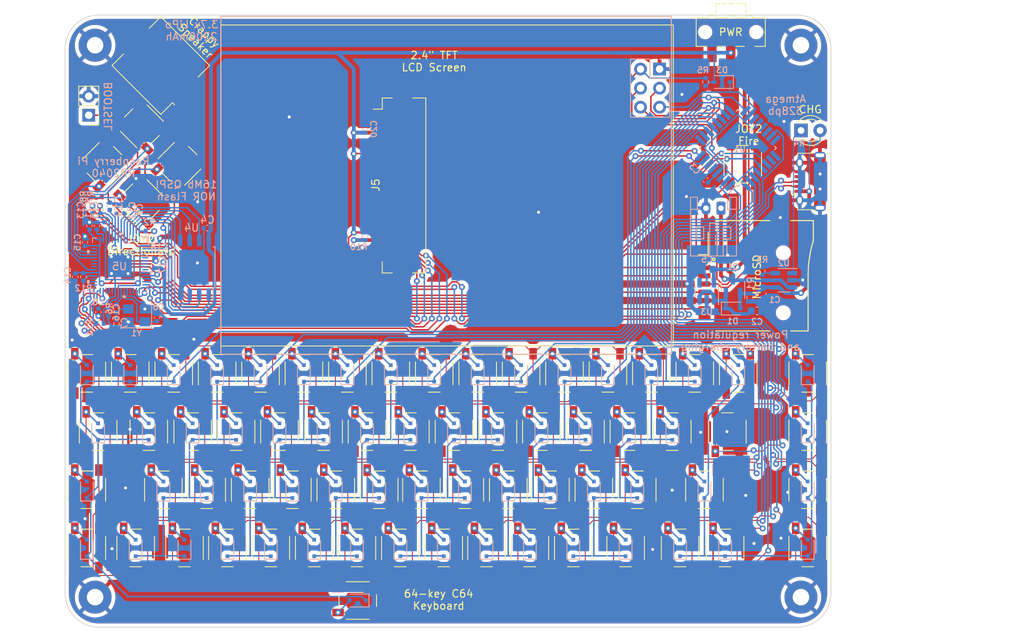
<source format=kicad_pcb>
(kicad_pcb (version 20211014) (generator pcbnew)
  (layers (0 "F.Cu" signal) (31 "B.Cu" signal) (34 "B.Paste" user) (35 "F.Paste" user) (36 "B.SilkS" user "B.Silkscreen") (37 "F.SilkS" user "F.Silkscreen") (38 "B.Mask" user) (39 "F.Mask" user) (44 "Edge.Cuts" user))
  (net 0 "")
  (net 1 "+BATT")
  (net 2 "GND")
  (net 3 "VBUS")
  (net 4 "Net-(C2-Pad1)")
  (net 5 "+3V3")
  (net 6 "Net-(C6-Pad2)")
  (net 7 "Net-(C7-Pad2)")
  (net 8 "+1V1")
  (net 9 "Net-(D2-Pad1)")
  (net 10 "Net-(D2-Pad2)")
  (net 11 "/~{USB_BOOT}")
  (net 12 "/USB_D-")
  (net 13 "/USB_D+")
  (net 15 "/RESET")
  (net 16 "/XL")
  (net 17 "/YU")
  (net 18 "/XR")
  (net 19 "/YD")
  (net 20 "/FMARK")
  (net 21 "/TFT_CS")
  (net 22 "/TFT_SCL")
  (net 23 "/TFT_DC")
  (net 24 "/TFT_SDA")
  (net 25 "/TFT_SDO")
  (net 26 "/TFT_RST")
  (net 27 "/BKLT_K")
  (net 28 "/SD_MOSI")
  (net 29 "/SD_CS")
  (net 31 "/SD_CLK")
  (net 33 "/SD_MISO")
  (net 34 "/SPEAKER")
  (net 35 "/TFT_BKLT")
  (net 36 "/QSPI_SS")
  (net 37 "Net-(R3-Pad1)")
  (net 38 "Net-(R6-Pad2)")
  (net 39 "/KCOL0")
  (net 40 "/KROW0")
  (net 41 "/KROW1")
  (net 42 "/KROW2")
  (net 43 "/KROW3")
  (net 44 "/KROW4")
  (net 45 "/KCOL1")
  (net 46 "/KCOL2")
  (net 47 "/JOY_UP")
  (net 48 "/JOY_DOWN")
  (net 49 "/JOY_LEFT")
  (net 50 "/JOY_RIGHT")
  (net 51 "/JOY_FIRE")
  (net 57 "/KSDA")
  (net 58 "/KSCL")
  (net 59 "/QSPI_SD1")
  (net 60 "/QSPI_SD2")
  (net 61 "/QSPI_SD0")
  (net 62 "/QSPI_CLK")
  (net 63 "/QSPI_SD3")
  (net 78 "Net-(C3-Pad1)")
  (net 79 "Net-(D4-Pad2)")
  (net 80 "Net-(D5-Pad2)")
  (net 81 "Net-(D6-Pad2)")
  (net 82 "Net-(D7-Pad2)")
  (net 83 "Net-(D8-Pad2)")
  (net 84 "/KROW5")
  (net 85 "Net-(D9-Pad2)")
  (net 86 "/KROW6")
  (net 87 "Net-(D10-Pad2)")
  (net 88 "/KROW7")
  (net 89 "Net-(D11-Pad2)")
  (net 90 "Net-(D12-Pad2)")
  (net 91 "Net-(D13-Pad2)")
  (net 92 "Net-(D14-Pad2)")
  (net 93 "Net-(D15-Pad2)")
  (net 94 "Net-(D16-Pad2)")
  (net 95 "Net-(D17-Pad2)")
  (net 96 "Net-(D18-Pad2)")
  (net 97 "Net-(D19-Pad2)")
  (net 98 "Net-(D20-Pad2)")
  (net 99 "Net-(D21-Pad2)")
  (net 100 "Net-(D22-Pad2)")
  (net 101 "Net-(D23-Pad2)")
  (net 102 "Net-(D24-Pad2)")
  (net 103 "Net-(D25-Pad2)")
  (net 104 "Net-(D26-Pad2)")
  (net 105 "Net-(D27-Pad2)")
  (net 106 "Net-(D28-Pad2)")
  (net 107 "Net-(D29-Pad2)")
  (net 108 "Net-(D30-Pad2)")
  (net 109 "Net-(D31-Pad2)")
  (net 110 "Net-(D32-Pad2)")
  (net 111 "Net-(D33-Pad2)")
  (net 112 "Net-(D34-Pad2)")
  (net 113 "Net-(D35-Pad2)")
  (net 114 "Net-(D36-Pad2)")
  (net 115 "Net-(D37-Pad2)")
  (net 116 "Net-(D38-Pad2)")
  (net 117 "Net-(D39-Pad2)")
  (net 118 "Net-(D40-Pad2)")
  (net 119 "Net-(D41-Pad2)")
  (net 120 "Net-(D42-Pad2)")
  (net 121 "Net-(D43-Pad2)")
  (net 122 "Net-(D44-Pad2)")
  (net 123 "Net-(D45-Pad2)")
  (net 124 "Net-(D46-Pad2)")
  (net 125 "Net-(D47-Pad2)")
  (net 126 "Net-(D48-Pad2)")
  (net 127 "Net-(D49-Pad2)")
  (net 128 "Net-(D50-Pad2)")
  (net 129 "Net-(D51-Pad2)")
  (net 130 "Net-(D52-Pad2)")
  (net 131 "Net-(D53-Pad2)")
  (net 132 "Net-(D54-Pad2)")
  (net 133 "Net-(D55-Pad2)")
  (net 134 "Net-(D56-Pad2)")
  (net 135 "Net-(D57-Pad2)")
  (net 136 "Net-(D58-Pad2)")
  (net 137 "Net-(D59-Pad2)")
  (net 138 "Net-(D60-Pad2)")
  (net 139 "Net-(D61-Pad2)")
  (net 140 "Net-(D62-Pad2)")
  (net 141 "Net-(D63-Pad2)")
  (net 142 "Net-(D64-Pad2)")
  (net 143 "Net-(D65-Pad2)")
  (net 144 "Net-(D66-Pad2)")
  (net 145 "Net-(D67-Pad2)")
  (net 146 "/KCOL3")
  (net 147 "/KCOL4")
  (net 148 "/KCOL5")
  (net 149 "/KCOL6")
  (net 150 "/KCOL7")
  (net 153 "/RESTORE")
  (net 154 "/USB_DP")
  (net 155 "/USB_DN")
  (net 156 "Net-(C5-Pad1)")
  (footprint "Silvestron Components:SW_SPST_PTS647" (layer "F.Cu") (at 96.08 107.15 90)
    (fp_text reference "SW61" hide)
    (fp_text value "4x7")
  )
  (footprint "MountingHole:MountingHole_2.2mm_M2_Pad" (layer "F.Cu") (at 39.35 63.45)
    (fp_text reference "H1" hide)
    (fp_text value "MountingHole_Pad")
  )
  (footprint "Silvestron Components:SW_SPST_PTS647" (layer "F.Cu") (at 110.44 114.9 90)
    (fp_text reference "SW15" hide)
    (fp_text value "6x1")
  )
  (footprint "LED_THT:LED_D3.0mm" (layer "F.Cu") (at 133.36 74.8)
    (fp_text reference "D2" hide)
    (fp_text value "RED")
  )
  (footprint "Silvestron Components:SW_SPST_PTS647" (layer "F.Cu") (at 107.650001 107.15 90)
    (fp_text reference "SW62" hide)
    (fp_text value "5x7")
  )
  (footprint "Silvestron Components:SW_SPST_PTS647" (layer "F.Cu") (at 45.57728 84.217116 135)
    (fp_text reference "SW67" hide)
    (fp_text value "DOWN")
  )
  (footprint "Silvestron Components:SW_SPST_PTS647" (layer "F.Cu") (at 52.34 114.9 90)
    (fp_text reference "SW10" hide)
    (fp_text value "1x1")
  )
  (footprint "Silvestron Components:SW_SPST_PTS647" (layer "F.Cu") (at 55.6 107.15 90)
    (fp_text reference "SW2" hide)
    (fp_text value "1x0")
  )
  (footprint "Silvestron Components:SW_SPST_PTS647" (layer "F.Cu") (at 85.78 130.4 90)
    (fp_text reference "SW37" hide)
    (fp_text value "4x4")
  )
  (footprint "Silvestron Components:SW_SPST_PTS647" (layer "F.Cu") (at 105.77 122.65 90)
    (fp_text reference "SW23" hide)
    (fp_text value "6x2")
  )
  (footprint "Silvestron Components:SW_SPST_PTS647" (layer "F.Cu") (at 104.66 114.9 90)
    (fp_text reference "SW54" hide)
    (fp_text value "5x6")
  )
  (footprint "Buzzer_Beeper:Buzzer_CUI_CPT-9019S-SMT" (layer "F.Cu") (at 48.1 66.15 135)
    (fp_text reference "LS1" hide)
    (fp_text value "Speaker")
  )
  (footprint "Silvestron Components:SW_SPST_PTS647" (layer "F.Cu") (at 44.750001 130.4 90)
    (fp_text reference "SW26" hide)
    (fp_text value "1x3")
  )
  (footprint "Silvestron Components:SW_SPST_PTS647" (layer "F.Cu") (at 134.25 114.899999 90)
    (fp_text reference "SW48" hide)
    (fp_text value "7x5")
  )
  (footprint "Silvestron Components:SW_SPST_PTS647" (layer "F.Cu") (at 56.969999 130.4 90)
    (fp_text reference "SW27" hide)
    (fp_text value "2x3")
  )
  (footprint "Silvestron Components:SW_SPST_PTS647" (layer "F.Cu") (at 123.550001 114.9 90)
    (fp_text reference "SW65" hide)
    (fp_text value "RESTORE")
  )
  (footprint "Silvestron Components:SW_SPST_PTS647" (layer "F.Cu") (at 77.18 122.65 90)
    (fp_text reference "SW44" hide)
    (fp_text value "3x5")
  )
  (footprint "Silvestron Components:SW_SPST_PTS647" (layer "F.Cu") (at 119.21 107.15 90)
    (fp_text reference "SW63" hide)
    (fp_text value "6x7")
  )
  (footprint "Silvestron Components:SW_SPST_PTS647" (layer "F.Cu") (at 50.587212 79.25 45)
    (fp_text reference "SW69" hide)
    (fp_text value "RIGHT")
  )
  (footprint "Connector_PinHeader_2.54mm:PinHeader_1x02_P2.54mm_Vertical" (layer "F.Cu") (at 38.5 72.775 180)
    (fp_text reference "J1" hide)
    (fp_text value "Conn_01x02")
  )
  (footprint "Silvestron Components:SW_SPST_PTS647" (layer "F.Cu") (at 67.16 107.15 90)
    (fp_text reference "SW3" hide)
    (fp_text value "2x0")
  )
  (footprint "MountingHole:MountingHole_2.2mm_M2_Pad" (layer "F.Cu") (at 39.35 136.95)
    (fp_text reference "H3" hide)
    (fp_text value "MountingHole_Pad")
  )
  (footprint "Silvestron Components:SW_SPST_PTS647" (layer "F.Cu") (at 81.34 114.9 90)
    (fp_text reference "SW52" hide)
    (fp_text value "3x6")
  )
  (footprint "Silvestron Components:SW_SPST_PTS647" (layer "F.Cu") (at 93 114.9 90)
    (fp_text reference "SW53" hide)
    (fp_text value "4x6")
  )
  (footprint "Silvestron Components:SW_SPST_PTS647" (layer "F.Cu") (at 90.3 107.15 90)
    (fp_text reference "SW5" hide)
    (fp_text value "4x0")
  )
  (footprint "Silvestron Components:SW_SPST_PTS647" (layer "F.Cu") (at 69.78 114.9 90)
    (fp_text reference "SW51" hide)
    (fp_text value "2x6")
  )
  (footprint "Silvestron Components:SW_SPST_PTS647" (layer "F.Cu") (at 61.38 107.15 90)
    (fp_text reference "SW58" hide)
    (fp_text value "1x7")
  )
  (footprint "MountingHole:MountingHole_2.2mm_M2_Pad" (layer "F.Cu") (at 133.35 136.95)
    (fp_text reference "H4" hide)
    (fp_text value "MountingHole_Pad")
  )
  (footprint "Silvestron Components:SW_SPST_PTS647" (layer "F.Cu") (at 38.25 122.65 90)
    (fp_text reference "SW25" hide)
    (fp_text value "0x3")
  )
  (footprint "Silvestron Components:SW_SPST_PTS647" (layer "F.Cu") (at 111.55 122.65 90)
    (fp_text reference "SW47" hide)
    (fp_text value "6x5")
  )
  (footprint "Silvestron Components:SW_SPST_PTS647" (layer "F.Cu") (at 46.499999 114.9 90)
    (fp_text reference "SW49" hide)
    (fp_text value "0x6")
  )
  (footprint "Silvestron Components:SW_SPST_PTS647" (layer "F.Cu") (at 116.22 114.9 90)
    (fp_text reference "SW55" hide)
    (fp_text value "6x6")
  )
  (footprint "Silvestron Components:SW_SPST_PTS647" (layer "F.Cu") (at 75.56 114.899999 90)
    (fp_text reference "SW12" hide)
    (fp_text value "3x1")
  )
  (footprint "Silvestron Components:SW_SPST_PTS647" (layer "F.Cu") (at 99.99 122.65 90)
    (fp_text reference "SW46" hide)
    (fp_text value "5x5")
  )
  (footprint "Silvestron Components:ILI9341" (layer "F.Cu") (at 86.2268 82.125009 180)
    (fp_text reference "J5")
    (fp_text value "ILI9341")
  )
  (footprint "Silvestron Components:SW_SPST_PTS647" (layer "F.Cu") (at 110 130.4 90)
    (fp_text reference "SW39" hide)
    (fp_text value "6x4")
  )
  (footprint "Silvestron Components:SW_SPST_PTS647" (layer "F.Cu") (at 125.6 79.3 90)
    (fp_text reference "SW70" hide)
    (fp_text value "FIRE")
  )
  (footprint "Silvestron Components:SW_SPST_PTS647" (layer "F.Cu") (at 87.145001 114.9 90)
    (fp_text reference "SW13" hide)
    (fp_text value "4x1")
  )
  (footprint "Silvestron Components:Conn_uSDcard" (layer "F.Cu") (at 130.999998 94.15 90)
    (fp_text reference "J6")
    (fp_text value "Micro_SD_Card")
  )
  (footprint "Silvestron Components:SW_SPST_PTS647" (layer "F.Cu") (at 101.86 107.15 90)
    (fp_text reference "SW6" hide)
    (fp_text value "5x0")
  )
  (footprint "Silvestron Components:SW_SPST_PTS647" (layer "F.Cu") (at 120.5 122.65 90)
    (fp_text reference "SW16" hide)
    (fp_text value "7x1")
  )
  (footprint "Silvestron Components:SW_SPST_PTS647" (layer "F.Cu") (at 84.51 107.15 90)
    (fp_text reference "SW60" hide)
    (fp_text value "3x7")
  )
  (footprint "Silvestron Components:SW_SPST_PTS647" (layer "F.Cu") (at 68.53 130.4 90)
    (fp_text reference "SW28" hide)
    (fp_text value "3x3")
  )
  (footprint "Silvestron Components:SW_SPST_PTS647" (layer "F.Cu") (at 134.25 107.15 90)
    (fp_text reference "SW40" hide)
    (fp_text value "7x4")
  )
  (footprint "Silvestron Components:SW_SPST_PTS647" (layer "F.Cu") (at 117.25 130.4 90)
    (fp_text reference "SW32" hide)
    (fp_text value "7x3")
  )
  (footprint "Silvestron Components:SW_SPST_PTS647" (layer "F.Cu") (at 51.25 130.4 90)
    (fp_text reference "SW34" hide)
    (fp_text value "1x4")
  )
  (footprint "Silvestron Components:SW_SPST_PTS647" (layer "F.Cu") (at 80.000001 130.4 90)
    (fp_text reference "SW29" hide)
    (fp_text value "4x3")
  )
  (footprint "Silvestron Components:SW_SPST_PTS647" (layer "F.Cu") (at 45.57728 74.241065 135)
    (fp_text reference "SW66" hide)
    (fp_text value "UP")
  )
  (footprint "Silvestron Components:SW_SPST_PTS647" (layer "F.Cu") (at 72.95 107.15 90)
    (fp_text reference "SW59" hide)
    (fp_text value "2x7")
  )
  (footprint "Connector_USB:USB_Micro-B_Amphenol_10118194_Horizontal" (layer "F.Cu") (at 134.57728 81.6 90)
    (fp_text reference "J2" hide)
    (fp_text value "USB_B_Micro")
  )
  (footprint "Silvestron Components:SW_SPST_PTS647" (layer "F.Cu") (at 63.899999 114.9 90)
    (fp_text reference "SW11" hide)
    (fp_text value "2x1")
  )
  (footprint "Silvestron Components:SW_SPST_PTS647" (layer "F.Cu") (at 113.43 107.15 90)
    (fp_text reference "SW7" hide)
    (fp_text value "6x0")
  )
  (footprint "Silvestron Components:SW_SPST_PTS647" (layer "F.Cu") (at 58.12 114.9 90)
    (fp_text reference "SW50" hide)
    (fp_text value "1x6")
  )
  (footprint "Silvestron Components:SW_SPST_PTS647" (layer "F.Cu") (at 38.25 107.15 90)
    (fp_text reference "SW9" hide)
    (fp_text value "0x1")
  )
  (footprint "Silvestron Components:SW_SPST_PTS647" (layer "F.Cu") (at 103.03 130.4 90)
    (fp_text reference "SW31" hide)
    (fp_text value "6x3")
  )
  (footprint "Silvestron Components:SW_SPST_PTS647" (layer "F.Cu") (at 91.469999 130.4 90)
    (fp_text reference "SW30" hide)
    (fp_text value "5x3")
  )
  (footprint "MountingHole:MountingHole_2.2mm_M2_Pad" (layer "F.Cu") (at 133.35 63.45)
    (fp_text reference "H2" hide)
    (fp_text value "MountingHole_Pad")
  )
  (footprint "Silvestron Components:SW_SPST_PTS647" (layer "F.Cu") (at 44.03 107.15 90)
    (fp_text reference "SW1" hide)
    (fp_text value "0x0")
  )
  (footprint "Button_Switch_SMD:SW_SPDT_CK-JS102011SAQN" (layer "F.Cu") (at 124 61.7 180)
    (fp_text reference "SW72" hide)
    (fp_text value "PWR")
  )
  (footprint "Silvestron Components:SW_SPST_PTS647" (layer "F.Cu") (at 97.250001 130.4 90)
    (fp_text reference "SW38" hide)
    (fp_text value "5x4")
  )
  (footprint "Silvestron Components:SW_SPST_PTS647" (layer "F.Cu") (at 125 107.15 90)
    (fp_text reference "SW8" hide)
    (fp_text value "7x0")
  )
  (footprint "Silvestron Components:SW_SPST_PTS647" (layer "F.Cu") (at 134.25 122.65 90)
    (fp_text reference "SW56" hide)
    (fp_text value "7x6")
  )
  (footprint "Silvestron Components:SW_SPST_PTS647" (layer "F.Cu") (at 62.750001 130.4 90)
    (fp_text reference "SW35" hide)
    (fp_text value "2x4")
  )
  (footprint "Silvestron Components:SW_SPST_PTS647" (layer "F.Cu") (at 88.589999 122.65 90)
    (fp_text reference "SW45" hide)
    (fp_text value "4x5")
  )
  (footprint "Silvestron Components:SW_SPST_PTS647" (layer "F.Cu") (at 94.370001 122.65 90)
    (fp_text reference "SW22" hide)
    (fp_text value "5x2")
  )
  (footprint "Silvestron Components:SW_SPST_PTS647" (layer "F.Cu") (at 48.44 122.65 90)
    (fp_text reference "SW18" hide)
    (fp_text value "1x2")
  )
  (footprint "Silvestron Components:SW_SPST_PTS647" (layer "F.Cu") (at 40.589342 79.25 -135)
    (fp_text reference "SW68" hide)
    (fp_text value "LEFT")
  )
  (footprint "Silvestron Components:SW_SPST_PTS647" (layer "F.Cu") (at 71.4 122.65 90)
    (fp_text reference "SW20" hide)
    (fp_text value "3x2")
  )
  (footprint "Silvestron Components:SW_SPST_PTS647" (layer "F.Cu") (at 134.25 130.400001 90)
    (fp_text reference "SW64" hide)
    (fp_text value "7x7")
  )
  (footprint "Silvestron Components:SW_SPST_PTS647" (layer "F.Cu") (at 98.78 114.9 90)
    (fp_text reference "SW14" hide)
    (fp_text value "5x1")
  )
  (footprint "Silvestron Components:SW_SPST_PTS647" (layer "F.Cu") (at 74.219999 130.4 90)
    (fp_text reference "SW36" hide)
    (fp_text value "3x4")
  )
  (footprint "Silvestron Components:SW_SPST_PTS647" (layer "F.Cu") (at 74.33 137.4 180)
    (fp_text reference "SW33" hide)
    (fp_text value "0x4")
  )
  (footprint "Silvestron Components:SW_SPST_PTS647" (layer "F.Cu") (at 38.25 130.400001 90)
    (fp_text reference "SW41" hide)
    (fp_text value "0x5")
  )
  (footprint "Silvestron Components:SW_SPST_PTS647" (layer "F.Cu") (at 78.73 107.149999 90)
    (fp_text reference "SW4" hide)
    (fp_text value "3x0")
  )
  (footprint "Silvestron Components:SW_SPST_PTS647" (layer "F.Cu") (at 54.22 122.65 90)
    (fp_text reference "SW42" hide)
    (fp_text value "1x5")
  )
  (footprint "Silvestron Components:SW_SPST_PTS647" (layer "F.Cu") (at 59.999999 122.65 90)
    (fp_text reference "SW19" hide)
    (fp_text value "2x2")
  )
  (footprint "Silvestron Components:SW_SPST_PTS647" (layer "F.Cu") (at 39.75 114.9 90)
    (fp_text reference "SW17" hide)
    (fp_text value "0x2")
  )
  (footprint "Silvestron Components:SW_SPST_PTS647" (layer "F.Cu") (at 65.620001 122.65 90)
    (fp_text reference "SW43" hide)
    (fp_text value "2x5")
  )
  (footprint "Silvestron Components:SW_SPST_PTS647" (layer "F.Cu") (at 82.81 122.65 90)
    (fp_text reference "SW21" hide)
    (fp_text value "4x2")
  )
  (footprint "Silvestron Components:SW_SPST_PTS647" (layer "F.Cu") (at 49.82 107.149999 90)
    (fp_text reference "SW57" hide)
    (fp_text value "0x7")
  )
  (footprint "Silvestron Components:SW_SPST_PTS647" (layer "F.Cu") (at 123.25 130.4 90)
    (fp_text reference "SW24" hide)
    (fp_text value "7x2")
  )
  (footprint "Silvestron Components:RP2040" (layer "B.Cu") (at 42.633719 92.75 180)
    (fp_text reference "U5")
    (fp_text value "RP2040" hide)
  )
  (footprint "Diode_SMD:D_SOD-323F" (layer "B.Cu") (at 44.03 107.15 90)
    (fp_text reference "D4" hide)
    (fp_text value "4148")
  )
  (footprint "Diode_SMD:D_SOD-323F" (layer "B.Cu") (at 91.469999 130.4 90)
    (fp_text reference "D33" hide)
    (fp_text value "4148")
  )
  (footprint "Capacitor_SMD:C_0402_1005Metric" (layer "B.Cu") (at 41.3 84.9 90)
    (fp_text reference "C19")
    (fp_text value "100n")
  )
  (footprint "Diode_SMD:D_SOD-323F" (layer "B.Cu") (at 99.99 122.65 90)
    (fp_text reference "D49" hide)
    (fp_text value "4148")
  )
  (footprint "Diode_SMD:D_SOD-323F" (layer "B.Cu") (at 38.25 107.15 90)
    (fp_text reference "D12" hide)
    (fp_text value "4148")
  )
  (footprint "Resistor_SMD:R_0402_1005Metric" (layer "B.Cu") (at 39 85.3 90)
    (fp_text reference "R8")
    (fp_text value "27.4")
  )
  (footprint "Diode_SMD:D_SOD-323F" (layer "B.Cu") (at 134.25 122.65 90)
    (fp_text reference "D59" hide)
    (fp_text value "4148")
  )
  (footprint "Diode_SMD:D_SOD-323F" (layer "B.Cu") (at 116.22 114.9 90)
    (fp_text reference "D58" hide)
    (fp_text value "4148")
  )
  (footprint "Resistor_SMD:R_0402_1005Metric" (layer "B.Cu") (at 46.593719 88.2 180)
    (fp_text reference "R2")
    (fp_text value "1k")
  )
  (footprint "Package_TO_SOT_SMD:SOT-23-5" (layer "B.Cu") (at 131.0625 94.75 180)
    (fp_text reference "U2")
    (fp_text value "MCP73831")
  )
  (footprint "Diode_SMD:D_SOD-323F" (layer "B.Cu") (at 107.650001 107.15 90)
    (fp_text reference "D65" hide)
    (fp_text value "4148")
  )
  (footprint "Diode_SMD:D_SOD-323F" (layer "B.Cu") (at 38.25 130.400001 90)
    (fp_text reference "D44" hide)
    (fp_text value "4148")
  )
  (footprint "Diode_SMD:D_SOD-323F" (layer "B.Cu") (at 72.95 107.15 90)
    (fp_text reference "D62" hide)
    (fp_text value "4148")
  )
  (footprint "Diode_SMD:D_SOD-323F" (layer "B.Cu") (at 65.620001 122.65 90)
    (fp_text reference "D46" hide)
    (fp_text value "4148")
  )
  (footprint "Crystal:Crystal_SMD_3225-4Pin_3.2x2.5mm" (layer "B.Cu") (at 44.87728 99.43 180)
    (fp_text reference "Y1")
    (fp_text value "X322512M")
  )
  (footprint "Connector_JST:JST_PH_S2B-PH-K_1x02_P2.00mm_Horizontal" (layer "B.Cu") (at 122.7 85.15 180)
    (fp_text reference "BT1" hide)
    (fp_text value "LiPo")
  )
  (footprint "Capacitor_SMD:C_0402_1005Metric" (layer "B.Cu") (at 47.453719 89.25)
    (fp_text reference "C18")
    (fp_text value "100n")
  )
  (footprint "Connector_PinHeader_2.54mm:PinHeader_2x03_P2.54mm_Vertical" (layer "B.Cu") (at 114.525001 66.625 180)
    (fp_text reference "J3" hide)
    (fp_text value "ICSP")
  )
  (footprint "Capacitor_SMD:C_0402_1005Metric" (layer "B.Cu") (at 40.6 87.5 90)
    (fp_text reference "C10")
    (fp_text value "1u")
  )
  (footprint "Capacitor_SMD:C_0402_1005Metric" (layer "B.Cu") (at 42.2 100.5 90)
    (fp_text reference "C7")
    (fp_text value "33p")
  )
  (footprint "Capacitor_SMD:C_0402_1005Metric" (layer "B.Cu") (at 47.233719 92.65 90)
    (fp_text reference "C17")
    (fp_text value "100n")
  )
  (footprint "Diode_SMD:D_SOD-323F" (layer "B.Cu") (at 93 114.9 90)
    (fp_text reference "D56" hide)
    (fp_text value "4148")
  )
  (footprint "Diode_SMD:D_SOD-323F" (layer "B.Cu") (at 120.5 122.65 90)
    (fp_text reference "D19" hide)
    (fp_text value "4148")
  )
  (footprint "Diode_SMD:D_SOD-323F" (layer "B.Cu") (at 101.86 107.15 90)
    (fp_text reference "D9" hide)
    (fp_text value "4148")
  )
  (footprint "Capacitor_SMD:C_0402_1005Metric" (layer "B.Cu") (at 43.3 85.32 90)
    (fp_text reference "C9")
    (fp_text value "100n")
  )
  (footprint "Diode_SMD:D_SOD-323F" (layer "B.Cu") (at 74.33 137.4 180)
    (fp_text reference "D36" hide)
    (fp_text value "4148")
  )
  (footprint "Diode_SMD:D_SOD-323F" (layer "B.Cu") (at 94.370001 122.65 90)
    (fp_text reference "D25" hide)
    (fp_text value "4148")
  )
  (footprint "Package_TO_SOT_SMD:SOT-23" (layer "B.Cu") (at 124.300002 95.525 90)
    (fp_text reference "Q1")
    (fp_text value "BSS84")
  )
  (footprint "Diode_SMD:D_SOD-323F" (layer "B.Cu") (at 113.43 107.15 90)
    (fp_text reference "D10" hide)
    (fp_text value "4148")
  )
  (footprint "Resistor_SMD:R_0402_1005Metric" (layer "B.Cu") (at 126.550002 97.025 -90)
    (fp_text reference "R1")
    (fp_text value "100k")
  )
  (footprint "Capacitor_SMD:C_0402_1005Metric" (layer "B.Cu") (at 39.6 87.5 90)
    (fp_text reference "C11")
    (fp_text value "1u")
  )
  (footprint "Capacitor_SMD:C_0402_1005Metric" (layer "B.Cu") (at 38 89.7 90)
    (fp_text reference "C15")
    (fp_text value "100n")
  )
  (footprint "Diode_SMD:D_SOD-323F" (layer "B.Cu") (at 84.51 107.15 90)
    (fp_text reference "D63" hide)
    (fp_text value "4148")
  )
  (footprint "Diode_SMD:D_SOD-323F" (layer "B.Cu") (at 63.899999 114.9 90)
    (fp_text reference "D14" hide)
    (fp_text value "4148")
  )
  (footprint "Diode_SMD:D_SOD-323F" (layer "B.Cu") (at 134.25 130.400001 90)
    (fp_text reference "D67" hide)
    (fp_text value "4148")
  )
  (footprint "Capacitor_SMD:C_0402_1005Metric" (layer "B.Cu") (at 36.7 94.3 -90)
    (fp_text reference "C14")
    (fp_text value "100n")
  )
  (footprint "Resistor_SMD:R_0402_1005Metric" (layer "B.Cu") (at 42.2 98.509999 90)
    (fp_text reference "R6")
    (fp_text value "1k")
  )
  (footprint "Diode_SMD:D_SOD-323F" (layer "B.Cu") (at 111.55 122.65 90)
    (fp_text reference "D50" hide)
    (fp_text value "4148")
  )
  (footprint "Diode_SMD:D_SOD-323F" (layer "B.Cu") (at 62.750001 130.4 90)
    (fp_text reference "D38" hide)
    (fp_text value "4148")
  )
  (footprint "Diode_SMD:D_SOD-323F" (layer "B.Cu") (at 49.82 107.149999 90)
    (fp_text reference "D60" hide)
    (fp_text value "4148")
  )
  (footprint "Diode_SMD:D_SOD-323F" (layer "B.Cu") (at 105.77 122.65 90)
    (fp_text reference "D26" hide)
    (fp_text value "4148")
  )
  (footprint "Diode_SMD:D_SOD-323" (layer "B.Cu") (at 122.85 68.35 180)
    (fp_text reference "D3")
    (fp_text value "1N5819WS")
  )
  (footprint "Diode_SMD:D_SOD-323F" (layer "B.Cu") (at 134.25 114.899999 90)
    (fp_text reference "D51" hide)
    (fp_text value "4148")
  )
  (footprint "Diode_SMD:D_SOD-323F" (layer "B.Cu") (at 54.22 122.65 90)
    (fp_text reference "D45" hide)
    (fp_text value "4148")
  )
  (footprint "Diode_SMD:D_SOD-323F" (layer "B.Cu") (at 85.78 130.4 90)
    (fp_text reference "D40" hide)
    (fp_text value "4148")
  )
  (footprint "Diode_SMD:D_SOD-323F" (layer "B.Cu") (at 61.38 107.15 90)
    (fp_text reference "D61" hide)
    (fp_text value "4148")
  )
  (footprint "Diode_SMD:D_SOD-323F" (layer "B.Cu") (at 134.25 107.15 90)
    (fp_text reference "D43" hide)
    (fp_text value "4148")
  )
  (footprint "Diode_SMD:D_SOD-323F" (layer "B.Cu") (at 59.999999 122.65 90)
    (fp_text reference "D22" hide)
    (fp_text value "4148")
  )
  (footprint "Diode_SMD:D_SOD-323F" (layer "B.Cu") (at 103.03 130.4 90)
    (fp_text reference "D34" hide)
    (fp_text value "4148")
  )
  (footprint "Diode_SMD:D_SOD-323F" (layer "B.Cu") (at 97.250001 130.4 90)
    (fp_text reference "D41" hide)
    (fp_text value "4148")
  )
  (footprint "Diode_SMD:D_SOD-323F" (layer "B.Cu") (at 58.12 114.9 90)
    (fp_text reference "D53" hide)
    (fp_text value "4148")
  )
  (footprint "Package_SO:SOIC-8_5.23x5.23mm_P1.27mm" (layer "B.Cu") (at 52.583719 93.025 90)
    (fp_text reference "U4")
    (fp_text value "W25Q16JVSS")
  )
  (footprint "Diode_SMD:D_SOD-323F" (layer "B.Cu") (at 46.499999 114.9 90)
    (fp_text reference "D52" hide)
    (fp_text value "4148")
  )
  (footprint "Diode_SMD:D_SOD-323F" (layer "B.Cu") (at 75.56 114.899999 90)
    (fp_text reference "D15" hide)
    (fp_text value "4148")
  )
  (footprint "Diode_SMD:D_SOD-323F" (layer "B.Cu") (at 71.4 122.65 90)
    (fp_text reference "D23" hide)
    (fp_text value "4148")
  )
  (footprint "Diode_SMD:D_SOD-323F" (layer "B.Cu") (at 78.73 107.149999 90)
    (fp_text reference "D7" hide)
    (fp_text value "4148")
  )
  (footprint "Capacitor_SMD:C_0402_1005Metric" (layer "B.Cu") (at 42.3 85.32 90)
    (fp_text reference "C12")
    (fp_text value "100n")
  )
  (footprint "Diode_SMD:D_SOD-323F" (layer "B.Cu") (at 87.145001 114.9 90)
    (fp_text reference "D16" hide)
    (fp_text value "4148")
  )
  (footprint "Package_TO_SOT_SMD:SOT-23-5" (layer "B.Cu") (at 120.8 96.2 90)
    (fp_text reference "U3")
    (fp_text value "XC6210B332MR")
  )
  (footprint "Diode_SMD:D_SOD-323F" (layer "B.Cu") (at 80.000001 130.4 90)
    (fp_text reference "D32" hide)
    (fp_text value "4148")
  )
  (footprint "Diode_SMD:D_SOD-323F" (layer "B.Cu") (at 52.34 114.9 90)
    (fp_text reference "D13" hide)
    (fp_text value "4148")
  )
  (footprint "Diode_SMD:D_SOD-323F" (layer "B.Cu") (at 125 107.15 90)
    (fp_text reference "D11" hide)
    (fp_text value "4148")
  )
  (footprint "Diode_SMD:D_SOD-323F" (layer "B.Cu") (at 90.3 107.15 90)
    (fp_text reference "D8" hide)
    (fp_text value "4148")
  )
  (footprint "Diode_SMD:D_SOD-323F" (layer "B.Cu") (at 98.78 114.9 90)
    (fp_text reference "D17" hide)
    (fp_text value "4148")
  )
  (footprint "Diode_SMD:D_SOD-323F" (layer "B.Cu") (at 55.6 107.15 90)
    (fp_text reference "D5" hide)
    (fp_text value "4148")
  )
  (footprint "Resistor_SMD:R_0402_1005Metric" (layer "B.Cu") (at 40 85.3 90)
    (fp_text reference "R7")
    (fp_text value "27.4")
  )
  (footprint "Diode_SMD:D_SOD-323F" (layer "B.Cu") (at 39.75 114.9 90)
    (fp_text reference "D20" hide)
    (fp_text value "4148")
  )
  (footprint "Diode_SMD:D_SOD-323F" (layer "B.Cu") (at 123.25 130.4 90)
    (fp_text reference "D27" hide)
    (fp_text value "4148")
  )
  (footprint "Resistor_SMD:R_0402_1005Metric" (layer "B.Cu") (at 40 100.5 180)
    (fp_text reference "R11")
    (fp_text value "10k")
  )
  (footprint "Diode_SMD:D_SOD-323F" (layer "B.Cu") (at 110 130.4 90)
    (fp_text reference "D42" hide)
    (fp_text value "4148")
  )
  (footprint "Resistor_SMD:R_0402_1005Metric" (layer "B.Cu") (at 120.65 68.35 -90)
    (fp_text reference "R5")
    (fp_text value "10k")
  )
  (footprint "Capacitor_SMD:C_0402_1005Metric" (layer "B.Cu") (at 38.6 87.5 90)
    (fp_text reference "C13")
    (fp_text value "100n")
  )
  (footprint "Diode_SMD:D_SOD-323F" (layer "B.Cu") (at 96.08 107.15 90)
    (fp_text reference "D64" hide)
    (fp_text value "4148")
  )
  (footprint "Diode_SMD:D_SOD-323F" (layer "B.Cu") (at 38.25 122.65 90)
    (fp_text reference "D28" hide)
    (fp_text value "4148")
  )
  (footprint "Diode_SMD:D_SOD-323F" (layer "B.Cu") (at 74.219999 130.4 90)
    (fp_text reference "D39" hide)
    (fp_text value "4148")
  )
  (footprint "Resistor_SMD:R_0402_1005Metric" (layer "B.Cu") (at 75.3 88.9 90)
    (fp_text reference "R10")
    (fp_text value "10")
  )
  (footprint "Diode_SMD:D_SOD-323F" (layer "B.Cu") (at 82.81 122.65 90)
    (fp_text reference "D24" hide)
    (fp_text value "4148")
  )
  (footprint "Diode_SMD:D_SOD-323F" (layer "B.Cu") (at 69.78 114.9 90)
    (fp_text reference "D54" hide)
    (fp_text value "4148")
  )
  (footprint "Diode_SMD:D_SOD-323" (layer "B.Cu") (at 124.25 98.525)
    (fp_text reference "D1")
    (fp_text value "1N5819WS")
  )
  (footprint "Capacitor_SMD:C_0603_1608Metric" (layer "B.Cu") (at 128.1875 96.522719 -90)
    (fp_text reference "C1")
    (fp_text value "10u")
  )
  (footprint "Diode_SMD:D_SOD-323F" (layer "B.Cu") (at 44.750001 130.4 90)
    (fp_text reference "D29" hide)
    (fp_text value "4148")
  )
  (footprint "Resistor_SMD:R_0402_1005Metric" (layer "B.Cu") (at 128.1875 93.522719 90)
    (fp_text reference "R3")
    (fp_text value "2k")
  )
  (footprint "Diode_SMD:D_SOD-323F" (layer "B.Cu") (at 56.969999 130.4 90)
    (fp_text reference "D30" hide)
    (fp_text value "4148")
  )
  (footprint "Diode_SMD:D_SOD-323F" (layer "B.Cu") (at 81.34 114.9 90)
    (fp_text reference "D55" hide)
    (fp_text value "4148")
  )
  (footprint "Diode_SMD:D_SOD-323F" (layer "B.Cu") (at 51.25 130.4 90)
    (fp_text reference "D37" hide)
    (fp_text value "4148")
  )
  (footprint "Diode_SMD:D_SOD-323F" (layer "B.Cu") (at 110.44 114.9 90)
    (fp_text reference "D18" hide)
    (fp_text value "4148")
  )
  (footprint "Package_QFP:TQFP-32_7x7mm_P0.8mm" (layer "B.Cu") (at 124.950421 77.141863 45)
    (fp_text reference "U1")
    (fp_text value "ATmega328PB-A")
  )
  (footprint "Capacitor_SMD:C_0402_1005Metric" (layer "B.Cu") (at 120.65 81.4 135)
    (fp_text reference "C3")
    (fp_text value "100n")
  )
  (footprint "Capacitor_SMD:C_0603_1608Metric" (layer "B.Cu") (at 127.500002 98.825)
    (fp_text reference "C2")
    (fp_text value "10u")
  )
  (footprint "Diode_SMD:D_SOD-323F" (layer "B.Cu") (at 48.44 122.65 90)
    (fp_text reference "D21" hide)
    (fp_text value "4148")
  )
  (footprint "Diode_SMD:D_SOD-323F" (layer "B.Cu") (at 117.25 130.4 90)
    (fp_text reference "D35" hide)
    (fp_text value "4148")
  )
  (footprint "Diode_SMD:D_SOD-323F" (layer "B.Cu") (at 119.21 107.15 90)
    (fp_text reference "D66" hide)
    (fp_text value "4148")
  )
  (footprint "Capacitor_SMD:C_0402_1005Metric" (layer "B.Cu") (at 41.1 99 -90)
    (fp_text reference "C16")
    (fp_text value "100n")
  )
  (footprint "Diode_SMD:D_SOD-323F" (layer "B.Cu") (at 104.66 114.9 90)
    (fp_text reference "D57" hide)
    (fp_text value "4148")
  )
  (footprint "Capacitor_SMD:C_0402_1005Metric" (layer "B.Cu") (at 47.57728 99.7 -90)
    (fp_text reference "C6")
    (fp_text value "33p")
  )
  (footprint "Capacitor_SMD:C_0402_1005Metric" (layer "B.Cu") (at 39.8 99 -90)
    (fp_text reference "C8")
    (fp_text value "100n")
  )
  (footprint "Resistor_SMD:R_0402_1005Metric" (layer "B.Cu") (at 135 76.5 180)
    (fp_text reference "R4")
    (fp_text value "680")
  )
  (footprint "Diode_SMD:D_SOD-323F" (layer "B.Cu") (at 68.53 130.4 90)
    (fp_text reference "D31" hide)
    (fp_text value "4148")
  )
  (footprint "Capacitor_SMD:C_0402_1005Metric" (layer "B.Cu") (at 54.3 87.8 180)
    (fp_text reference "C4")
    (fp_text value "100n")
  )
  (footprint "Capacitor_SMD:C_0603_1608Metric" (layer "B.Cu") (at 120.85 93.3 180)
    (fp_text reference "C5")
    (fp_text value "10u")
  )
  (footprint "Diode_SMD:D_SOD-323F" (layer "B.Cu") (at 67.16 107.15 90)
    (fp_text reference "D6" hide)
    (fp_text value "4148")
  )
  (footprint "Diode_SMD:D_SOD-323F" (layer "B.Cu") (at 77.18 122.65 90)
    (fp_text reference "D47" hide)
    (fp_text value "4148")
  )
  (footprint "Resistor_SMD:R_0402_1005Metric" (layer "B.Cu") (at 37.8 94.3 -90)
    (fp_text reference "R12")
    (fp_text value "10k")
  )
  (footprint "Diode_SMD:D_SOD-323F" (layer "B.Cu") (at 88.589999 122.65 90)
    (fp_text reference "D48" hide)
    (fp_text value "4148")
  )
  (footprint "Capacitor_SMD:C_0402_1005Metric" (layer "B.Cu") (at 75.3 74.6 90)
    (fp_text reference "C20")
    (fp_text value "100n")
  )
  (gr_rect (start 56.1 59.6) (end 116.1 104.6) (layer "B.SilkS") (width 0.15) (fill none))
  (gr_arc (start 132.85 59.431972) (mid 136.031983 60.749992) (end 137.350001 63.931975) (layer "Edge.Cuts") (width 0.1))
  (gr_line (start 35.35 63.931976) (end 35.35 136.449998) (layer "Edge.Cuts") (width 0.1))
  (gr_arc (start 137.35 136.45) (mid 136.03198 139.63198) (end 132.85 140.95) (layer "Edge.Cuts") (width 0.1))
  (gr_line (start 39.85 140.949999) (end 132.85 140.95) (layer "Edge.Cuts") (width 0.1))
  (gr_arc (start 39.85 140.949999) (mid 36.668019 139.631979) (end 35.35 136.449998) (layer "Edge.Cuts") (width 0.1))
  (gr_line (start 132.85 59.431972) (end 39.85 59.431975) (layer "Edge.Cuts") (width 0.1))
  (gr_line (start 137.35 136.45) (end 137.350001 63.931975) (layer "Edge.Cuts") (width 0.1))
  (gr_arc (start 35.35 63.931976) (mid 36.668019 60.749995) (end 39.85 59.431975) (layer "Edge.Cuts") (width 0.1))
  (gr_text "BOOTSEL" (at 41.1 71.6 -270) (layer "B.SilkS") (effects (font (size 1 1)) (justify mirror)))
  (gr_text "Power regulation\nand battery charging" (at 125.3 102.8) (layer "B.SilkS") (effects (font (size 1 1)) (justify mirror)))
  (gr_text "Raspberry Pi\nRP2040" (at 41.8 79.7) (layer "B.SilkS") (effects (font (size 1 1)) (justify mirror)))
  (gr_text "16Mb QSPI\nNOR Flash" (at 51.5 82.8) (layer "B.SilkS") (effects (font (size 1 1)) (justify mirror)))
  (gr_text "3.7v LiPo\n2200mAh" (at 52.2 61.5) (layer "B.SilkS") (effects (font (size 1 1)) (justify mirror)))
  (gr_text "Atmega\n328pb" (at 131.3 71.4) (layer "B.SilkS") (effects (font (size 1 1)) (justify mirror)))
  (gr_text "MicroSD" (at 127.5 94.3 90) (layer "F.SilkS") (effects (font (size 1 1))))
  (gr_text "JOY2\nFire" (at 126.4 75.4) (layer "F.SilkS") (effects (font (size 1 1))))
  (gr_text "2.4{dblquote} TFT\nLCD Screen" (at 84.5 65.6) (layer "F.SilkS") (effects (font (size 1 1))))
  (gr_text "JOY2\nDirectionals" (at 45.4 90.1) (layer "F.SilkS") (effects (font (size 1 1))))
  (gr_text "CHG" (at 134.6 72) (layer "F.SilkS") (effects (font (size 1 1))))
  (gr_text "64-key C64\nKeyboard" (at 85.1 137.3) (layer "F.SilkS") (effects (font (size 1 1))))
  (gr_text "Crappy\nSpeaker" (at 53.3 62.3 -45) (layer "F.SilkS") (effects (font (size 1 1))))
  (gr_text "PWR" (at 124 61.7) (layer "F.SilkS") (effects (font (size 1 1))))
  (segment (start 123.2 94.6) (end 122.7 94.1) (width 0.5) (layer "F.Cu") (net 1))
  (segment (start 122.7 94.1) (end 122.7 85.15) (width 0.5) (layer "F.Cu") (net 1))
  (via (at 123.2 94.6) (size 0.8) (drill 0.4) (layers "F.Cu" "B.Cu") (net 1))
  (segment (start 130.69189 94.752239) (end 124.464741 94.752239) (width 0.5) (layer "B.Cu") (net 1))
  (segment (start 132.2 95.7) (end 131.639651 95.7) (width 0.5) (layer "B.Cu") (net 1))
  (segment (start 123.2125 94.5875) (end 123.2 94.6) (width 0.5) (layer "B.Cu") (net 1))
  (segment (start 124.300002 94.5875) (end 123.2125 94.5875) (width 0.5) (layer "B.Cu") (net 1))
  (segment (start 131.639651 95.7) (end 130.69189 94.752239) (width 0.5) (layer "B.Cu") (net 1))
  (segment (start 124.464741 94.752239) (end 124.300002 94.5875) (width 0.5) (layer "B.Cu") (net 1))
  (segment (start 74.475009 74.375009) (end 74.3 74.2) (width 0.2) (layer "F.Cu") (net 2))
  (segment (start 76.075009 90.875009) (end 75.9 90.7) (width 0.2) (layer "F.Cu") (net 2))
  (segment (start 120.999998 87.3) (end 120.999998 87.4) (width 0.2) (layer "F.Cu") (net 2))
  (segment (start 122.15048 88.550482) (end 122.15048 94.539739) (width 0.2) (layer "F.Cu") (net 2))
  (segment (start 75.875009 90.375009) (end 75.8 90.3) (width 0.2) (layer "F.Cu") (net 2))
  (segment (start 77.041863 90.375009) (end 75.875009 90.375009) (width 0.2) (layer "F.Cu") (net 2))
  (segment (start 125.150001 112.275) (end 125.150001 117.525) (width 0.127) (layer "F.Cu") (net 2))
  (segment (start 120.999998 87.4) (end 122.15048 88.550482) (width 0.2) (layer "F.Cu") (net 2))
  (segment (start 123.899511 91.699511) (end 123.6 91.4) (width 0.2) (layer "F.Cu") (net 2))
  (segment (start 77.041863 90.875009) (end 77.924991 90.875009) (width 0.2) (layer "F.Cu") (net 2))
  (segment (start 122.910252 95.299511) (end 123.489748 95.299511) (width 0.2) (layer "F.Cu") (net 2))
  (segment (start 52.97728 92.342286) (end 52.97728 92.45) (width 0.2) (layer "F.Cu") (net 2))
  (segment (start 77.924991 90.875009) (end 78.3 90.5) (width 0.2) (layer "F.Cu") (net 2))
  (segment (start 133.17728 80.3) (end 133.17728 79.1) (width 0.2) (layer "F.Cu") (net 2))
  (segment (start 77.041863 74.375009) (end 74.475009 74.375009) (width 0.2) (layer "F.Cu") (net 2))
  (segment (start 123.489748 95.299511) (end 123.899511 94.889748) (width 0.2) (layer "F.Cu") (net 2))
  (segment (start 122.15048 94.539739) (end 122.910252 95.299511) (width 0.2) (layer "F.Cu") (net 2))
  (segment (start 48 89.17741) (end 49.812404 89.17741) (width 0.2) (layer "F.Cu") (net 2))
  (segment (start 77.041863 74.375009) (end 78.324991 74.375009) (width 0.2) (layer "F.Cu") (net 2))
  (segment (start 127.2 76.625) (end 127.2 76.6) (width 0.127) (layer "F.Cu") (net 2))
  (segment (start 77.041863 80.375009) (end 77.041863 79.97452) (width 0.5) (layer "F.Cu") (net 2))
  (segment (start 49.812404 89.17741) (end 52.97728 92.342286) (width 0.2) (layer "F.Cu") (net 2))
  (segment (start 43.733719 91.65) (end 44.258219 92.1745) (width 0.2) (layer "F.Cu") (net 2))
  (segment (start 77.041863 90.375009) (end 78.175009 90.375009) (width 0.2) (layer "F.Cu") (net 2))
  (segment (start 77.041863 80.375009) (end 77.041863 87.775498) (width 0.5) (layer "F.Cu") (net 2))
  (segment (start 77.041863 90.875009) (end 76.075009 90.875009) (width 0.2) (layer "F.Cu") (net 2))
  (segment (start 44.258219 92.1745) (end 47.445899 92.1745) (width 0.2) (layer "F.Cu") (net 2))
  (segment (start 130.599998 86.4) (end 130.6 86.4) (width 0.2) (layer "F.Cu") (net 2))
  (segment (start 123.899511 94.889748) (end 123.899511 91.699511) (width 0.2) (layer "F.Cu") (net 2))
  (segment (start 78.175009 90.375009) (end 78.3 90.5) (width 0.2) (layer "F.Cu") (net 2))
  (via (at 120 115) (size 0.8) (drill 0.4) (layers "F.Cu" "B.Cu") (net 2))
  (via (at 130.6 86.4) (size 0.8) (drill 0.4) (layers "F.Cu" "B.Cu") (net 2))
  (via (at 123.5 114.9) (size 0.8) (drill 0.4) (layers "F.Cu" "B.Cu") (net 2))
  (via (at 53 84.3) (size 0.8) (drill 0.4) (layers "F.Cu" "B.Cu") (net 2))
  (via (at 43.4 122.4) (size 0.8) (drill 0.4) (layers "F.Cu" "B.Cu") (net 2))
  (via (at 131.6 123) (size 0.8) (drill 0.4) (layers "F.Cu" "B.Cu") (net 2))
  (via (at 131.1 73.6) (size 0.8) (drill 0.4) (layers "F.Cu" "B.Cu") (net 2))
  (via (at 126 123.4) (size 0.8) (drill 0.4) (layers "F.Cu" "B.Cu") (net 2))
  (via (at 39.79098 99.5) (size 0.8) (drill 0.4) (layers "F.Cu" "B.Cu") (net 2))
  (via (at 38 126.5) (size 0.8) (drill 0.4) (layers "F.Cu" "B.Cu") (net 2))
  (via (at 116.2 122.7) (size 0.8) (drill 0.4) (layers "F.Cu" "B.Cu") (net 2))
  (via (at 135.9 82.6) (size 0.8) (drill 0.4) (layers "F.Cu" "B.Cu") (net 2))
  (via (at 117.5 70) (size 0.8) (drill 0.4) (layers "F.Cu" "B.Cu") (net 2))
  (via (at 45.97728 98.58) (size 0.8) (drill 0.4) (layers "F.Cu" "B.Cu") (net 2))
  (via (at 123.6 91.4) (size 0.8) (drill 0.4) (layers "F.Cu" "B.Cu") (net 2))
  (via (at 118.2 95.2) (size 0.8) (drill 0.4) (layers "F.Cu" "B.Cu") (net 2))
  (via (at 41.6 130.5) (size 0.8) (drill 0.4) (layers "F.Cu" "B.Cu") (net 2))
  (via (at 43.8 100.3) (size 0.8) (drill 0.4) (layers "F.Cu" "B.Cu") (net 2))
  (via (at 127.2 76.6) (size 0.8) (drill 0.4) (layers "F.Cu" "B.Cu") (net 2))
  (via (at 52.5 102.6) (size 0.8) (drill 0.4) (layers "F.Cu" "B.Cu") (net 2))
  (via (at 113.6 130.6) (size 0.8) (drill 0.4) (layers "F.Cu" "B.Cu") (net 2))
  (via (at 38.6 87.02) (size 0.8) (drill 0.4) (layers "F.Cu" "B.Cu") (net 2))
  (via (at 44 114.6) (size 0.8) (drill 0.4) (layers "F.Cu" "B.Cu") (net 2))
  (via (at 65.2 73) (size 0.8) (drill 0.4) (layers "F.Cu" "B.Cu") (net 2))
  (via (at 41.533719 93.85) (size 0.8) (drill 0.4) (layers "F.Cu" "B.Cu") (net 2))
  (via (at 41.5 91.6) (size 0.8) (drill 0.4) (layers "F.Cu" "B.Cu") (net 2))
  (via (at 43.733719 93.85) (size 0.8) (drill 0.4) (layers "F.Cu" "B.Cu") (net 2))
  (via (at 38 88.9) (size 0.8) (drill 0.4) (layers "F.Cu" "B.Cu") (net 2))
  (via (at 135.9 80.6) (size 0.8) (drill 0.4) (layers "F.Cu" "B.Cu") (net 2))
  (via (at 47.445899 92.1745) (size 0.8) (drill 0.4) (layers "F.Cu" "B.Cu") (net 2))
  (via (at 133.5875 94.722719) (size 0.8) (drill 0.4) (layers "F.Cu" "B.Cu") (net 2))
  (via (at 36.3 102.7) (size 0.8) (drill 0.4) (layers "F.Cu" "B.Cu") (net 2))
  (via (at 118.1 83.6) (size 0.8) (drill 0.4) (layers "F.Cu" "B.Cu") (net 2))
  (via (at 52.97728 92.45) (size 0.8) (drill 0.4) (layers "F.Cu" "B.Cu") (net 2))
  (via (at 44.8 81.2) (size 0.8) (drill 0.4) (layers "F.Cu" "B.Cu") (net 2))
  (via (at 43.733719 91.65) (size 0.8) (drill 0.4) (layers "F.Cu" "B.Cu") (net 2))
  (via (at 130.7 129.1) (size 0.8) (drill 0.4) (layers "F.Cu" "B.Cu") (net 2))
  (via (at 98.4 85.7) (size 0.8) (drill 0.4) (layers "F.Cu" "B.Cu") (net 2))
  (via (at 127.1 129.8) (size 0.8) (drill 0.4) (layers "F.Cu" "B.Cu") (net 2))
  (via (at 74.9 90.4) (size 0.8) (drill 0.4) (layers "F.Cu" "B.Cu") (net 2))
  (via (at 48 89.17741) (size 0.8) (drill 0.4) (layers "F.Cu" "B.Cu") (net 2))
  (segment (start 120.075 93.3) (end 118.6 94.775) (width 0.5) (layer "B.Cu") (net 2))
  (segment (start 118.6 94.775) (end 118.6 98.1) (width 0.5) (layer "B.Cu") (net 2))
  (segment (start 53.82 91.60728) (end 52.97728 92.45) (width 0.2) (layer "B.Cu") (net 2))
  (segment (start 50.678719 94.748561) (end 52.97728 92.45) (width 0.2) (layer "B.Cu") (net 2))
  (segment (start 118.6 98.1) (end 119.3 98.8) (width 0.5) (layer "B.Cu") (net 2))
  (segment (start 128.238468 74.419502) (end 127.744493 74.913477) (width 0.2) (layer "B.Cu") (net 2))
  (segment (start 45.85 97.65) (end 45.238713 97.65) (width 0.2) (layer "B.Cu") (net 2))
  (segment (start 44.448224 96.859511) (end 43.645308 96.859511) (width 0.2) (layer "B.Cu") (net 2))
  (segment (start 41.1 100.3) (end 41.78 100.98) (width 0.2) (layer "B.Cu") (net 2))
  (segment (start 39.8 99.49098) (end 39.79098 99.5) (width 0.2) (layer "B.Cu") (net 2))
  (segment (start 120.466009 81.060589) (end 121.662374 79.864224) (width 0.2) (layer "B.Cu") (net 2))
  (segment (start 119.3 98.8) (end 120.5 98.8) (width 0.5) (layer "B.Cu") (net 2))
  (segment (start 39.8 99.48) (end 39.8 99.49098) (width 0.2) (layer "B.Cu") (net 2))
  (segment (start 43.77728 100.28) (end 43.78 100.28) (width 0.2) (layer "B.Cu") (net 2))
  (segment (start 41.1 99.48) (end 41.1 100.3) (width 0.2) (layer "B.Cu") (net 2))
  (segment (start 43.645308 96.859511) (end 43.63372 96.847923) (width 0.2) (layer "B.Cu") (net 2))
  (segment (start 128.238468 74.419502) (end 127.35797 75.3) (width 0.2) (layer "B.Cu") (net 2))
  (segment (start 50.67728 96.623561) (end 50.678719 96.625) (width 0.2) (layer "B.Cu") (net 2))
  (segment (start 120.5 98.8) (end 120.8 98.5) (width 0.5) (layer "B.Cu") (net 2))
  (segment (start 47.441399 92.17) (end 47.445899 92.1745) (width 0.2) (layer "B.Cu") (net 2))
  (segment (start 50.678719 96.625) (end 50.678719 94.748561) (width 0.2) (layer "B.Cu") (net 2))
  (segment (start 45.238713 97.65) (end 44.448224 96.859511) (width 0.2) (layer "B.Cu") (net 2))
  (segment (start 47.933719 89.25) (end 48.014206 89.25) (width 0.2) (layer "B.Cu") (net 2))
  (segment (start 45.97728 97.77728) (end 45.85 97.65) (width 0.2) (layer "B.Cu") (net 2))
  (segment (start 48.014206 89.25) (end 48.034219 89.270013) (width 0.2) (layer "B.Cu") (net 2))
  (segment (start 120.310589 81.060589) (end 120.466009 81.060589) (width 0.2) (layer "B.Cu") (net 2))
  (segment (start 43.78 100.28) (end 43.8 100.3) (width 0.2) (layer "B.Cu") (net 2))
  (segment (start 47.933719 89.243691) (end 48 89.17741) (width 0.2) (layer "B.Cu") (net 2))
  (segment (start 41.78 100.98) (end 42.2 100.98) (width 0.2) (layer "B.Cu") (net 2))
  (segment (start 45.97728 98.58) (end 45.97728 97.77728) (width 0.2) (layer "B.Cu") (net 2))
  (segment (start 43.63372 96.847923) (end 43.63372 96.1536) (width 0.2) (layer "B.Cu") (net 2))
  (segment (start 53.82 87.8) (end 53.82 91.60728) (width 0.2) (layer "B.Cu") (net 2))
  (segment (start 40.6 87.02) (end 38.6 87.02) (width 0.2) (layer "B.Cu") (net 2))
  (segment (start 47.933719 89.25) (end 47.933719 89.243691) (width 0.2) (layer "B.Cu") (net 2))
  (segment (start 47.233719 92.17) (end 47.441399 92.17) (width 0.2) (layer "B.Cu") (net 2))
  (segment (start 120.8 98.5) (end 120.8 97.3375) (width 0.5) (layer "B.Cu") (net 2))
  (segment (start 134.45 82.9) (end 134.45 95.35) (width 0.5) (layer "F.Cu") (net 3))
  (segment (start 134.45 95.35) (end 133.35048 96.44952) (width 0.5) (layer "F.Cu") (net 3))
  (segment (start 133.17728 82.9) (end 134.45 82.9) (width 0.5) (layer "F.Cu") (net 3))
  (via (at 133.35048 96.44952) (size 0.8) (drill 0.4) (layers "F.Cu" "B.Cu") (net 3))
  (via (at 134.45 82.9) (size 0.8) (drill 0.4) (layers "F.Cu" "B.Cu") (net 3))
  (segment (start 127.420219 96.515) (end 128.1875 95.747719) (width 0.5) (layer "B.Cu") (net 3))
  (segment (start 134.49 82.86) (end 134.45 82.9) (width 0.127) (layer "B.Cu") (net 3))
  (segment (start 126.550002 96.515) (end 125.302502 96.515) (width 0.5) (layer "B.Cu") (net 3))
  (segment (start 128.235219 95.7) (end 128.1875 95.747719) (width 0.5) (layer "B.Cu") (net 3))
  (segment (start 125.302502 96.515) (end 125.250002 96.4625) (width 0.5) (layer "B.Cu") (net 3))
  (segment (start 129.925 95.7) (end 130.497252 95.7) (width 0.5) (layer "B.Cu") (net 3))
  (segment (start 134.49 76.5) (end 134.49 82.86) (width 0.127) (layer "B.Cu") (net 3))
  (segment (start 126.550002 96.515) (end 127.420219 96.515) (width 0.5) (layer "B.Cu") (net 3))
  (segment (start 131.246772 96.44952) (end 133.35048 96.44952) (width 0.5) (layer "B.Cu") (net 3))
  (segment (start 125.250002 96.4625) (end 125.250002 98.475002) (width 0.5) (layer "B.Cu") (net 3))
  (segment (start 125.250002 98.475002) (end 125.3 98.525) (width 0.5) (layer "B.Cu") (net 3))
  (segment (start 129.925 95.7) (end 128.235219 95.7) (width 0.5) (layer "B.Cu") (net 3))
  (segment (start 130.497252 95.7) (end 131.246772 96.44952) (width 0.5) (layer "B.Cu") (net 3))
  (segment (start 121.75 97.3375) (end 121.75 96.777151) (width 0.5) (layer "B.Cu") (net 4))
  (segment (start 121.75 96.777151) (end 121.198329 96.22548) (width 0.5) (layer "B.Cu") (net 4))
  (segment (start 123.350002 98.374998) (end 123.350002 97.450002) (width 0.5) (layer "B.Cu") (net 4))
  (segment (start 119.85 96.777151) (end 119.85 97.3375) (width 0.5) (layer "B.Cu") (net 4))
  (segment (start 123.350002 97.450002) (end 121.862502 97.450002) (width 0.5) (layer "B.Cu") (net 4))
  (segment (start 123.1625 98.5625) (end 123.350002 98.374998) (width 0.5) (layer "B.Cu") (net 4))
  (segment (start 124.524519 99.224519) (end 123.825 98.525) (width 0.5) (layer "B.Cu") (net 4))
  (segment (start 123.350002 97.450002) (end 123.350002 96.4625) (width 0.5) (layer "B.Cu") (net 4))
  (segment (start 126.725002 98.825) (end 126.325483 99.224519) (width 0.5) (layer "B.Cu") (net 4))
  (segment (start 121.198329 96.22548) (end 120.401671 96.22548) (width 0.5) (layer "B.Cu") (net 4))
  (segment (start 123.825 98.525) (end 123.2 98.525) (width 0.5) (layer "B.Cu") (net 4))
  (segment (start 126.325483 99.224519) (end 124.524519 99.224519) (width 0.5) (layer "B.Cu") (net 4))
  (segment (start 120.401671 96.22548) (end 119.85 96.777151) (width 0.5) (layer "B.Cu") (net 4))
  (segment (start 121.862502 97.450002) (end 121.75 97.3375) (width 0.5) (layer "B.Cu") (net 4))
  (segment (start 123.1625 98.5625) (end 123.2 98.525) (width 0.5) (layer "B.Cu") (net 4))
  (segment (start 40.226733 95.155983) (end 40.230835 95.151881) (width 0.2) (layer "F.Cu") (net 5))
  (segment (start 122.295735 95.25) (end 122.745735 95.7) (width 0.2) (layer "F.Cu") (net 5))
  (segment (start 77.041863 75.141863) (end 77.041863 75.275498) (width 0.5) (layer "F.Cu") (net 5))
  (segment (start 42.23323 90.73323) (end 42.23323 94.16677) (width 0.2) (layer "F.Cu") (net 5))
  (segment (start 73.100489 90.400489) (end 74.075009 91.375009) (width 0.2) (layer "F.Cu") (net 5))
  (segment (start 74.575009 91.875009) (end 77.041863 91.875009) (width 0.2) (layer "F.Cu") (net 5))
  (segment (start 127.424022 62.9) (end 125.55 62.9) (width 0.2) (layer "F.Cu") (net 5))
  (segment (start 40.230835 95.151881) (end 45.02026 95.151881) (width 0.2) (layer "F.Cu") (net 5))
  (segment (start 41.244017 95.155983) (end 40.226733 95.155983) (width 0.2) (layer "F.Cu") (net 5))
  (segment (start 127.424511 62.900489) (end 127.424022 62.9) (width 0.2) (layer "F.Cu") (net 5))
  (segment (start 77.041863 75.058137) (end 77.041863 74.97452) (width 0.5) (layer "F.Cu") (net 5))
  (segment (start 77.041863 91.375009) (end 77.041863 91.875009) (width 0.2) (layer "F.Cu") (net 5))
  (segment (start 42.23323 94.16677) (end 41.244017 95.155983) (width 0.2) (layer "F.Cu") (net 5))
  (segment (start 77 75.1) (end 77.041863 75.058137) (width 0.5) (layer "F.Cu") (net 5))
  (segment (start 74.075009 91.375009) (end 77.041863 91.375009) (width 0.2) (layer "F.Cu") (net 5))
  (segment (start 77.041863 77.875009) (end 73.824991 77.875009) (width 0.2) (layer "F.Cu") (net 5))
  (segment (start 126.400489 92.953775) (end 126.400489 67.876649) (width 0.2) (layer "F.Cu") (net 5))
  (segment (start 123.654265 95.7) (end 126.400489 92.953775) (width 0.2) (layer "F.Cu") (net 5))
  (segment (start 126.400489 67.876649) (end 127.424511 66.852627) (width 0.2) (layer "F.Cu") (net 5))
  (segment (start 127.424511 66.852627) (end 127.424511 62.900489) (width 0.2) (layer "F.Cu") (net 5))
  (segment (start 45.02026 95.151881) (end 45.03889 95.133251) (width 0.2) (layer "F.Cu") (net 5))
  (segment (start 120.499998 95.25) (end 122.295735 95.25) (width 0.2) (layer "F.Cu") (net 5))
  (segment (start 73.8 75.1) (end 77 75.1) (width 0.5) (layer "F.Cu") (net 5))
  (segment (start 77.041863 88.375009) (end 73.824991 88.375009) (width 0.3) (layer "F.Cu") (net 5))
  (segment (start 77 75.1) (end 77.041863 75.141863) (width 0.5) (layer "F.Cu") (net 5))
  (segment (start 125.55 62.9) (end 124 64.45) (width 0.2) (layer "F.Cu") (net 5))
  (segment (start 41.9 90.4) (end 42.23323 90.73323) (width 0.2) (layer "F.Cu") (net 5))
  (segment (start 73.824991 77.875009) (end 73.8 77.9) (width 0.2) (layer "F.Cu") (net 5))
  (segment (start 73.824991 88.375009) (end 73.8 88.4) (width 0.3) (layer "F.Cu") (net 5))
  (segment (start 41.9 90.4) (end 41.710741 90.4) (width 0.2) (layer "F.Cu") (net 5))
  (segment (start 73.8 88.4) (end 73.100489 89.099511) (width 0.2) (layer "F.Cu") (net 5))
  (segment (start 73.100489 89.099511) (end 73.100489 90.400489) (width 0.2) (layer "F.Cu") (net 5))
  (segment (start 122.745735 95.7) (end 123.654265 95.7) (width 0.2) (layer "F.Cu") (net 5))
  (segment (start 74.075009 91.375009) (end 74.575009 91.875009) (width 0.2) (layer "F.Cu") (net 5))
  (via (at 73.8 77.9) (size 0.8) (drill 0.4) (layers "F.Cu" "B.Cu") (net 5))
  (via (at 73.8 75.1) (size 0.8) (drill 0.4) (layers "F.Cu" "B.Cu") (net 5))
  (via (at 45.03889 95.133251) (size 0.8) (drill 0.4) (layers "F.Cu" "B.Cu") (net 5))
  (via (at 124 64.45) (size 0.8) (drill 0.4) (layers "F.Cu" "B.Cu") (net 5))
  (via (at 40.226733 95.155983) (size 0.8) (drill 0.4) (layers "F.Cu" "B.Cu") (net 5))
  (via (at 41.9 90.4) (size 0.8) (drill 0.4) (layers "F.Cu" "B.Cu") (net 5))
  (via (at 73.8 88.4) (size 0.8) (drill 0.4) (layers "F.Cu" "B.Cu") (net 5))
  (segment (start 39.924439 93.750001) (end 39.230119 93.750001) (width 0.2) (layer "B.Cu") (net 5))
  (segment (start 71.65 64.45) (end 73.8 66.6) (width 0.5) (layer "B.Cu") (net 5))
  (segment (start 42.433719 95.459278) (end 42.445308 95.447689) (width 0.2) (layer "B.Cu") (net 5))
  (segment (start 54.488719 88.411281) (end 54.75 88.15) (width 0.5) (layer "B.Cu") (net 5))
  (segment (start 40.51 100.5) (end 40.49048 100.48048) (width 0.2) (layer "B.Cu") (net 5))
  (segment (start 46.037319 90.15) (end 45.342996 90.15) (width 0.2) (layer "B.Cu") (net 5))
  (segment (start 73.8 75.1) (end 73.8 88.4) (width 0.5) (layer "B.Cu") (net 5))
  (segment (start 42.03372 89.3464) (end 42.433719 89.3464) (width 0.2) (layer "B.Cu") (net 5))
  (segment (start 40.433718 89.3464) (end 40.433718 88.693238) (width 0.2) (layer "B.Cu") (net 5))
  (segment (start 39.924442 90.15) (end 38.03 90.15) (width 0.2) (layer "B.Cu") (net 5))
  (segment (start 106.9 64.45) (end 110.5 64.45) (width 0.5) (layer "B.Cu") (net 5))
  (segment (start 39.93603 90.161588) (end 39.93603 93.73841) (width 0.2) (layer "B.Cu") (net 5))
  (segment (start 40.433718 88.693238) (end 40.34048 88.6) (width 0.2) (layer "B.Cu") (net 5))
  (segment (start 45.331408 90.161588) (end 45.331408 93.73841) (width 0.2) (layer "B.Cu") (net 5))
  (segment (start 121.8 64.45) (end 124 64.45) (width 0.5) (layer "B.Cu") (net 5))
  (segment (start 40.49048 100.48048) (end 40.49048 98.60952) (width 0.2) (layer "B.Cu") (net 5))
  (segment (start 54.488719 90.688719) (end 54.488719 89.425) (width 0.5) (layer "B.Cu") (net 5))
  (segment (start 55.238239 91.438239) (end 54.488719 90.688719) (width 0.5) (layer "B.Cu") (net 5))
  (segment (start 121.8 68.35) (end 121.8 64.45) (width 0.2) (layer "B.Cu") (net 5))
  (segment (start 46.65 90.15) (end 46.973719 89.826281) (width 0.2) (layer "B.Cu") (net 5))
  (segment (start 45.342999 93.750001) (end 46.037319 93.750001) (width 0.2) (layer "B.Cu") (net 5))
  (segment (start 39.6 88.5) (end 39.6 87.98) (width 0.2) (layer "B.Cu") (net 5))
  (segment (start 46.777279 93.750001) (end 47.233719 93.293561) (width 0.2) (layer "B.Cu") (net 5))
  (segment (start 38.450001 93.750001) (end 36.769999 93.750001) (width 0.2) (layer "B.Cu") (net 5))
  (segment (start 40.58 98.52) (end 41.1 98.52) (width 0.2) (layer "B.Cu") (net 5))
  (segment (start 54.78 87.8) (end 54.78 84.62) (width 0.5) (layer "B.Cu") (net 5))
  (segment (start 55.238239 97.913897) (end 55.238239 91.438239) (width 0.5) (layer "B.Cu") (net 5))
  (segment (start 41.3 85.658414) (end 41.3 85.38) (width 0.2) (layer "B.Cu") (net 5))
  (segment (start 44.952311 95.447689) (end 45.32728 95.447689) (width 0.2) (layer "B.Cu") (net 5))
  (segment (start 42.433719 96.1536) (end 42.433719 95.459278) (width 0.2) (layer "B.Cu") (net 5))
  (segment (start 42.033719 86.392133) (end 41.3 85.658414) (width 0.2) (layer "B.Cu") (net 5))
  (segment (start 73.8 75.1) (end 75.28 75.1) (width 0.5) (layer "B.Cu") (net 5))
  (segment (start 37.839999 93.750001) (end 37.8 93.79) (width 0.2) (layer "B.Cu") (net 5))
  (segment (start 75.28 75.1) (end 75.3 75.08) (width 0.5) (layer "B.Cu") (net 5))
  (segment (start 54.583719 89.985) (end 54.488719 90.08) (width 0.2) (layer "B.Cu") (net 5))
  (segment (start 39.230119 93.750001) (end 38.450001 93.750001) (width 0.2) (layer "B.Cu") (net 5))
  (segment (start 40.033719 89.3464) (end 40.033719 90.063899) (width 0.2) (layer "B.Cu") (net 5))
  (segment (start 39.5464 89.3464) (end 40.033719 89.3464) (width 0.2) (layer "B.Cu") (net 5))
  (segment (start 38.6 88.4) (end 39.5464 89.3464) (width 0.2) (layer "B.Cu") (net 5))
  (segment (start 42.445308 95.447689) (end 44.952311 95.447689) (width 0.2) (layer "B.Cu") (net 5))
  (segment (start 48.583719 97.133719) (end 48.58372 98.350866) (width 0.5) (layer "B.Cu") (net 5))
  (segment (start 53.893415 99.258721) (end 55.238239 97.913897) (width 0.5) (layer "B.Cu") (net 5))
  (segment (start 39.7 88.6) (end 39.6 88.5) (width 0.2) (layer "B.Cu") (net 5))
  (segment (start 40.226733 95.155983) (end 39.93603 94.86528) (width 0.2) (layer "B.Cu") (net 5))
  (segment (start 121.16 68.35) (end 120.65 68.86) (width 0.2) (layer "B.Cu") (net 5))
  (segment (start 54.75 87.83) (end 54.78 87.8) (width 0.5) (layer "B.Cu") (net 5))
  (segment (start 45.03889 95.36111) (end 45.03889 95.133251) (width 0.2) (layer "B.Cu") (net 5))
  (segment (start 49.491574 99.25872) (end 53.893415 99.258721) (width 0.5) (layer "B.Cu") (net 5))
  (segment (start 54.78 84.62) (end 54.78 65.97) (width 0.5) (layer "B.Cu") (net 5))
  (segment (start 110.5 64.45) (end 121.8 64.45) (width 0.5) (layer "B.Cu") (net 5))
  (segment (start 54.488719 89.425) (end 54.488719 88.411281) (width 0.5) (layer "B.Cu") (net 5))
  (segment (start 42.03372 89.3464) (end 42.033719 86.392133) (width 0.2) (layer "B.Cu") (net 5))
  (segment (start 40.49048 98.60952) (end 40.58 98.52) (width 0.2) (layer "B.Cu") (net 5))
  (segment (start 45.331408 93.73841) (end 45.32728 93.742538) (width 0.2) (layer "B.Cu") (net 5))
  (segment (start 39.93603 94.86528) (end 39.93603 93.73841) (width 0.2) (layer "B.Cu") (net 5))
  (segment (start 48.58372 98.350866) (end 49.491574 99.25872) (width 0.5) (layer "B.Cu") (net 5))
  (segment (start 38.03 90.15) (end 38 90.18) (width 0.2) (layer "B.Cu") (net 5))
  (segment (start 39.924442 90.15) (end 39.93603 90.161588) (width 0.2) (layer "B.Cu") (net 5))
  (segment (start 73.8 66.6) (end 73.8 75.1) (width 0.5) (layer "B.Cu") (net 5))
  (segment (start 42.433719 85.933719) (end 42.3 85.8) (width 0.2) (layer "B.Cu") (net 5))
  (segment (start 54.78 65.97) (end 56.3 64.45) (width 0.5) (layer "B.Cu") (net 5))
  (segment (start 41.1 98) (end 41.1 98.52) (width 0.2) (layer "B.Cu") (net 5))
  (segment (start 42.03372 89.3464) (end 42.03372 90.26628) (width 0.2) (layer "B.Cu") (net 5))
  (segment (start 42.047126 97.39952) (end 41.70048 97.39952) (width 0.2) (layer "B.Cu") (net 5))
  (segment (start 108.35 64.45) (end 110.5 64.45) (width 0.5) (layer "B.Cu") (net 5))
  (segment (start 48.15728 93.13) (end 47.233719 93.13) (width 0.5) (layer "B.Cu") (net 5))
  (segment (start 45.342996 90.15) (end 45.331408 90.161588) (width 0.2) (layer "B.Cu") (net 5))
  (segment (start 54.75 88.15) (end 54.75 87.83) (width 0.5) (layer "B.Cu") (net 5))
  (segment (start 42.03372 90.26628) (end 41.9 90.4) (width 0.2) (layer "B.Cu") (net 5))
  (segment (start 71.65 64.45) (end 81.15 64.45) (width 0.5) (layer "B.Cu") (net 5))
  (segment (start 46.037319 90.15) (end 46.65 90.15) (width 0.2) (layer "B.Cu") (net 5))
  (segment (start 121.8 68.35) (end 121.16 68.35) (width 0.2) (layer "B.Cu") (net 5))
  (segment (start 45.32728 93.742538) (end 45.32728 95.447689) (width 0.2) (layer "B.Cu") (net 5))
  (segment (start 54.488719 90.08) (end 54.488719 89.519994) (width 0.2) (layer "B.Cu") (net 5))
  (segment (start 38.450001 93.750001) (end 37.839999 93.750001) (width 0.2) (layer "B.Cu") (net 5))
  (segment (start 46.577281 93.750001) (end 46.777279 93.750001) (width 0.2) (layer "B.Cu") (net 5))
  (segment (start 48.583719 93.556439) (end 48.583719 97.133719) (width 0.5) (layer "B.Cu") (net 5))
  (segment (start 38.6 87.98) (end 38.6 88.4) (width 0.2) (layer "B.Cu") (net 5))
  (segment (start 40.34048 88.6) (end 39.7 88.6) (width 0.2) (layer "B.Cu") (net 5))
  (segment (start 44.952311 95.447689) (end 45.03889 95.36111) (width 0.2) (layer "B.Cu") (net 5))
  (segment (start 56.3 64.45) (end 71.65 64.45) (width 0.5) (layer "B.Cu") (net 5))
  (segment (start 39.200119 90.18) (end 39.230119 90.15) (width 0.127) (layer "B.Cu") (net 5))
  (segment (start 42.433719 96.1536) (end 42.433718 97.012928) (width 0.2) (layer "B.Cu") (net 5))
  (segment (start 42.433718 97.012928) (end 42.047126 97.39952) (width 0.2) (layer "B.Cu") (net 5))
  (segment (start 40.433718 89.3464) (end 40.033719 89.3464) (width 0.2) (layer "B.Cu") (net 5))
  (segment (start 41.70048 97.39952) (end 41.1 98) (width 0.2) (layer "B.Cu") (net 5))
  (segment (start 48.583719 93.556439) (end 48.15728 93.13) (width 0.5) (layer "B.Cu") (net 5))
  (segment (start 47.233719 93.293561) (end 47.233719 93.13) (width 0.2) (layer "B.Cu") (net 5))
  (segment (start 36.769999 93.750001) (end 36.7 93.82) (width 0.2) (layer "B.Cu") (net 5))
  (segment (start 46.577281 93.750001) (end 46.037319 93.750001) (width 0.2) (layer "B.Cu") (net 5))
  (segment (start 45.331408 93.73841) (end 45.342999 93.750001) (width 0.2) (layer "B.Cu") (net 5))
  (segment (start 39.93603 93.73841) (end 39.924439 93.750001) (width 0.2) (layer "B.Cu") (net 5))
  (segment (start 42.433719 89.3464) (end 42.433719 85.933719) (width 0.2) (layer "B.Cu") (net 5))
  (segment (start 40.033719 90.063899) (end 39.93603 90.161588) (width 0.2) (layer "B.Cu") (net 5))
  (segment (start 81.15 64.45) (end 106.9 64.45) (width 0.5) (layer "B.Cu") (net 5))
  (segment (start 46.973719 89.25) (end 46.973719 89.826281) (width 0.2) (layer "B.Cu") (net 5))
  (segment (start 44.9 100.2) (end 44.98 100.28) (width 0.2) (layer "B.Cu") (net 6))
  (segment (start 43.479822 97.259031) (end 44.282738 97.259031) (width 0.2) (layer "B.Cu") (net 6))
  (segment (start 47.47728 100.28) (end 47.57728 100.18) (width 0.2) (layer "B.Cu") (net 6))
  (segment (start 44.98 100.28) (end 45.97728 100.28) (width 0.2) (layer "B.Cu") (net 6))
  (segment (start 43.233718 96.1536) (end 43.233718 96.533718) (width 0.2) (layer "B.Cu") (net 6))
  (segment (start 43.233718 96.533718) (end 43.233718 97.012927) (width 0.2) (layer "B.Cu") (net 6))
  (segment (start 43.233718 97.012927) (end 43.479822 97.259031) (width 0.2) (layer "B.Cu") (net 6))
  (segment (start 44.9 97.876293) (end 44.9 100.2) (width 0.2) (layer "B.Cu") (net 6))
  (segment (start 44.282738 97.259031) (end 44.9 97.876293) (width 0.2) (layer "B.Cu") (net 6))
  (segment (start 45.97728 100.28) (end 47.47728 100.28) (width 0.2) (layer "B.Cu") (net 6))
  (segment (start 42.2 100.02) (end 42.2 99.019999) (width 0.2) (layer "B.Cu") (net 7))
  (segment (start 43.77728 98.58) (end 42.639999 98.58) (width 0.2) (layer "B.Cu") (net 7))
  (segment (start 42.639999 98.58) (end 42.2 99.019999) (width 0.2) (layer "B.Cu") (net 7))
  (segment (start 42.03372 96.1536) (end 42.03372 94.649711) (width 0.2) (layer "B.Cu") (net 8))
  (segment (start 40.6 87.98) (end 40.6 88.294514) (width 0.2) (layer "B.Cu") (net 8))
  (segment (start 40.83372 88.528234) (end 40.83372 89.3464) (width 0.2) (layer "B.Cu") (net 8))
  (segment (start 43.3 86.230287) (end 43.3 85.8) (width 0.2) (layer "B.Cu") (net 8))
  (segment (start 40.845308 90.052311) (end 40.83372 90.040723) (width 0.2) (layer "B.Cu") (net 8))
  (segment (start 42.833719 90.731697) (end 42.833719 89.3464) (width 0.2) (layer "B.Cu") (net 8))
  (segment (start 44.53343 94.649711) (end 44.53343 90.850289) (width 0.2) (layer "B.Cu") (net 8))
  (segment (start 39.8 98.52) (end 39.8 98.4) (width 0.2) (layer "B.Cu") (net 8))
  (segment (start 42.833719 86.696568) (end 43.3 86.230287) (width 0.2) (layer "B.Cu") (net 8))
  (segment (start 42.034199 96.847441) (end 42.034199 96.154079) (width 0.2) (layer "B.Cu") (net 8))
  (segment (start 41.88164 97) (end 42.034199 96.847441) (width 0.2) (layer "B.Cu") (net 8))
  (segment (start 42.03372 94.649711) (end 44.53343 94.649711) (width 0.2) (layer "B.Cu") (net 8))
  (segment (start 44.53343 90.850289) (end 42.952311 90.850289) (width 0.2) (layer "B.Cu") (net 8))
  (segment (start 40.6 88.294514) (end 40.83372 88.528234) (width 0.2) (layer "B.Cu") (net 8))
  (segment (start 40.618875 97.859013) (end 41.477888 97) (width 0.2) (layer "B.Cu") (net 8))
  (segment (start 42.03372 94.649711) (end 40.734008 94.649711) (width 0.2) (layer "B.Cu") (net 8))
  (segment (start 41.477888 97) (end 41.88164 97) (width 0.2) (layer "B.Cu") (net 8))
  (segment (start 39.8 98.4) (end 40.340987 97.859013) (width 0.2) (layer "B.Cu") (net 8))
  (segment (start 40.734008 94.649711) (end 40.734008 90.163611) (width 0.2) (layer "B.Cu") (net 8))
  (segment (start 42.833719 89.3464) (end 42.833719 86.696568) (width 0.2) (layer "B.Cu") (net 8))
  (segment (start 40.734008 90.163611) (end 40.845308 90.052311) (width 0.2) (layer "B.Cu") (net 8))
  (segment (start 42.034199 96.154079) (end 42.03372 96.1536) (width 0.2) (layer "B.Cu") (net 8))
  (segment (start 40.340987 97.859013) (end 40.618875 97.859013) (width 0.2) (layer "B.Cu") (net 8))
  (segment (start 42.952311 90.850289) (end 42.833719 90.731697) (width 0.2) (layer "B.Cu") (net 8))
  (segment (start 40.83372 90.040723) (end 40.83372 89.3464) (width 0.2) (layer "B.Cu") (net 8))
  (segment (start 133.36 74.8) (end 132.369968 75.790032) (width 0.127) (layer "B.Cu") (net 9))
  (segment (start 132.369968 93.630032) (end 132.2 93.8) (width 0.127) (layer "B.Cu") (net 9))
  (segment (start 132.369968 75.790032) (end 132.369968 93.630032) (width 0.127) (layer "B.Cu") (net 9))
  (segment (start 135.51 76.5) (end 135.9 76.11) (width 0.127) (layer "B.Cu") (net 10))
  (segment (start 135.9 76.11) (end 135.9 74.8) (width 0.127) (layer "B.Cu") (net 10))
  (segment (start 41.1 84.011446) (end 45.494277 88.405723) (width 0.2) (layer "F.Cu") (net 11))
  (segment (start 45 77.7) (end 45 79) (width 0.2) (layer "F.Cu") (net 11))
  (segment (start 40.075 72.775) (end 45 77.7) (width 0.2) (layer "F.Cu") (net 11))
  (segment (start 41.1 82.9) (end 41.1 84.011446) (width 0.2) (layer "F.Cu") (net 11))
  (segment (start 38.5 72.775) (end 40.075 72.775) (width 0.2) (layer "F.Cu") (net 11))
  (segment (start 45.494277 88.405723) (end 47.04482 88.405723) (width 0.2) (layer "F.Cu") (net 11))
  (segment (start 45 79) (end 41.1 82.9) (width 0.2) (layer "F.Cu") (net 11))
  (segment (start 47.04482 88.405723) (end 47.225271 88.225272) (width 0.2) (layer "F.Cu") (net 11))
  (via (at 47.225271 88.225272) (size 0.8) (drill 0.4) (layers "F.Cu" "B.Cu") (net 11))
  (segment (start 47.199999 88.2) (end 47.225271 88.225272) (width 0.2) (layer "B.Cu") (net 11))
  (segment (start 47.103719 88.2) (end 47.199999 88.2) (width 0.2) (layer "B.Cu") (net 11))
  (segment (start 133.17728 82.25) (end 132.164779 82.25) (width 0.2) (layer "F.Cu") (net 12))
  (segment (start 86.45381 95.95381) (end 51.983822 95.95381) (width 0.2) (layer "F.Cu") (net 12))
  (segment (start 39 85.3) (end 39 84.835097) (width 0.2) (layer "F.Cu") (net 12))
  (segment (start 132.164779 82.25) (end 132.064779 82.15) (width 0.2) (layer "F.Cu") (net 12))
  (segment (start 88.486766 100.548981) (end 89.086737 99.94901) (width 0.2) (layer "F.Cu") (net 12))
  (segment (start 117.088179 99.94901) (end 117.13918 100.000011) (width 0.2) (layer "F.Cu") (net 12))
  (segment (start 86.90002 95.95381) (end 87.2 95.65383) (width 0.2) (layer "F.Cu") (net 12))
  (segment (start 87.897026 100.548981) (end 88.486766 100.548981) (width 0.2) (layer "F.Cu") (net 12))
  (segment (start 131.075 82.15) (end 130.7 82.525) (width 0.2) (layer "F.Cu") (net 12))
  (segment (start 132.064779 82.15) (end 131.075 82.15) (width 0.2) (layer "F.Cu") (net 12))
  (segment (start 50.33181 94.301798) (end 50.33181 91.540537) (width 0.2) (layer "F.Cu") (net 12))
  (segment (start 86.45381 95.95381) (end 86.90002 95.95381) (width 0.2) (layer "F.Cu") (net 12))
  (segment (start 117.13918 100.000011) (end 117.72892 100.000011) (width 0.2) (layer "F.Cu") (net 12))
  (segment (start 89.086737 99.94901) (end 117.088179 99.94901) (width 0.2) (layer "F.Cu") (net 12))
  (segment (start 87.197515 99.84947) (end 87.897026 100.548981) (width 0.2) (layer "F.Cu") (net 12))
  (segment (start 86.45381 95.95381) (end 86.65381 95.95381) (width 0.2) (layer "F.Cu") (net 12))
  (segment (start 40.1 86.4) (end 39 85.3) (width 0.2) (layer "F.Cu") (net 12))
  (segment (start 43.451932 89.751932) (end 40.1 86.4) (width 0.2) (layer "F.Cu") (net 12))
  (segment (start 133.17728 82.25) (end 132.70228 82.25) (width 0.2) (layer "F.Cu") (net 12))
  (segment (start 132.70228 82.25) (end 132.60228 82.15) (width 0.2) (layer "F.Cu") (net 12))
  (segment (start 117.72892 100.000011) (end 118.428431 99.3005) (width 0.2) (layer "F.Cu") (net 12))
  (segment (start 51.983822 95.95381) (end 50.33181 94.301798) (width 0.2) (layer "F.Cu") (net 12))
  (segment (start 49.067705 90.276432) (end 45.044428 90.276432) (width 0.2) (layer "F.Cu") (net 12))
  (segment (start 45.044428 90.276432) (end 44.519928 89.751932) (width 0.2) (layer "F.Cu") (net 12))
  (segment (start 50.33181 91.540537) (end 49.067705 90.276432) (width 0.2) (layer "F.Cu") (net 12))
  (segment (start 44.519928 89.751932) (end 43.451932 89.751932) (width 0.2) (layer "F.Cu") (net 12))
  (via (at 39 84.835097) (size 0.8) (drill 0.4) (layers "F.Cu" "B.Cu") (net 12))
  (via (at 87.2 95.65383) (size 0.8) (drill 0.4) (layers "F.Cu" "B.Cu") (net 12))
  (via (at 118.428431 99.3005) (size 0.8) (drill 0.4) (layers "F.Cu" "B.Cu") (net 12))
  (via (at 130.7 82.525) (size 0.8) (drill 0.4) (layers "F.Cu" "B.Cu") (net 12))
  (via (at 87.197515 99.84947) (size 0.8) (drill 0.4) (layers "F.Cu" "B.Cu") (net 12))
  (segment (start 117.49712 89.70288) (end 117.742159 89.457841) (width 0.2) (layer "B.Cu") (net 12))
  (segment (start 117.49712 98.369189) (end 117.49712 89.70288) (width 0.2) (layer "B.Cu") (net 12))
  (segment (start 87.197515 95.656315) (end 87.2 95.65383) (width 0.2) (layer "B.Cu") (net 12))
  (segment (start 129.04856 83.36964) (end 130.193199 82.225001) (width 0.2) (layer "B.Cu") (net 12))
  (segment (start 130.400001 82.225001) (end 130.7 82.525) (width 0.2) (layer "B.Cu") (net 12))
  (segment (start 87.197515 99.84947) (end 87.197515 95.656315) (width 0.2) (layer "B.Cu") (net 12))
  (segment (start 118.428431 99.3005) (end 117.49712 98.369189) (width 0.2) (layer "B.Cu") (net 12))
  (segment (start 117.742159 89.457841) (end 124.538966 89.45784) (width 0.2) (layer "B.Cu") (net 12))
  (segment (start 130.193199 82.225001) (end 130.400001 82.225001) (width 0.2) (layer "B.Cu") (net 12))
  (segment (start 129.04856 84.948246) (end 129.04856 83.36964) (width 0.2) (layer "B.Cu") (net 12))
  (segment (start 124.538966 89.45784) (end 129.04856 84.948246) (width 0.2) (layer "B.Cu") (net 12))
  (segment (start 50.73133 91.375051) (end 50.73133 94.136312) (width 0.2) (layer "F.Cu") (net 13))
  (segment (start 43.617418 89.352412) (end 44.685415 89.352413) (width 0.2) (layer "F.Cu") (net 13))
  (segment (start 52.149308 95.55429) (end 86.31028 95.55429) (width 0.2) (layer "F.Cu") (net 13))
  (segment (start 41.882503 87.617497) (end 43.232503 88.967497) (width 0.2) (layer "F.Cu") (net 13))
  (segment (start 39.982503 84.852594) (end 40 84.835097) (width 0.2) (layer "F.Cu") (net 13))
  (segment (start 86.782285 95.082285) (end 86.910252 94.954319) (width 0.2) (layer "F.Cu") (net 13))
  (segment (start 86.364571 95.5) (end 86.782285 95.082285) (width 0.2) (layer "F.Cu") (net 13))
  (segment (start 50.73133 94.136312) (end 52.149308 95.55429) (width 0.2) (layer "F.Cu") (net 13))
  (segment (start 132.164779 81.6) (end 132.064779 81.7) (width 0.2) (layer "F.Cu") (net 13))
  (segment (start 86.910252 94.954319) (end 87.500489 94.954319) (width 0.2) (layer "F.Cu") (net 13))
  (segment (start 133.17728 81.6) (end 132.164779 81.6) (width 0.2) (layer "F.Cu") (net 13))
  (segment (start 132.70228 81.6) (end 132.60228 81.7) (width 0.2) (layer "F.Cu") (net 13))
  (segment (start 41.698389 87.433383) (end 41.882503 87.617497) (width 0.2) (layer "F.Cu") (net 13))
  (segment (start 43.232503 88.967497) (end 43.482503 89.217497) (width 0.2) (layer "F.Cu") (net 13))
  (segment (start 43.232503 88.967497) (end 43.617418 89.352412) (width 0.2) (layer "F.Cu") (net 13))
  (segment (start 86.31028 95.55429) (end 86.782285 95.082285) (width 0.2) (layer "F.Cu") (net 13))
  (segment (start 132.064779 81.7) (end 130.925 81.7) (width 0.2) (layer "F.Cu") (net 13))
  (segment (start 49.233192 89.876913) (end 50.73133 91.375051) (width 0.2) (layer "F.Cu") (net 13))
  (segment (start 133.17728 81.6) (end 132.70228 81.6) (width 0.2) (layer "F.Cu") (net 13))
  (segment (start 39.982503 85.717497) (end 39.982503 84.852594) (width 0.2) (layer "F.Cu") (net 13))
  (segment (start 87.500489 94.954319) (end 88.2 95.65383) (width 0.2) (layer "F.Cu") (net 13))
  (segment (start 88.496998 99.54949) (end 117.179938 99.54949) (width 0.2) (layer "F.Cu") (net 13))
  (segment (start 130.925 81.7) (end 130.7 81.475) (width 0.2) (layer "F.Cu") (net 13))
  (segment (start 45.209914 89.876912) (end 49.233192 89.876913) (width 0.2) (layer "F.Cu") (net 13))
  (segment (start 117.179938 99.54949) (end 117.428928 99.3005) (width 0.2) (layer "F.Cu") (net 13))
  (segment (start 41.882503 87.617497) (end 39.982503 85.717497) (width 0.2) (layer "F.Cu") (net 13))
  (segment (start 44.685415 89.352413) (end 45.209914 89.876912) (width 0.2) (layer "F.Cu") (net 13))
  (segment (start 88.197018 99.84947) (end 88.496998 99.54949) (width 0.2) (layer "F.Cu") (net 13))
  (via (at 40 84.835097) (size 0.8) (drill 0.4) (layers "F.Cu" "B.Cu") (net 13))
  (via (at 117.428928 99.3005) (size 0.8) (drill 0.4) (layers "F.Cu" "B.Cu") (net 13))
  (via (at 88.197018 99.84947) (size 0.8) (drill 0.4) (layers "F.Cu" "B.Cu") (net 13))
  (via (at 130.7 81.475) (size 0.8) (drill 0.4) (layers "F.Cu" "B.Cu") (net 13))
  (via (at 88.2 95.65383) (size 0.8) (drill 0.4) (layers "F.Cu" "B.Cu") (net 13))
  (segment (start 117.0976 89.467406) (end 117.506685 89.058321) (width 0.2) (layer "B.Cu") (net 13))
  (segment (start 117.428928 99.3005) (end 117.0976 98.969172) (width 0.2) (layer "B.Cu") (net 13))
  (segment (start 117.0976 98.969172) (end 117.0976 89.467406) (width 0.2) (layer "B.Cu") (net 13))
  (segment (start 117.506685 89.058321) (end 124.373479 89.058321) (width 0.2) (layer "B.Cu") (net 13))
  (segment (start 128.64904 83.13276) (end 130.006801 81.774999) (width 0.2) (layer "B.Cu") (net 13))
  (segment (start 128.64904 84.78276) (end 128.64904 83.13276) (width 0.2) (layer "B.Cu") (net 13))
  (segment (start 88.197018 99.84947) (end 88.197018 95.656812) (width 0.2) (layer "B.Cu") (net 13))
  (segment (start 124.373479 89.058321) (end 128.64904 84.78276) (width 0.2) (layer "B.Cu") (net 13))
  (segment (start 130.400001 81.774999) (end 130.7 81.475) (width 0.2) (layer "B.Cu") (net 13))
  (segment (start 130.006801 81.774999) (end 130.400001 81.774999) (width 0.2) (layer "B.Cu") (net 13))
  (segment (start 88.197018 95.656812) (end 88.2 95.65383) (width 0.2) (layer "B.Cu") (net 13))
  (segment (start 111.459042 74.02307) (end 110.425969 72.989997) (width 0.2) (layer "F.Cu") (net 15))
  (segment (start 110.425969 68.144031) (end 111.975 66.595) (width 0.2) (layer "F.Cu") (net 15))
  (segment (start 121.484213 74.684213) (end 120.82307 74.02307) (width 0.2) (layer "F.Cu") (net 15))
  (segment (start 121.484213 77.141863) (end 121.484213 74.684213) (width 0.2) (layer "F.Cu") (net 15))
  (segment (start 120.82307 74.02307) (end 111.459042 74.02307) (width 0.2) (layer "F.Cu") (net 15))
  (segment (start 110.425969 72.989997) (end 110.425969 68.144031) (width 0.2) (layer "F.Cu") (net 15))
  (via (at 121.484213 77.141863) (size 0.8) (drill 0.4) (layers "F.Cu" "B.Cu") (net 15))
  (segment (start 113.22 67.84) (end 120.65 67.84) (width 0.2) (layer "B.Cu") (net 15))
  (segment (start 124.997736 81.55) (end 126.611801 79.935935) (width 0.2) (layer "B.Cu") (net 15))
  (segment (start 121.484213 77.566101) (end 121.484213 77.141863) (width 0.2) (layer "B.Cu") (net 15))
  (segment (start 126.611801 79.935935) (end 126.614065 79.935935) (width 0.2) (layer "B.Cu") (net 15))
  (segment (start 122.109056 78.190944) (end 121.484213 77.566101) (width 0.2) (layer "B.Cu") (net 15))
  (segment (start 124.903107 81.55) (end 124.997736 81.55) (width 0.2) (layer "B.Cu") (net 15))
  (segment (start 123.75 80.396893) (end 124.903107 81.55) (width 0.2) (layer "B.Cu") (net 15))
  (segment (start 123.360595 79.442483) (end 122.109056 78.190944) (width 0.2) (layer "B.Cu") (net 15))
  (segment (start 126.614065 79.935935) (end 126.896436 79.653564) (width 0.2) (layer "B.Cu") (net 15))
  (segment (start 111.975 66.595) (end 113.22 67.84) (width 0.2) (layer "B.Cu") (net 15))
  (segment (start 123.75 80.396893) (end 123.360596 80.007489) (width 0.2) (layer "B.Cu") (net 15))
  (segment (start 127.672782 80.42991) (end 126.896436 79.653564) (width 0.2) (layer "B.Cu") (net 15))
  (segment (start 123.360596 80.007489) (end 123.360595 79.442483) (width 0.2) (layer "B.Cu") (net 15))
  (segment (start 37.946509 101.453491) (end 38.370749 101.453491) (width 0.2) (layer "F.Cu") (net 21))
  (segment (start 39.517257 102.6) (end 39.608629 102.691371) (width 0.2) (layer "F.Cu") (net 21))
  (segment (start 39.815354 102.898097) (end 50.496081 102.898097) (width 0.2) (layer "F.Cu") (net 21))
  (segment (start 79.405021 76.375009) (end 77.041863 76.375009) (width 0.2) (layer "F.Cu") (net 21))
  (segment (start 39.608629 102.691371) (end 39.815354 102.898097) (width 0.2) (layer "F.Cu") (net 21))
  (segment (start 52.246608 101.14757) (end 80.813823 101.14757) (width 0.2) (layer "F.Cu") (net 21))
  (segment (start 38.370749 101.453491) (end 39.608629 102.691371) (width 0.2) (layer "F.Cu") (net 21))
  (segment (start 83.40437 91.468208) (end 82.844108 91.468208) (width 0.2) (layer "F.Cu") (net 21))
  (segment (start 82.844108 91.468208) (end 80.331018 88.955118) (width 0.2) (layer "F.Cu") (net 21))
  (segment (start 80.331018 88.955118) (end 80.331016 77.301004) (width 0.2) (layer "F.Cu") (net 21))
  (segment (start 81.413794 101.747541) (end 84.299941 101.747541) (width 0.2) (layer "F.Cu") (net 21))
  (segment (start 84.299941 101.747541) (end 86.198012 99.84947) (width 0.2) (layer "F.Cu") (net 21))
  (segment (start 50.496081 102.898097) (end 52.246608 101.14757) (width 0.2) (layer "F.Cu") (net 21))
  (segment (start 80.331016 77.301004) (end 79.405021 76.375009) (width 0.2) (layer "F.Cu") (net 21))
  (segment (start 80.813823 101.14757) (end 81.413794 101.747541) (width 0.2) (layer "F.Cu") (net 21))
  (via (at 37.946509 101.453491) (size 0.8) (drill 0.4) (layers "F.Cu" "B.Cu") (net 21))
  (via (at 86.198012 99.84947) (size 0.8) (drill 0.4) (layers "F.Cu" "B.Cu") (net 21))
  (via (at 83.40437 91.468208) (size 0.8) (drill 0.4) (layers "F.Cu" "B.Cu") (net 21))
  (segment (start 38.536509 101.453491) (end 39.49 100.5) (width 0.2) (layer "B.Cu") (net 21))
  (segment (start 83.692599 91.468208) (end 83.40437 91.468208) (width 0.2) (layer "B.Cu") (net 21))
  (segment (start 39.59952 96.30048) (end 39.59952 97.788905) (width 0.2) (layer "B.Cu") (net 21))
  (segment (start 39.59952 97.788905) (end 39.091469 98.296956) (width 0.2) (layer "B.Cu") (net 21))
  (segment (start 37.946509 101.453491) (end 38.536509 101.453491) (width 0.2) (layer "B.Cu") (net 21))
  (segment (start 39.7464 96.1536) (end 39.59952 96.30048) (width 0.2) (layer "B.Cu") (net 21))
  (segment (start 40.033719 96.1536) (end 39.7464 96.1536) (width 0.2) (layer "B.Cu") (net 21))
  (segment (start 39.091469 98.296956) (end 39.091469 100.101469) (width 0.2) (layer "B.Cu") (net 21))
  (segment (start 86.198012 99.84947) (end 86.198012 93.973621) (width 0.2) (layer "B.Cu") (net 21))
  (segment (start 86.198012 93.973621) (end 83.692599 91.468208) (width 0.2) (layer "B.Cu") (net 21))
  (segment (start 39.091469 100.101469) (end 39.49 100.5) (width 0.2) (layer "B.Cu") (net 21))
  (segment (start 79.931498 89.120604) (end 79.931497 77.466491) (width 0.2) (layer "F.Cu") (net 22))
  (segment (start 39.341131 101.858869) (end 37.968417 100.486155) (width 0.2) (layer "F.Cu") (net 22))
  (segment (start 39.123829 101.641566) (end 39.341131 101.858869) (width 0.2) (layer "F.Cu") (net 22))
  (segment (start 39.341131 101.858869) (end 39.980841 102.498578) (width 0.2) (layer "F.Cu") (net 22))
  (segment (start 37.968417 100.486155) (end 37.544179 100.486155) (width 0.2) (layer "F.Cu") (net 22))
  (segment (start 79.340015 76.875009) (end 77.041863 76.875009) (width 0.2) (layer "F.Cu") (net 22))
  (segment (start 50.330594 102.498578) (end 52.081122 100.74805) (width 0.2) (layer "F.Cu") (net 22))
  (segment (start 80.979309 100.74805) (end 81.57928 101.348021) (width 0.2) (layer "F.Cu") (net 22))
  (segment (start 81.57928 101.348021) (end 83.699958 101.348021) (width 0.2) (layer "F.Cu") (net 22))
  (segment (start 83.667566 92.432434) (end 83.243328 92.432434) (width 0.2) (layer "F.Cu") (net 22))
  (segment (start 52.081122 100.74805) (end 80.979309 100.74805) (width 0.2) (layer "F.Cu") (net 22))
  (segment (start 39.980841 102.498578) (end 50.330594 102.498578) (width 0.2) (layer "F.Cu") (net 22))
  (segment (start 83.243328 92.432434) (end 79.931498 89.120604) (width 0.2) (layer "F.Cu") (net 22))
  (segment (start 79.931497 77.466491) (end 79.340015 76.875009) (width 0.2) (layer "F.Cu") (net 22))
  (segment (start 83.699958 101.348021) (end 85.198509 99.84947) (width 0.2) (layer "F.Cu") (net 22))
  (via (at 37.544179 100.486155) (size 0.8) (drill 0.4) (layers "F.Cu" "B.Cu") (net 22))
  (via (at 85.198509 99.84947) (size 0.8) (drill 0.4) (layers "F.Cu" "B.Cu") (net 22))
  (via (at 83.667566 92.432434) (size 0.8) (drill 0.4) (layers "F.Cu" "B.Cu") (net 22))
  (segment (start 38.691949 97.99631) (end 39.2 97.488259) (width 0.2) (layer "B.Cu") (net 22))
  (segment (start 39.2 95.380119) (end 39.230119 95.35) (width 0.2) (layer "B.Cu") (net 22))
  (segment (start 85.198509 93.963377) (end 83.667566 92.432434) (width 0.2) (layer "B.Cu") (net 22))
  (segment (start 37.544179 100.486155) (end 37.613845 100.486155) (width 0.2) (layer "B.Cu") (net 22))
  (segment (start 39.2 97.488259) (end 39.2 95.380119) (width 0.2) (layer "B.Cu") (net 22))
  (segment (start 38.691949 99.408051) (end 38.691949 97.99631) (width 0.2) (layer "B.Cu") (net 22))
  (segment (start 37.613845 100.486155) (end 38.691949 99.408051) (width 0.2) (layer "B.Cu") (net 22))
  (segment (start 85.198509 99.84947) (end 85.198509 93.963377) (width 0.2) (layer "B.Cu") (net 22))
  (segment (start 51.915636 100.34853) (end 81.144795 100.34853) (width 0.2) (layer "F.Cu") (net 23))
  (segment (start 37.586644 99.786644) (end 37.833912 99.786644) (width 0.2) (layer "F.Cu") (net 23))
  (segment (start 40.146329 102.099059) (end 50.165107 102.099059) (width 0.2) (layer "F.Cu") (net 23))
  (segment (start 79.275009 77.375009) (end 77.041863 77.375009) (width 0.2) (layer "F.Cu") (net 23))
  (segment (start 83.099975 100.948501) (end 84.199006 99.84947) (width 0.2) (layer "F.Cu") (net 23))
  (segment (start 81.144795 100.34853) (end 81.744766 100.948501) (width 0.2) (layer "F.Cu") (net 23))
  (segment (start 36.878094 99.078094) (end 37.586644 99.786644) (width 0.2) (layer "F.Cu") (net 23))
  (segment (start 50.165107 102.099059) (end 51.915636 100.34853) (width 0.2) (layer "F.Cu") (net 23))
  (segment (start 81.744766 100.948501) (end 83.099975 100.948501) (width 0.2) (layer "F.Cu") (net 23))
  (segment (start 36.878094 98.167641) (end 36.878094 99.078094) (width 0.2) (layer "F.Cu") (net 23))
  (segment (start 83.658149 93.449264) (end 83.658149 93.412261) (width 0.2) (layer "F.Cu") (net 23))
  (segment (start 40.307966 97.160292) (end 39.647674 96.5) (width 0.2) (layer "F.Cu") (net 23))
  (segment (start 37.52189 97.523845) (end 36.878094 98.167641) (width 0.2) (layer "F.Cu") (net 23))
  (segment (start 79.531978 89.28609) (end 79.531978 77.631978) (width 0.2) (layer "F.Cu") (net 23))
  (segment (start 38.209741 96.5) (end 37.52189 97.187851) (width 0.2) (layer "F.Cu") (net 23))
  (segment (start 79.531978 77.631978) (end 79.275009 77.375009) (width 0.2) (layer "F.Cu") (net 23))
  (segment (start 37.833912 99.786644) (end 40.146329 102.099059) (width 0.2) (layer "F.Cu") (net 23))
  (segment (start 39.647674 96.5) (end 38.209741 96.5) (width 0.2) (layer "F.Cu") (net 23))
  (segment (start 83.658149 93.412261) (end 79.531978 89.28609) (width 0.2) (layer "F.Cu") (net 23))
  (segment (start 37.52189 97.187851) (end 37.52189 97.523845) (width 0.2) (layer "F.Cu") (net 23))
  (via (at 83.658149 93.449264) (size 0.8) (drill 0.4) (layers "F.Cu" "B.Cu") (net 23))
  (via (at 40.307966 97.160292) (size 0.8) (drill 0.4) (layers "F.Cu" "B.Cu") (net 23))
  (via (at 84.199006 99.84947) (size 0.8) (drill 0.4) (layers "F.Cu" "B.Cu") (net 23))
  (segment (start 84.199006 99.84947) (end 84.199006 93.990121) (width 0.2) (layer "B.Cu") (net 23))
  (segment (start 84.199006 93.990121) (end 83.658149 93.449264) (width 0.2) (layer "B.Cu") (net 23))
  (segment (start 40.307966 97.160292) (end 40.433718 97.03454) (width 0.2) (layer "B.Cu") (net 23))
  (segment (start 40.433718 97.03454) (end 40.433718 96.1536) (width 0.2) (layer "B.Cu") (net 23))
  (segment (start 38.4995 97.6005) (end 38.176636 97.923364) (width 0.2) (layer "F.Cu") (net 24))
  (segment (start 82.8995 94.1) (end 82.8995 93.218618) (width 0.2) (layer "F.Cu") (net 24))
  (segment (start 37.999399 99.387125) (end 40.311816 101.69954) (width 0.2) (layer "F.Cu") (net 24))
  (segment (start 79.132458 78.632458) (end 78.875009 78.375009) (width 0.2) (layer "F.Cu") (net 24))
  (segment (start 37.687377 97.923364) (end 37.277614 98.333127) (width 0.2) (layer "F.Cu") (net 24))
  (segment (start 37.277614 98.333127) (end 37.277614 98.912608) (width 0.2) (layer "F.Cu") (net 24))
  (segment (start 82.499992 100.548981) (end 83.199503 99.84947) (width 0.2) (layer "F.Cu") (net 24))
  (segment (start 82.8995 93.218618) (end 79.132458 89.451576) (width 0.2) (layer "F.Cu") (net 24))
  (segment (start 37.277614 98.912608) (end 37.75213 99.387124) (width 0.2) (layer "F.Cu") (net 24))
  (segment (start 51.75015 99.94901) (end 81.310281 99.94901) (width 0.2) (layer "F.Cu") (net 24))
  (segment (start 40.311816 101.69954) (end 49.99962 101.69954) (width 0.2) (layer "F.Cu") (net 24))
  (segment (start 81.910252 100.548981) (end 82.499992 100.548981) (width 0.2) (layer "F.Cu") (net 24))
  (segment (start 81.310281 99.94901) (end 81.910252 100.548981) (width 0.2) (layer "F.Cu") (net 24))
  (segment (start 49.99962 101.69954) (end 51.75015 99.94901) (width 0.2) (layer "F.Cu") (net 24))
  (segment (start 78.875009 78.375009) (end 77.041863 78.375009) (width 0.2) (layer "F.Cu") (net 24))
  (segment (start 38.4995 97.1995) (end 38.4995 97.6005) (width 0.2) (layer "F.Cu") (net 24))
  (segment (start 38.176636 97.923364) (end 37.687377 97.923364) (width 0.2) (layer "F.Cu") (net 24))
  (segment (start 79.132458 89.451576) (end 79.132458 78.632458) (width 0.2) (layer "F.Cu") (net 24))
  (segment (start 37.75213 99.387124) (end 37.999399 99.387125) (width 0.2) (layer "F.Cu") (net 24))
  (via (at 83.199503 99.84947) (size 0.8) (drill 0.4) (layers "F.Cu" "B.Cu") (net 24))
  (via (at 82.8995 94.1) (size 0.8) (drill 0.4) (layers "F.Cu" "B.Cu") (net 24))
  (via (at 38.4995 97.1995) (size 0.8) (drill 0.4) (layers "F.Cu" "B.Cu") (net 24))
  (segment (start 38.431279 95.054518) (end 38.535796 94.950001) (width 0.2) (layer "B.Cu") (net 24))
  (segment (start 38.73127 96.96773) (end 38.73127 96.175337) (width 0.2) (layer "B.Cu") (net 24))
  (segment (start 38.431279 95.875345) (end 38.431279 95.054518) (width 0.2) (layer "B.Cu") (net 24))
  (segment (start 83.199503 94.400003) (end 82.8995 94.1) (width 0.2) (layer "B.Cu") (net 24))
  (segment (start 83.199503 99.84947) (end 83.199503 94.400003) (width 0.2) (layer "B.Cu") (net 24))
  (segment (start 38.535796 94.950001) (end 39.230119 94.950001) (width 0.2) (layer "B.Cu") (net 24))
  (segment (start 38.4995 97.1995) (end 38.73127 96.96773) (width 0.2) (layer "B.Cu") (net 24))
  (segment (start 38.73127 96.175337) (end 38.431279 95.875345) (width 0.2) (layer "B.Cu") (net 24))
  (segment (start 82.2 93.084124) (end 82.2 94.85479) (width 0.2) (layer "F.Cu") (net 26))
  (segment (start 37.977125 98.799845) (end 40.4773 101.30002) (width 0.2) (layer "F.Cu") (net 26))
  (segment (start 71.699523 99.54949) (end 71.34949 99.54949) (width 0.2) (layer "F.Cu") (net 26))
  (segment (start 40.4773 101.30002) (end 49.834134 101.30002) (width 0.2) (layer "F.Cu") (net 26))
  (segment (start 51.584664 99.54949) (end 71.34949 99.54949) (width 0.2) (layer "F.Cu") (net 26))
  (segment (start 37.977125 98.622875) (end 37.977125 98.799845) (width 0.2) (layer "F.Cu") (net 26))
  (segment (start 81.90002 99.54949) (end 82.2 99.84947) (width 0.2) (layer "F.Cu") (net 26))
  (segment (start 77.041863 79.375009) (end 78.375009 79.375009) (width 0.2) (layer "F.Cu") (net 26))
  (segment (start 71.34949 99.54949) (end 81.90002 99.54949) (width 0.2) (layer "F.Cu") (net 26))
  (segment (start 78.732938 89.617062) (end 82.2 93.084124) (width 0.2) (layer "F.Cu") (net 26))
  (segment (start 49.834134 101.30002) (end 51.584664 99.54949) (width 0.2) (layer "F.Cu") (net 26))
  (segment (start 78.732938 79.732938) (end 78.732938 89.617062) (width 0.2) (layer "F.Cu") (net 26))
  (segment (start 78.375009 79.375009) (end 78.732938 79.732938) (width 0.2) (layer "F.Cu") (net 26))
  (via (at 37.977125 98.622875) (size 0.8) (drill 0.4) (layers "F.Cu" "B.Cu") (net 26))
  (via (at 82.2 99.84947) (size 0.8) (drill 0.4) (layers "F.Cu" "B.Cu") (net 26))
  (via (at 82.2 94.85479) (size 0.8) (drill 0.4) (layers "F.Cu" "B.Cu") (net 26))
  (segment (start 37.977125 98.622875) (end 37.8 98.44575) (width 0.2) (layer "B.Cu") (net 26))
  (segment (start 82.2 99.84947) (end 82.2 94.85479) (width 0.2) (layer "B.Cu") (net 26))
  (segment (start 38.46 94.15) (end 39.230119 94.15) (width 0.2) (layer "B.Cu") (net 26))
  (segment (start 37.8 94.81) (end 38.46 94.15) (width 0.2) (layer "B.Cu") (net 26))
  (segment (start 37.8 98.44575) (end 37.8 94.81) (width 0.2) (layer "B.Cu") (net 26))
  (segment (start 77.041863 89.375009) (end 77.041863 88.97452) (width 0.5) (layer "F.Cu") (net 27))
  (segment (start 73.8 89.4) (end 76.2 89.4) (width 0.5) (layer "F.Cu") (net 27))
  (segment (start 77.041863 89.375009) (end 77.041863 89.775498) (width 0.5) (layer "F.Cu") (net 27))
  (segment (start 76.2 89.4) (end 77.016872 89.4) (width 0.5) (layer "F.Cu") (net 27))
  (segment (start 77.016872 89.4) (end 77.041863 89.375009) (width 0.5) (layer "F.Cu") (net 27))
  (via (at 73.8 89.4) (size 0.8) (drill 0.4) (layers "F.Cu" "B.Cu") (net 27))
  (segment (start 73.8 89.4) (end 75.29 89.4) (width 0.5) (layer "B.Cu") (net 27))
  (segment (start 75.29 89.4) (end 75.3 89.41) (width 0.5) (layer "B.Cu") (net 27))
  (segment (start 49.061158 96.421182) (end 50.990906 98.35093) (width 0.2) (layer "F.Cu") (net 28))
  (segment (start 108.245018 94.15) (end 120.499998 94.15) (width 0.2) (layer "F.Cu") (net 28))
  (segment (start 47.334699 96.421182) (end 49.061158 96.421182) (width 0.2) (layer "F.Cu") (net 28))
  (segment (start 50.990906 98.35093) (end 104.044088 98.35093) (width 0.2) (layer "F.Cu") (net 28))
  (segment (start 104.044088 98.35093) (end 108.245018 94.15) (width 0.2) (layer "F.Cu") (net 28))
  (via (at 47.334699 96.421182) (size 0.8) (drill 0.4) (layers "F.Cu" "B.Cu") (net 28))
  (segment (start 46.558001 95.35) (end 47.334699 96.126698) (width 0.2) (layer "B.Cu") (net 28))
  (segment (start 47.334699 96.126698) (end 47.334699 96.421182) (width 0.2) (layer "B.Cu") (net 28))
  (segment (start 46.037319 95.35) (end 46.558001 95.35) (width 0.2) (layer "B.Cu") (net 28))
  (segment (start 103.878604 97.951408) (end 108.780012 93.05) (width 0.2) (layer "F.Cu") (net 29))
  (segment (start 45.935688 96.44902) (end 45.935688 95.964312) (width 0.2) (layer "F.Cu") (net 29))
  (segment (start 46.728547 95.671453) (end 46.444968 95.671453) (width 0.2) (layer "F.Cu") (net 29))
  (segment (start 108.780012 93.05) (end 120.499998 93.05) (width 0.2) (layer "F.Cu") (net 29))
  (segment (start 46.228547 95.671453) (end 46.728547 95.671453) (width 0.2) (layer "F.Cu") (net 29))
  (segment (start 45.935688 95.964312) (end 46.228547 95.671453) (width 0.2) (layer "F.Cu") (net 29))
  (segment (start 51.156392 97.95141) (end 103.878604 97.951408) (width 0.2) (layer "F.Cu") (net 29))
  (segment (start 48.876435 95.671453) (end 51.156392 97.95141) (width 0.2) (layer "F.Cu") (net 29))
  (segment (start 46.728547 95.671453) (end 48.876435 95.671453) (width 0.2) (layer "F.Cu") (net 29))
  (via (at 45.935688 96.44902) (size 0.8) (drill 0.4) (layers "F.Cu" "B.Cu") (net 29))
  (segment (start 45.033728 96.880009) (end 45.380009 96.880009) (width 0.2) (layer "B.Cu") (net 29))
  (segment (start 45.504699 96.880009) (end 45.935688 96.44902) (width 0.2) (layer "B.Cu") (net 29))
  (segment (start 44.83372 96.680001) (end 45.033728 96.880009) (width 0.2) (layer "B.Cu") (net 29))
  (segment (start 44.83372 96.1536) (end 44.83372 96.680001) (width 0.2) (layer "B.Cu") (net 29))
  (segment (start 45.033728 96.880009) (end 45.119991 96.880009) (width 0.2) (layer "B.Cu") (net 29))
  (segment (start 45.380009 96.880009) (end 45.504699 96.880009) (width 0.2) (layer "B.Cu") (net 29))
  (segment (start 50.82542 98.75045) (end 104.209575 98.750449) (width 0.2) (layer "F.Cu") (net 31))
  (segment (start 47.734219 97.4) (end 49.47497 97.4) (width 0.2) (layer "F.Cu") (net 31))
  (segment (start 106.610024 96.35) (end 120.499998 96.35) (width 0.2) (layer "F.Cu") (net 31))
  (segment (start 49.47497 97.4) (end 50.82542 98.75045) (width 0.2) (layer "F.Cu") (net 31))
  (segment (start 104.209575 98.750449) (end 106.610024 96.35) (width 0.2) (layer "F.Cu") (net 31))
  (via (at 47.734219 97.4) (size 0.8) (drill 0.4) (layers "F.Cu" "B.Cu") (net 31))
  (segment (start 48.034199 97.10002) (end 48.034199 95.934199) (width 0.2) (layer "B.Cu") (net 31))
  (segment (start 47.444471 95.671464) (end 46.723008 94.950001) (width 0.2) (layer "B.Cu") (net 31))
  (segment (start 48.034199 95.934199) (end 47.771464 95.671464) (width 0.2) (layer "B.Cu") (net 31))
  (segment (start 47.734219 97.4) (end 48.034199 97.10002) (width 0.2) (layer "B.Cu") (net 31))
  (segment (start 46.723008 94.950001) (end 46.037319 94.950001) (width 0.2) (layer "B.Cu") (net 31))
  (segment (start 47.771464 95.671464) (end 47.444471 95.671464) (width 0.2) (layer "B.Cu") (net 31))
  (segment (start 120.499998 98.55) (end 104.97503 98.55) (width 0.2) (layer "F.Cu") (net 33))
  (segment (start 103.64997 99.14997) (end 48.49493 99.14997) (width 0.2) (layer "F.Cu") (net 33))
  (segment (start 48.49493 99.14997) (end 46.649386 97.304426) (width 0.2) (layer "F.Cu") (net 33))
  (segment (start 46.649386 97.304426) (end 46.649386 97.148762) (width 0.2) (layer "F.Cu") (net 33))
  (segment (start 104.375062 99.149968) (end 103.64997 99.14997) (width 0.2) (layer "F.Cu") (net 33))
  (segment (start 104.97503 98.55) (end 104.375062 99.149968) (width 0.2) (layer "F.Cu") (net 33))
  (via (at 46.649386 97.148762) (size 0.8) (drill 0.4) (layers "F.Cu" "B.Cu") (net 33))
  (segment (start 45.233719 96.1536) (end 45.233719 95.966281) (width 0.2) (layer "B.Cu") (net 33))
  (segment (start 45.352791 95.847209) (end 45.492766 95.847209) (width 0.2) (layer "B.Cu") (net 33))
  (segment (start 45.590455 95.74952) (end 46.392515 95.74952) (width 0.2) (layer "B.Cu") (net 33))
  (segment (start 45.233719 95.966281) (end 45.352791 95.847209) (width 0.2) (layer "B.Cu") (net 33))
  (segment (start 45.492766 95.847209) (end 45.590455 95.74952) (width 0.2) (layer "B.Cu") (net 33))
  (segment (start 46.635188 96.135188) (end 46.635188 97.134564) (width 0.2) (layer "B.Cu") (net 33))
  (segment (start 46.635188 97.134564) (end 46.649386 97.148762) (width 0.2) (layer "B.Cu") (net 33))
  (segment (start 46.635188 95.992193) (end 46.635188 96.135188) (width 0.2) (layer "B.Cu") (net 33))
  (segment (start 46.392515 95.74952) (end 46.635188 95.992193) (width 0.2) (layer "B.Cu") (net 33))
  (segment (start 50.928427 68.978427) (end 52 70.05) (width 0.2) (layer "F.Cu") (net 34))
  (segment (start 52 73.5) (end 46 79.5) (width 0.2) (layer "F.Cu") (net 34))
  (segment (start 48.433739 87.077002) (end 48.433739 87.7871) (width 0.2) (layer "F.Cu") (net 34))
  (segment (start 52 70.05) (end 52 73.5) (width 0.2) (layer "F.Cu") (net 34))
  (segment (start 49.905371 84.405371) (end 49.905371 85.605371) (width 0.2) (layer "F.Cu") (net 34))
  (segment (start 46 79.5) (end 46 80.5) (width 0.2) (layer "F.Cu") (net 34))
  (segment (start 49.905371 85.605371) (end 48.433739 87.077002) (width 0.2) (layer "F.Cu") (net 34))
  (segment (start 46 80.5) (end 49.905371 84.405371) (width 0.2) (layer "F.Cu") (net 34))
  (via (at 48.433739 87.7871) (size 0.8) (drill 0.4) (layers "F.Cu" "B.Cu") (net 34))
  (segment (start 46.037319 90.549999) (end 48.400001 90.549999) (width 0.2) (layer "B.Cu") (net 34))
  (segment (start 48.733719 90.216281) (end 48.733719 88.08708) (width 0.2) (layer "B.Cu") (net 34))
  (segment (start 48.733719 88.08708) (end 48.433739 87.7871) (width 0.2) (layer "B.Cu") (net 34))
  (segment (start 48.400001 90.549999) (end 48.733719 90.216281) (width 0.2) (layer "B.Cu") (net 34))
  (segment (start 46.083719 88.2) (end 45.333719 88.2) (width 0.2) (layer "B.Cu") (net 36))
  (segment (start 45.233719 87.686606) (end 45.233719 88.1) (width 0.2) (layer "B.Cu") (net 36))
  (segment (start 54.488719 96.625) (end 54.488719 97.886279) (width 0.2) (layer "B.Cu") (net 36))
  (segment (start 45.233719 88.1) (end 45.233719 89.3464) (width 0.2) (layer "B.Cu") (net 36))
  (segment (start 53.665797 98.709201) (end 49.719193 98.709201) (width 0.2) (layer "B.Cu") (net 36))
  (segment (start 45.832725 87.0876) (end 45.233719 87.686606) (width 0.2) (layer "B.Cu") (net 36))
  (segment (start 49.13324 98.123248) (end 49.133239 87.188253) (width 0.2) (layer "B.Cu") (net 36))
  (segment (start 45.333719 88.2) (end 45.233719 88.1) (width 0.2) (layer "B.Cu") (net 36))
  (segment (start 49.719193 98.709201) (end 49.13324 98.123248) (width 0.2) (layer "B.Cu") (net 36))
  (segment (start 54.488719 97.886279) (end 53.665797 98.709201) (width 0.2) (layer "B.Cu") (net 36))
  (segment (start 49.032586 87.0876) (end 45.832725 87.0876) (width 0.2) (layer "B.Cu") (net 36))
  (segment (start 49.133239 87.188253) (end 49.032586 87.0876) (width 0.2) (layer "B.Cu") (net 36))
  (segment (start 129.925 93.8) (end 128.420219 93.8) (width 0.2) (layer "B.Cu") (net 37))
  (segment (start 128.420219 93.8) (end 128.1875 94.032719) (width 0.2) (layer "B.Cu") (net 37))
  (segment (start 42.2 97.811652) (end 42.2 97.999999) (width 0.2) (layer "B.Cu") (net 38))
  (segment (start 42.833719 97.177933) (end 42.2 97.811652) (width 0.2) (layer "B.Cu") (net 38))
  (segment (start 42.833719 96.1536) (end 42.833719 97.177933) (width 0.2) (layer "B.Cu") (net 38))
  (segment (start 119.162675 77.5005) (end 112.032051 77.5005) (width 0.2) (layer "F.Cu") (net 39))
  (segment (start 119.186787 77.524612) (end 119.162675 77.5005) (width 0.2) (layer "F.Cu") (net 39))
  (via (at 119.186787 77.524612) (size 0.8) (drill 0.4) (layers "F.Cu" "B.Cu") (net 39))
  (via (at 112.032051 77.5005) (size 0.8) (drill 0.4) (layers "F.Cu" "B.Cu") (net 39))
  (segment (start 38.774511 130.92549) (end 38.774511 124.224511) (width 0.2) (layer "B.Cu") (net 39))
  (segment (start 37.450489 113.650489) (end 39.75 115.95) (width 0.2) (layer "B.Cu") (net 39))
  (segment (start 119.829343 78.167168) (end 119.186787 77.524612) (width 0.2) (layer "B.Cu") (net 39))
  (segment (start 49.82 107.699999) (end 49.82 108.199999) (width 0.2) (layer "B.Cu") (net 39))
  (segment (start 44.03 115.92) (end 44 115.95) (width 0.2) (layer "B.Cu") (net 39))
  (segment (start 110.303363 100.471607) (end 109.200459 101.574511) (width 0.2) (layer "B.Cu") (net 39))
  (segment (start 109.200459 101.574511) (end 55.945488 101.574511) (width 0.2) (layer "B.Cu") (net 39))
  (segment (start 38.774511 124.224511) (end 38.25 123.7) (width 0.2) (layer "B.Cu") (net 39))
  (segment (start 46.499999 115.95) (end 44 115.95) (width 0.2) (layer "B.Cu") (net 39))
  (segment (start 39.75 122.2) (end 39.75 115.95) (width 0.2) (layer "B.Cu") (net 39))
  (segment (start 38.25 108.2) (end 49.82 108.199999) (width 0.2) (layer "B.Cu") (net 39))
  (segment (start 37.450489 108.999511) (end 37.450489 113.650489) (width 0.2) (layer "B.Cu") (net 39))
  (segment (start 38.25 131.450001) (end 43.675488 136.875489) (width 0.2) (layer "B.Cu") (net 39))
  (segment (start 44 115.95) (end 39.75 115.95) (width 0.2) (layer "B.Cu") (net 39))
  (segment (start 38.25 108.2) (end 37.450489 108.999511) (width 0.2) (layer "B.Cu") (net 39))
  (segment (start 38.25 131.450001) (end 38.774511 130.92549) (width 0.2) (layer "B.Cu") (net 39))
  (segment (start 119.965318 78.167168) (end 119.829343 78.167168) (width 0.2) (layer "B.Cu") (net 39))
  (segment (start 74.855489 136.875489) (end 75.38 137.4) (width 0.2) (layer "B.Cu") (net 39))
  (segment (start 111.045967 77.5005) (end 110.303363 78.243104) (width 0.2) (layer "B.Cu") (net 39))
  (segment (start 55.945488 101.574511) (end 49.82 107.699999) (width 0.2) (layer "B.Cu") (net 39))
  (segment (start 38.25 123.7) (end 39.75 122.2) (width 0.2) (layer "B.Cu") (net 39))
  (segment (start 43.675488 136.875489) (end 74.855489 136.875489) (width 0.2) (layer "B.Cu") (net 39))
  (segment (start 112.032051 77.5005) (end 111.045967 77.5005) (width 0.2) (layer "B.Cu") (net 39))
  (segment (start 110.303363 78.243104) (end 110.303363 100.471607) (width 0.2) (layer "B.Cu") (net 39))
  (segment (start 57.2 109.775) (end 58.238011 110.813011) (width 0.127) (layer "F.Cu") (net 40))
  (segment (start 68.76 109.775) (end 69.79801 110.81301) (width 0.127) (layer "F.Cu") (net 40))
  (segment (start 58.238011 110.813011) (end 67.721989 110.813011) (width 0.127) (layer "F.Cu") (net 40))
  (segment (start 45.63 109.775) (end 46.668011 110.813011) (width 0.127) (layer "F.Cu") (net 40))
  (segment (start 113.991989 110.813011) (end 115.03 109.775) (width 0.127) (layer "F.Cu") (net 40))
  (segment (start 69.79801 110.81301) (end 79.291989 110.81301) (width 0.127) (layer "F.Cu") (net 40))
  (segment (start 102.324531 110.910469) (end 103.46 109.775) (width 0.127) (layer "F.Cu") (net 40))
  (segment (start 80.33 109.774999) (end 81.368012 110.813011) (width 0.127) (layer "F.Cu") (net 40))
  (segment (start 115.03 109.775) (end 116.068011 110.813011) (width 0.127) (layer "F.Cu") (net 40))
  (segment (start 79.291989 110.81301) (end 80.33 109.774999) (width 0.127) (layer "F.Cu") (net 40))
  (segment (start 57.2 104.525) (end 57.2 109.775) (width 0.127) (layer "F.Cu") (net 40))
  (segment (start 126.6 109.775) (end 126.6 104.5) (width 0.127) (layer "F.Cu") (net 40))
  (segment (start 93.035469 110.910469) (end 102.324531 110.910469) (width 0.127) (layer "F.Cu") (net 40))
  (segment (start 56.161989 110.813011) (end 57.2 109.775) (width 0.127) (layer "F.Cu") (net 40))
  (segment (start 90.861989 110.813011) (end 91.9 109.775) (width 0.127) (layer "F.Cu") (net 40))
  (segment (start 80.33 104.524999) (end 80.33 109.774999) (width 0.127) (layer "F.Cu") (net 40))
  (segment (start 103.46 104.525) (end 103.46 109.775) (width 0.127) (layer "F.Cu") (net 40))
  (segment (start 68.76 104.525) (end 68.76 109.775) (width 0.127) (layer "F.Cu") (net 40))
  (segment (start 125.561989 110.813011) (end 126.6 109.775) (width 0.127) (layer "F.Cu") (net 40))
  (segment (start 103.46 109.775) (end 104.498011 110.813011) (width 0.127) (layer "F.Cu") (net 40))
  (segment (start 67.721989 110.813011) (end 68.76 109.775) (width 0.127) (layer "F.Cu") (net 40))
  (segment (start 104.498011 110.813011) (end 113.991989 110.813011) (width 0.127) (layer "F.Cu") (net 40))
  (segment (start 81.368012 110.813011) (end 90.861989 110.813011) (width 0.127) (layer "F.Cu") (net 40))
  (segment (start 46.668011 110.813011) (end 56.161989 110.813011) (width 0.127) (layer "F.Cu") (net 40))
  (segment (start 45.63 104.525) (end 45.63 109.775) (width 0.127) (layer "F.Cu") (net 40))
  (segment (start 91.9 104.525) (end 91.9 109.775) (width 0.127) (layer "F.Cu") (net 40))
  (segment (start 115.03 104.525) (end 115.03 109.775) (width 0.127) (layer "F.Cu") (net 40))
  (segment (start 116.068011 110.813011) (end 125.561989 110.813011) (width 0.127) (layer "F.Cu") (net 40))
  (segment (start 91.9 109.775) (end 93.035469 110.910469) (width 0.127) (layer "F.Cu") (net 40))
  (via (at 126.6 104.5) (size 0.8) (drill 0.4) (layers "F.Cu" "B.Cu") (net 40))
  (segment (start 120.311502 74.2) (end 121.096689 74.985187) (width 0.2) (layer "B.Cu") (net 40))
  (segment (start 113.500961 99.299039) (end 113.500962 100.949978) (width 0.2) (layer "B.Cu") (net 40))
  (segment (start 113.500962 100.949978) (end 115.747142 103.196158) (width 0.2) (layer "B.Cu") (net 40))
  (segment (start 113.500961 99.349039) (end 113.500961 99.299039) (width 0.2) (layer "B.Cu") (net 40))
  (segment (start 115.8 103.2) (end 115.803842 103.196158) (width 0.2) (layer "B.Cu") (net 40))
  (segment (start 125.296158 103.196158) (end 126.6 104.5) (width 0.2) (layer "B.Cu") (net 40))
  (segment (start 115.803842 103.196158) (end 125.296158 103.196158) (width 0.2) (layer "B.Cu") (net 40))
  (segment (start 113.500961 99.299039) (end 113.500961 99.050961) (width 0.2) (layer "B.Cu") (net 40))
  (segment (start 113.500961 99.70002) (end 113.500961 99.349039) (width 0.2) (layer "B.Cu") (net 40))
  (segment (start 113.500961 99.050961) (end 113.500961 80.434033) (width 0.2) (layer "B.Cu") (net 40))
  (segment (start 113.500961 80.434033) (end 119.734994 74.2) (width 0.2) (layer "B.Cu") (net 40))
  (segment (start 113.500961 99.349039) (end 113.500962 100.130974) (width 0.2) (layer "B.Cu") (net 40))
  (segment (start 119.734994 74.2) (end 120.311502 74.2) (width 0.2) (layer "B.Cu") (net 40))
  (segment (start 122.1 119.987792) (end 122.1 120.025) (width 0.127) (layer "F.Cu") (net 41))
  (segment (start 112.04 117.525) (end 111.001989 118.563011) (width 0.127) (layer "F.Cu") (net 41))
  (segment (start 87.70699 118.563011) (end 88.745001 117.525) (width 0.127) (layer "F.Cu") (net 41))
  (segment (start 112.04 117.525) (end 113.078011 118.563011) (width 0.127) (layer "F.Cu") (net 41))
  (segment (start 100.38 112.275) (end 100.38 117.525) (width 0.127) (layer "F.Cu") (net 41))
  (segment (start 64.461988 118.563011) (end 54.978011 118.563011) (width 0.127) (layer "F.Cu") (net 41))
  (segment (start 39.85 109.775) (end 40.651022 109.775) (width 0.127) (layer "F.Cu") (net 41))
  (segment (start 78.198012 118.563011) (end 87.70699 118.563011) (width 0.127) (layer "F.Cu") (net 41))
  (segment (start 43.038011 117.338011) (end 44.3 118.6) (width 0.127) (layer "F.Cu") (net 41))
  (segment (start 89.783012 118.563011) (end 88.745001 117.525) (width 0.127) (layer "F.Cu") (net 41))
  (segment (start 113.078011 118.563011) (end 127.214822 118.563011) (width 0.127) (layer "F.Cu") (net 41))
  (segment (start 65.499999 117.525) (end 64.461988 118.563011) (width 0.127) (layer "F.Cu") (net 41))
  (segment (start 122.1 120.025) (end 127.020782 120.025) (width 0.127) (layer "F.Cu") (net 41))
  (segment (start 99.341989 118.563011) (end 89.783012 118.563011) (width 0.127) (layer "F.Cu") (net 41))
  (segment (start 39.85 104.525) (end 39.85 109.775) (width 0.127) (layer "F.Cu") (net 41))
  (segment (start 88.745001 112.275) (end 88.745001 117.525) (width 0.127) (layer "F.Cu") (net 41))
  (segment (start 100.38 117.525) (end 99.341989 118.563011) (width 0.127) (layer "F.Cu") (net 41))
  (segment (start 66.53801 118.563011) (end 65.499999 117.525) (width 0.127) (layer "F.Cu") (net 41))
  (segment (start 77.16 117.524999) (end 76.121988 118.563011) (width 0.127) (layer "F.Cu") (net 41))
  (segment (start 44.3 118.6) (end 52.865 118.6) (width 0.127) (layer "F.Cu") (net 41))
  (segment (start 43.038011 112.161989) (end 43.038011 117.338011) (width 0.127) (layer "F.Cu") (net 41))
  (segment (start 76.121988 118.563011) (end 66.53801 118.563011) (width 0.127) (layer "F.Cu") (net 41))
  (segment (start 65.499999 117.525) (end 65.499999 112.275) (width 0.127) (layer "F.Cu") (net 41))
  (segment (start 127.020782 120.025) (end 127.45002 120.454238) (width 0.127) (layer "F.Cu") (net 41))
  (segment (start 77.16 117.524999) (end 78.198012 118.563011) (width 0.127) (layer "F.Cu") (net 41))
  (segment (start 112.04 112.275) (end 112.04 117.525) (width 0.127) (layer "F.Cu") (net 41))
  (segment (start 111.001989 118.563011) (end 101.418011 118.563011) (width 0.127) (layer "F.Cu") (net 41))
  (segment (start 77.16 117.524999) (end 77.16 112.274999) (width 0.127) (layer "F.Cu") (net 41))
  (segment (start 127.214822 118.563011) (end 127.45002 118.327813) (width 0.127) (layer "F.Cu") (net 41))
  (segment (start 52.865 118.6) (end 53.94 117.525) (width 0.127) (layer "F.Cu") (net 41))
  (segment (start 40.651022 109.775) (end 43.038011 112.161989) (width 0.127) (layer "F.Cu") (net 41))
  (segment (start 122.1 120.025) (end 122.1 125.275) (width 0.127) (layer "F.Cu") (net 41))
  (segment (start 101.418011 118.563011) (end 100.38 117.525) (width 0.127) (layer "F.Cu") (net 41))
  (segment (start 54.978011 118.563011) (end 53.94 117.525) (width 0.127) (layer "F.Cu") (net 41))
  (segment (start 53.94 117.525) (end 53.94 112.275) (width 0.127) (layer "F.Cu") (net 41))
  (via (at 127.45002 120.454238) (size 0.8) (drill 0.4) (layers "F.Cu" "B.Cu") (net 41))
  (via (at 127.45002 118.327813) (size 0.8) (drill 0.4) (layers "F.Cu" "B.Cu") (net 41))
  (segment (start 115.912628 102.796638) (end 126.896638 102.796638) (width 0.2) (layer "B.Cu") (net 41))
  (segment (start 113.900481 89.049041) (end 113.90144 89.049041) (width 0.2) (layer "B.Cu") (net 41))
  (segment (start 113.90144 89.049041) (end 113.90144 89.05) (width 0.2) (layer "B.Cu") (net 41))
  (segment (start 113.900481 88.550481) (end 113.900481 100.784491) (width 0.2) (layer "B.Cu") (net 41))
  (segment (start 113.900481 80.599519) (end 113.900481 88.550481) (width 0.2) (layer "B.Cu") (net 41))
  (segment (start 127.75 103.65) (end 127.75 118.05) (width 0.2) (layer "B.Cu") (net 41))
  (segment (start 113.900481 88.550481) (end 113.900481 89.049041) (width 0.2) (layer "B.Cu") (net 41))
  (segment (start 127.75 118.567898) (end 127.150028 119.16787) (width 0.2) (layer "B.Cu") (net 41))
  (segment (start 120.531004 75.550873) (end 119.780131 74.8) (width 0.2) (layer "B.Cu") (net 41))
  (segment (start 119.7 74.8) (end 113.900481 80.599519) (width 0.2) (layer "B.Cu") (net 41))
  (segment (start 127.727833 118.05) (end 127.45002 118.327813) (width 0.2) (layer "B.Cu") (net 41))
  (segment (start 127.75 118.05) (end 127.75 118.567898) (width 0.2) (layer "B.Cu") (net 41))
  (segment (start 127.75 118.05) (end 127.727833 118.05) (width 0.2) (layer "B.Cu") (net 41))
  (segment (start 119.780131 74.8) (end 119.7 74.8) (width 0.2) (layer "B.Cu") (net 41))
  (segment (start 113.900481 100.784491) (end 115.912628 102.796638) (width 0.2) (layer "B.Cu") (net 41))
  (segment (start 127.150028 119.550028) (end 127.150028 120.154246) (width 0.2) (layer "B.Cu") (net 41))
  (segment (start 127.150028 119.16787) (end 127.150028 119.550028) (width 0.2) (layer "B.Cu") (net 41))
  (segment (start 126.896638 102.796638) (end 127.75 103.65) (width 0.2) (layer "B.Cu") (net 41))
  (segment (start 127.150028 120.154246) (end 127.45002 120.454238) (width 0.2) (layer "B.Cu") (net 41))
  (segment (start 73 120.025) (end 74.038011 118.986989) (width 0.127) (layer "F.Cu") (net 42))
  (segment (start 74.038011 118.986989) (end 83.371989 118.986989) (width 0.127) (layer "F.Cu") (net 42))
  (segment (start 106.331989 118.986989) (end 107.37 120.025) (width 0.127) (layer "F.Cu") (net 42))
  (segment (start 84.41 120.025) (end 85.448011 118.986989) (width 0.127) (layer "F.Cu") (net 42))
  (segment (start 48.94152 118.92652) (end 42.75152 118.92652) (width 0.127) (layer "F.Cu") (net 42))
  (segment (start 126.886989 118.986989) (end 127.37891 118.986989) (width 0.127) (layer "F.Cu") (net 42))
  (segment (start 83.371989 118.986989) (end 84.41 120.025) (width 0.127) (layer "F.Cu") (net 42))
  (segment (start 50.04 120.025) (end 51.078011 118.986989) (width 0.127) (layer "F.Cu") (net 42))
  (segment (start 95.970001 120.025) (end 95.970001 125.275) (width 0.127) (layer "F.Cu") (net 42))
  (segment (start 108.408011 118.986989) (end 126.886989 118.986989) (width 0.127) (layer "F.Cu") (net 42))
  (segment (start 61.599999 120.025) (end 62.63801 118.986989) (width 0.127) (layer "F.Cu") (net 42))
  (segment (start 50.04 120.025) (end 48.94152 118.92652) (width 0.127) (layer "F.Cu") (net 42))
  (segment (start 124.85 133.025) (end 124.85 127.775) (width 0.127) (layer "F.Cu") (net 42))
  (segment (start 107.37 120.025) (end 108.408011 118.986989) (width 0.127) (layer "F.Cu") (net 42))
  (segment (start 60.561988 118.986989) (end 61.599999 120.025) (width 0.127) (layer "F.Cu") (net 42))
  (segment (start 85.448011 118.986989) (end 94.93199 118.986989) (width 0.127) (layer "F.Cu") (net 42))
  (segment (start 84.41 120.025) (end 84.41 125.275) (width 0.127) (layer "F.Cu") (net 42))
  (segment (start 124.85 127.775) (end 128.224557 127.775) (width 0.127) (layer "F.Cu") (net 42))
  (segment (start 41.35 112.275) (end 41.35 117.525) (width 0.127) (layer "F.Cu") (net 42))
  (segment (start 94.93199 118.986989) (end 95.970001 120.025) (width 0.127) (layer "F.Cu") (net 42))
  (segment (start 71.961989 118.986989) (end 73 120.025) (width 0.127) (layer "F.Cu") (net 42))
  (segment (start 50.04 125.275) (end 50.04 120.025) (width 0.127) (layer "F.Cu") (net 42))
  (segment (start 128.224557 127.775) (end 128.24906 127.799503) (width 0.127) (layer "F.Cu") (net 42))
  (segment (start 62.63801 118.986989) (end 71.961989 118.986989) (width 0.127) (layer "F.Cu") (net 42))
  (segment (start 95.970001 120.025) (end 97.008012 118.986989) (width 0.127) (layer "F.Cu") (net 42))
  (segment (start 127.37891 118.986989) (end 127.849539 119.457618) (width 0.127) (layer "F.Cu") (net 42))
  (segment (start 73 120.025) (end 73 125.275) (width 0.127) (layer "F.Cu") (net 42))
  (segment (start 42.75152 118.92652) (end 41.35 117.525) (width 0.127) (layer "F.Cu") (net 42))
  (segment (start 61.599999 125.275) (end 61.599999 120.025) (width 0.127) (layer "F.Cu") (net 42))
  (segment (start 97.008012 118.986989) (end 106.331989 118.986989) (width 0.127) (layer "F.Cu") (net 42))
  (segment (start 107.37 120.025) (end 107.37 125.275) (width 0.127) (layer "F.Cu") (net 42))
  (segment (start 51.078011 118.986989) (end 60.561988 118.986989) (width 0.127) (layer "F.Cu") (net 42))
  (via (at 128.24906 127.799503) (size 0.8) (drill 0.4) (layers "F.Cu" "B.Cu") (net 42))
  (via (at 127.849539 119.457618) (size 0.8) (drill 0.4) (layers "F.Cu" "B.Cu") (net 42))
  (segment (start 127.549549 127.099992) (end 127.549549 126.510252) (width 0.2) (layer "B.Cu") (net 42))
  (segment (start 119.965318 76.116558) (end 119.515938 76.565938) (width 0.2) (layer "B.Cu") (net 42))
  (segment (start 114.300961 100.619965) (end 116.078114 102.397118) (width 0.2) (layer "B.Cu") (net 42))
  (segment (start 114.3 80.765006) (end 114.3 87.55) (width 0.2) (layer "B.Cu") (net 42))
  (segment (start 128.14952 117.45048) (end 128.14952 117.74952) (width 0.2) (layer "B.Cu") (net 42))
  (segment (start 114.3 87.55) (end 114.30096 87.55096) (width 0.2) (layer "B.Cu") (net 42))
  (segment (start 128.14952 119.157637) (end 127.849539 119.457618) (width 0.2) (layer "B.Cu") (net 42))
  (segment (start 127.679901 126.379901) (end 128.14952 125.910282) (width 0.2) (layer "B.Cu") (net 42))
  (segment (start 118.499068 76.565938) (end 114.3 80.765006) (width 0.2) (layer "B.Cu") (net 42))
  (segment (start 128.14952 117.74952) (end 128.14952 119.157637) (width 0.2) (layer "B.Cu") (net 42))
  (segment (start 114.3 87.55) (end 114.3 87.65) (width 0.2) (layer "B.Cu") (net 42))
  (segment (start 128.149519 103.484513) (end 128.14952 116.25048) (width 0.2) (layer "B.Cu") (net 42))
  (segment (start 119.515938 76.565938) (end 118.499068 76.565938) (width 0.2) (layer "B.Cu") (net 42))
  (segment (start 128.14952 116.25048) (end 128.14952 116) (width 0.2) (layer "B.Cu") (net 42))
  (segment (start 116.078114 102.397118) (end 127.062124 102.397118) (width 0.2) (layer "B.Cu") (net 42))
  (segment (start 127.549549 126.510252) (end 127.679901 126.379901) (width 0.2) (layer "B.Cu") (net 42))
  (segment (start 128.14952 117.45048) (end 128.14952 116.25048) (width 0.2) (layer "B.Cu") (net 42))
  (segment (start 114.30096 87.55096) (end 114.300961 100.619965) (width 0.2) (layer "B.Cu") (net 42))
  (segment (start 128.14952 125.910282) (end 128.14952 117.74952) (width 0.2) (layer "B.Cu") (net 42))
  (segment (start 127.062124 102.397118) (end 128.149519 103.484513) (width 0.2) (layer "B.Cu") (net 42))
  (segment (start 128.24906 127.799503) (end 127.549549 127.099992) (width 0.2) (layer "B.Cu") (net 42))
  (segment (start 82.638012 126.736989) (end 92.031988 126.736989) (width 0.127) (layer "F.Cu") (net 43))
  (segment (start 69.091989 126.736989) (end 70.13 127.775) (width 0.127) (layer "F.Cu") (net 43))
  (segment (start 57.531988 126.736989) (end 58.569999 127.775) (width 0.127) (layer "F.Cu") (net 43))
  (segment (start 126.636989 126.736989) (end 128.186049 126.736989) (width 0.127) (layer "F.Cu") (net 43))
  (segment (start 70.13 127.775) (end 71.168011 126.736989) (width 0.127) (layer "F.Cu") (net 43))
  (segment (start 39.086989 126.038011) (end 39.086989 134.063012) (width 0.127) (layer "F.Cu") (net 43))
  (segment (start 71.168011 126.736989) (end 80.56199 126.736989) (width 0.127) (layer "F.Cu") (net 43))
  (segment (start 58.569999 127.775) (end 59.60801 126.736989) (width 0.127) (layer "F.Cu") (net 43))
  (segment (start 39.85 120.025) (end 39.85 125.275) (width 0.127) (layer "F.Cu") (net 43))
  (segment (start 45.311989 134.063012) (end 46.350001 133.025) (width 0.127) (layer "F.Cu") (net 43))
  (segment (start 46.350001 127.775) (end 46.350001 133.025) (width 0.127) (layer "F.Cu") (net 43))
  (segment (start 80.56199 126.736989) (end 81.600001 127.775) (width 0.127) (layer "F.Cu") (net 43))
  (segment (start 46.350001 127.775) (end 47.388012 126.736989) (width 0.127) (layer "F.Cu") (net 43))
  (segment (start 39.85 125.275) (end 39.086989 126.038011) (width 0.127) (layer "F.Cu") (net 43))
  (segment (start 81.600001 127.775) (end 82.638012 126.736989) (width 0.127) (layer "F.Cu") (net 43))
  (segment (start 104.63 127.775) (end 104.63 133.025) (width 0.127) (layer "F.Cu") (net 43))
  (segment (start 94.10801 126.736989) (end 103.591989 126.736989) (width 0.127) (layer "F.Cu") (net 43))
  (segment (start 47.388012 126.736989) (end 57.531988 126.736989) (width 0.127) (layer "F.Cu") (net 43))
  (segment (start 117.811989 126.736989) (end 118.85 127.775) (width 0.127) (layer "F.Cu") (net 43))
  (segment (start 39.086989 134.063012) (end 45.311989 134.063012) (width 0.127) (layer "F.Cu") (net 43))
  (segment (start 93.069999 127.775) (end 93.069999 133.025) (width 0.127) (layer "F.Cu") (net 43))
  (segment (start 70.13 127.775) (end 70.13 133.025) (width 0.127) (layer "F.Cu") (net 43))
  (segment (start 81.600001 127.775) (end 81.600001 133.025) (width 0.127) (layer "F.Cu") (net 43))
  (segment (start 93.069999 127.775) (end 94.10801 126.736989) (width 0.127) (layer "F.Cu") (net 43))
  (segment (start 103.591989 126.736989) (end 104.63 127.775) (width 0.127) (layer "F.Cu") (net 43))
  (segment (start 128.186049 126.736989) (end 128.24906 126.8) (width 0.127) (layer "F.Cu") (net 43))
  (segment (start 118.85 127.775) (end 118.85 133.025) (width 0.127) (layer "F.Cu") (net 43))
  (segment (start 58.569999 127.775) (end 58.569999 133.025) (width 0.127) (layer "F.Cu") (net 43))
  (segment (start 118.85 127.775) (end 119.888011 126.736989) (width 0.127) (layer "F.Cu") (net 43))
  (segment (start 119.888011 126.736989) (end 126.636989 126.736989) (width 0.127) (layer "F.Cu") (net 43))
  (segment (start 104.63 127.775) (end 105.668011 126.736989) (width 0.127) (layer "F.Cu") (net 43))
  (segment (start 105.668011 126.736989) (end 117.811989 126.736989) (width 0.127) (layer "F.Cu") (net 43))
  (segment (start 59.60801 126.736989) (end 69.091989 126.736989) (width 0.127) (layer "F.Cu") (net 43))
  (segment (start 92.031988 126.736989) (end 93.069999 127.775) (width 0.127) (layer "F.Cu") (net 43))
  (via (at 128.24906 126.8) (size 0.8) (drill 0.4) (layers "F.Cu" "B.Cu") (net 43))
  (segment (start 122.560355 82.360355) (end 124 83.8) (width 0.2) (layer "B.Cu") (net 43))
  (segment (start 124 83.8) (end 124 86.041764) (width 0.2) (layer "B.Cu") (net 43))
  (segment (start 114.70048 89.90048) (end 114.70048 100.454478) (width 0.2) (layer "B.Cu") (net 43))
  (segment (start 116.2436 101.997598) (end 127.22761 101.997598) (width 0.2) (layer "B.Cu") (net 43))
  (segment (start 124 86.041764) (end 123.380563 86.661201) (width 0.2) (layer "B.Cu") (net 43))
  (segment (start 128.549038 103.319026) (end 128.549038 103.549038) (width 0.2) (layer "B.Cu") (net 43))
  (segment (start 114.700482 88.474488) (end 116.513766 86.661204) (width 0.2) (layer "B.Cu") (net 43))
  (segment (start 123.359431 81.56128) (end 122.560355 82.360355) (width 0.2) (layer "B.Cu") (net 43))
  (segment (start 123.380563 86.661201) (end 117.961204 86.661204) (width 0.2) (layer "B.Cu") (net 43))
  (segment (start 128.549038 103.549038) (end 128.54904 126.50002) (width 0.2) (layer "B.Cu") (net 43))
  (segment (start 127.22761 101.997598) (end 128.549038 103.319026) (width 0.2) (layer "B.Cu") (net 43))
  (segment (start 114.70048 89.57449) (end 114.70048 89.90048) (width 0.2) (layer "B.Cu") (net 43))
  (segment (start 114.70048 100.454478) (end 116.2436 101.997598) (width 0.2) (layer "B.Cu") (net 43))
  (segment (start 114.70048 89.90048) (end 114.700482 88.474488) (width 0.2) (layer "B.Cu") (net 43))
  (segment (start 128.54904 126.50002) (end 128.24906 126.8) (width 0.2) (layer "B.Cu") (net 43))
  (segment (start 116.513766 86.661204) (end 117.961204 86.661204) (width 0.2) (layer "B.Cu") (net 43))
  (segment (start 86.341989 134.063011) (end 87.38 133.025) (width 0.127) (layer "F.Cu") (net 44))
  (segment (start 111.6 127.775) (end 111.6 133.025) (width 0.127) (layer "F.Cu") (net 44))
  (segment (start 74.781988 134.063011) (end 75.819999 133.025) (width 0.127) (layer "F.Cu") (net 44))
  (segment (start 131.997241 110.813011) (end 130.28423 109.1) (width 0.127) (layer "F.Cu") (net 44))
  (segment (start 52.85 127.775) (end 52.85 133.025) (width 0.127) (layer "F.Cu") (net 44))
  (segment (start 99.888012 134.063011) (end 98.850001 133.025) (width 0.127) (layer "F.Cu") (net 44))
  (segment (start 65.388012 134.063011) (end 74.781988 134.063011) (width 0.127) (layer "F.Cu") (net 44))
  (segment (start 63.31199 134.063011) (end 64.350001 133.025) (width 0.127) (layer "F.Cu") (net 44))
  (segment (start 76.955 134.160001) (end 76.955 135.8) (width 0.127) (layer "F.Cu") (net 44))
  (segment (start 75.819999 133.025) (end 76.85801 134.063011) (width 0.127) (layer "F.Cu") (net 44))
  (segment (start 98.850001 133.025) (end 98.850001 127.775) (width 0.127) (layer "F.Cu") (net 44))
  (segment (start 71.705 135.8) (end 76.955 135.8) (width 0.127) (layer "F.Cu") (net 44))
  (segment (start 111.6 133.025) (end 112.638011 134.063011) (width 0.127) (layer "F.Cu") (net 44))
  (segment (start 76.85801 134.063011) (end 86.341989 134.063011) (width 0.127) (layer "F.Cu") (net 44))
  (segment (start 126.688011 132.988011) (end 128.925521 130.750501) (width 0.127) (layer "F.Cu") (net 44))
  (segment (start 110.561989 134.063011) (end 99.888012 134.063011) (width 0.127) (layer "F.Cu") (net 44))
  (segment (start 111.6 133.025) (end 110.561989 134.063011) (width 0.127) (layer "F.Cu") (net 44))
  (segment (start 52.85 133.025) (end 53.888011 134.063011) (width 0.127) (layer "F.Cu") (net 44))
  (segment (start 134.811989 110.813011) (end 131.997241 110.813011) (width 0.127) (layer "F.Cu") (net 44))
  (segment (start 87.38 133.025) (end 88.418011 134.063011) (width 0.127) (layer "F.Cu") (net 44))
  (segment (start 75.819999 127.775) (end 75.819999 133.025) (width 0.127) (layer "F.Cu") (net 44))
  (segment (start 126.688011 132.988011) (end 127.55 132.126022) (width 0.127) (layer "F.Cu") (net 44))
  (segment (start 128.925521 130.750501) (end 129 130.750501) (width 0.127) (layer "F.Cu") (net 44))
  (segment (start 135.85 109.775) (end 134.811989 110.813011) (width 0.127) (layer "F.Cu") (net 44))
  (segment (start 87.38 127.775) (end 87.38 133.025) (width 0.127) (layer "F.Cu") (net 44))
  (segment (start 112.638011 134.063011) (end 125.613011 134.063011) (width 0.127) (layer "F.Cu") (net 44))
  (segment (start 130.28423 109.1) (end 129.248538 109.1) (width 0.127) (layer "F.Cu") (net 44))
  (segment (start 88.418011 134.063011) (end 97.81199 134.063011) (width 0.127) (layer "F.Cu") (net 44))
  (segment (start 64.350001 133.025) (end 65.388012 134.063011) (width 0.127) (layer "F.Cu") (net 44))
  (segment (start 125.613011 134.063011) (end 126.688011 132.988011) (width 0.127) (layer "F.Cu") (net 44))
  (segment (start 76.85801 134.063011) (end 76.955 134.160001) (width 0.127) (layer "F.Cu") (net 44))
  (segment (start 53.888011 134.063011) (end 63.31199 134.063011) (width 0.127) (layer "F.Cu") (net 44))
  (segment (start 64.350001 127.775) (end 64.350001 133.025) (width 0.127) (layer "F.Cu") (net 44))
  (segment (start 135.85 104.525) (end 135.85 109.775) (width 0.127) (layer "F.Cu") (net 44))
  (segment (start 97.81199 134.063011) (end 98.850001 133.025) (width 0.127) (layer "F.Cu") (net 44))
  (via (at 129.248538 109.1) (size 0.8) (drill 0.4) (layers "F.Cu" "B.Cu") (net 44))
  (via (at 129 130.750501) (size 0.8) (drill 0.4) (layers "F.Cu" "B.Cu") (net 44))
  (segment (start 128.94856 130.699061) (end 129 130.750501) (width 0.2) (layer "B.Cu") (net 44))
  (segment (start 128.94856 118.24856) (end 128.94856 130.699061) (width 0.2) (layer "B.Cu") (net 44))
  (segment (start 128.948558 108.251442) (end 128.948558 108.80002) (width 0.2) (layer "B.Cu") (net 44))
  (segment (start 128.948558 108.251442) (end 128.94856 118.24856) (width 0.2) (layer "B.Cu") (net 44))
  (segment (start 128.948558 108.80002) (end 129.248538 109.1) (width 0.2) (layer "B.Cu") (net 44))
  (segment (start 127.393096 101.598078) (end 128.948557 103.153539) (width 0.2) (layer "B.Cu") (net 44))
  (segment (start 123.925116 82.126966) (end 125.303385 83.505235) (width 0.2) (layer "B.Cu") (net 44))
  (segment (start 123.546049 87.060721) (end 116.679253 87.060723) (width 0.2) (layer "B.Cu") (net 44))
  (segment (start 116.409086 101.598078) (end 127.393096 101.598078) (width 0.2) (layer "B.Cu") (net 44))
  (segment (start 125.303385 85.303385) (end 123.546049 87.060721) (width 0.2) (layer "B.Cu") (net 44))
  (segment (start 116.679253 87.060723) (end 115.100001 88.639975) (width 0.2) (layer "B.Cu") (net 44))
  (segment (start 128.948557 103.153539) (end 128.948558 108.251442) (width 0.2) (layer "B.Cu") (net 44))
  (segment (start 125.303385 83.505235) (end 125.303385 85.303385) (width 0.2) (layer "B.Cu") (net 44))
  (segment (start 115.100001 88.639975) (end 115.100001 100.288993) (width 0.2) (layer "B.Cu") (net 44))
  (segment (start 115.100001 100.288993) (end 116.409086 101.598078) (width 0.2) (layer "B.Cu") (net 44))
  (segment (start 111.335726 78.2) (end 111.317863 78.217863) (width 0.2) (layer "F.Cu") (net 45))
  (segment (start 118.45 78.2) (end 111.335726 78.2) (width 0.2) (layer "F.Cu") (net 45))
  (via (at 118.45 78.2) (size 0.8) (drill 0.4) (layers "F.Cu" "B.Cu") (net 45))
  (via (at 111.317863 78.217863) (size 0.8) (drill 0.4) (layers "F.Cu" "B.Cu") (net 45))
  (segment (start 110.702882 78.832844) (end 110.702882 100.637094) (width 0.2) (layer "B.Cu") (net 45))
  (segment (start 48.44 123.7) (end 48.44 131.41) (width 0.2) (layer "B.Cu") (net 45))
  (segment (start 111.317863 78.217863) (end 110.702882 78.832844) (width 0.2) (layer "B.Cu") (net 45))
  (segment (start 55.6 108.2) (end 61.38 108.2) (width 0.2) (layer "B.Cu") (net 45))
  (segment (start 52.34 115.95) (end 55.6 115.95) (width 0.2) (layer "B.Cu") (net 45))
  (segment (start 55.6 108.2) (end 55.6 115.95) (width 0.2) (layer "B.Cu") (net 45))
  (segment (start 61.38 107.715741) (end 61.38 108.2) (width 0.2) (layer "B.Cu") (net 45))
  (segment (start 51.9 123.7) (end 54.22 123.7) (width 0.2) (layer "B.Cu") (net 45))
  (segment (start 48.44 123.7) (end 51.9 123.7) (width 0.2) (layer "B.Cu") (net 45))
  (segment (start 48.4 131.45) (end 51.25 131.45) (width 0.2) (layer "B.Cu") (net 45))
  (segment (start 67.12171 101.974031) (end 61.38 107.715741) (width 0.2) (layer "B.Cu") (net 45))
  (segment (start 52.34 115.95) (end 51.920489 116.369511) (width 0.2) (layer "B.Cu") (net 45))
  (segment (start 51.920489 116.369511) (end 51.920489 123.679511) (width 0.2) (layer "B.Cu") (net 45))
  (segment (start 118.45 78.206806) (end 118.45 78.2) (width 0.2) (layer "B.Cu") (net 45))
  (segment (start 51.920489 123.679511) (end 51.9 123.7) (width 0.2) (layer "B.Cu") (net 45))
  (segment (start 120.037029 79.226828) (end 119.470022 79.226828) (width 0.2) (layer "B.Cu") (net 45))
  (segment (start 44.750001 131.45) (end 48.4 131.45) (width 0.2) (layer "B.Cu") (net 45))
  (segment (start 119.470022 79.226828) (end 118.45 78.206806) (width 0.2) (layer "B.Cu") (net 45))
  (segment (start 110.702882 100.637094) (end 109.365945 101.974031) (width 0.2) (layer "B.Cu") (net 45))
  (segment (start 120.531004 78.732853) (end 120.037029 79.226828) (width 0.2) (layer "B.Cu") (net 45))
  (segment (start 109.365945 101.974031) (end 67.12171 101.974031) (width 0.2) (layer "B.Cu") (net 45))
  (segment (start 55.6 115.95) (end 58.12 115.95) (width 0.2) (layer "B.Cu") (net 45))
  (segment (start 48.44 131.41) (end 48.4 131.45) (width 0.2) (layer "B.Cu") (net 45))
  (segment (start 110.825489 72.824511) (end 110.825489 70.284511) (width 0.2) (layer "F.Cu") (net 46))
  (segment (start 120.781214 73.623551) (end 111.624529 73.623551) (width 0.2) (layer "F.Cu") (net 46))
  (segment (start 122.078287 70.4015) (end 122.488039 70.811252) (width 0.2) (layer "F.Cu") (net 46))
  (segment (start 111.624529 73.623551) (end 110.825489 72.824511) (width 0.2) (layer "F.Cu") (net 46))
  (segment (start 122.488039 70.811252) (end 122.488039 71.916726) (width 0.2) (layer "F.Cu") (net 46))
  (segment (start 110.825489 70.284511) (end 111.975 69.135) (width 0.2) (layer "F.Cu") (net 46))
  (segment (start 121.05 70.4015) (end 122.078287 70.4015) (width 0.2) (layer "F.Cu") (net 46))
  (segment (start 122.488039 71.916726) (end 120.781214 73.623551) (width 0.2) (layer "F.Cu") (net 46))
  (via (at 121.05 70.4015) (size 0.8) (drill 0.4) (layers "F.Cu" "B.Cu") (net 46))
  (segment (start 124.734483 70.915517) (end 124.220466 70.4015) (width 0.2) (layer "B.Cu") (net 46))
  (segment (start 56.969999 131.45) (end 60.05 131.45) (width 0.2) (layer "B.Cu") (net 46))
  (segment (start 59.999999 123.7) (end 59.999999 131.399999) (width 0.2) (layer "B.Cu") (net 46))
  (segment (start 63.32049 123.67951) (end 63.3 123.7) (width 0.2) (layer "B.Cu") (net 46))
  (segment (start 78.276449 102.373551) (end 72.95 107.7) (width 0.2) (layer "B.Cu") (net 46))
  (segment (start 63.32049 116.529509) (end 63.32049 123.67951) (width 0.2) (layer "B.Cu") (net 46))
  (segment (start 120.12347 70.4015) (end 121.05 70.4015) (width 0.2) (layer "B.Cu") (net 46))
  (segment (start 111.102401 84.052401) (end 111.102401 87.5) (width 0.2) (layer "B.Cu") (net 46))
  (segment (start 63.899999 115.95) (end 63.32049 116.529509) (width 0.2) (layer "B.Cu") (net 46))
  (segment (start 111.102401 84.052401) (end 111.102401 79.422569) (width 0.2) (layer "B.Cu") (net 46))
  (segment (start 111.102401 79.422569) (end 120.12347 70.4015) (width 0.2) (layer "B.Cu") (net 46))
  (segment (start 124.220466 70.4015) (end 121.05 70.4015) (width 0.2) (layer "B.Cu") (net 46))
  (segment (start 59.999999 131.399999) (end 60.05 131.45) (width 0.2) (layer "B.Cu") (net 46))
  (segment (start 111.102401 84.052401) (end 111.102402 100.80258) (width 0.2) (layer "B.Cu") (net 46))
  (segment (start 72.95 107.7) (end 72.95 108.2) (width 0.2) (layer "B.Cu") (net 46))
  (segment (start 59.999999 123.7) (end 63.3 123.7) (width 0.2) (layer "B.Cu") (net 46))
  (segment (start 67.16 108.2) (end 67.16 115.94) (width 0.2) (layer "B.Cu") (net 46))
  (segment (start 67.15 115.95) (end 69.78 115.95) (width 0.2) (layer "B.Cu") (net 46))
  (segment (start 67.16 115.94) (end 67.15 115.95) (width 0.2) (layer "B.Cu") (net 46))
  (segment (start 124.734483 70.915517) (end 125.975726 72.15676) (width 0.2) (layer "B.Cu") (net 46))
  (segment (start 60.05 131.45) (end 62.750001 131.45) (width 0.2) (layer "B.Cu") (net 46))
  (segment (start 63.899999 115.95) (end 67.15 115.95) (width 0.2) (layer "B.Cu") (net 46))
  (segment (start 67.16 108.2) (end 72.95 108.2) (width 0.2) (layer "B.Cu") (net 46))
  (segment (start 111.102402 100.80258) (end 109.531431 102.373551) (width 0.2) (layer "B.Cu") (net 46))
  (segment (start 109.531431 102.373551) (end 78.276449 102.373551) (width 0.2) (layer "B.Cu") (net 46))
  (segment (start 63.3 123.7) (end 65.620001 123.7) (width 0.2) (layer "B.Cu") (net 46))
  (segment (start 46.302064 77.228591) (end 42.589754 73.516281) (width 0.2) (layer "F.Cu") (net 47))
  (via (at 46.302064 77.228591) (size 0.8) (drill 0.4) (layers "F.Cu" "B.Cu") (net 47))
  (segment (start 37.273706 91.749999) (end 36.233239 90.709532) (width 0.2) (layer "B.Cu") (net 47))
  (segment (start 36.233239 90.28048) (end 36.226801 90.274042) (width 0.2) (layer "B.Cu") (net 47))
  (segment (start 40.593617 82.937037) (end 46.302064 77.228591) (width 0.2) (layer "B.Cu") (net 47))
  (segment (start 36.226801 84.738205) (end 38.027969 82.937037) (width 0.2) (layer "B.Cu") (net 47))
  (segment (start 36.226801 90.274042) (end 36.226801 84.738205) (width 0.2) (layer "B.Cu") (net 47))
  (segment (start 36.233239 90.709532) (end 36.233239 90.28048) (width 0.2) (layer "B.Cu") (net 47))
  (segment (start 38.027969 82.937037) (end 40.593617 82.937037) (width 0.2) (layer "B.Cu") (net 47))
  (segment (start 39.230119 91.749999) (end 37.273706 91.749999) (width 0.2) (layer "B.Cu") (net 47))
  (segment (start 42.589754 83.492332) (end 46.302064 87.204642) (width 0.2) (layer "F.Cu") (net 48))
  (via (at 42.589754 83.492332) (size 0.8) (drill 0.4) (layers "F.Cu" "B.Cu") (net 48))
  (segment (start 38.358941 83.736077) (end 42.346009 83.736077) (width 0.2) (layer "B.Cu") (net 48))
  (segment (start 37.032279 85.062739) (end 38.358941 83.736077) (width 0.2) (layer "B.Cu") (net 48))
  (segment (start 42.346009 83.736077) (end 42.589754 83.492332) (width 0.2) (layer "B.Cu") (net 48))
  (segment (start 37.60372 90.950001) (end 37.032279 90.378559) (width 0.2) (layer "B.Cu") (net 48))
  (segment (start 37.032279 90.378559) (end 37.032279 85.062739) (width 0.2) (layer "B.Cu") (net 48))
  (segment (start 39.230119 90.950001) (end 37.60372 90.950001) (width 0.2) (layer "B.Cu") (net 48))
  (segment (start 43.576868 78.525216) (end 39.864558 82.237526) (width 0.2) (layer "F.Cu") (net 49))
  (via (at 39.864558 82.237526) (size 0.8) (drill 0.4) (layers "F.Cu" "B.Cu") (net 49))
  (segment (start 39.230119 93.349999) (end 38.3087 93.349999) (width 0.2) (layer "B.Cu") (net 49))
  (segment (start 35.827282 90.868581) (end 35.827282 84.572718) (width 0.2) (layer "B.Cu") (net 49))
  (segment (start 38.162474 82.237526) (end 39.864558 82.237526) (width 0.2) (layer "B.Cu") (net 49))
  (segment (start 35.827282 84.572718) (end 38.162474 82.237526) (width 0.2) (layer "B.Cu") (net 49))
  (segment (start 38.3087 93.349999) (end 35.827282 90.868581) (width 0.2) (layer "B.Cu") (net 49))
  (segment (start 47.599782 79.974784) (end 47.599998 79.975) (width 0.2) (layer "F.Cu") (net 50))
  (segment (start 47.599686 79.974784) (end 47.599782 79.974784) (width 0.2) (layer "F.Cu") (net 50))
  (segment (start 47.599998 79.974472) (end 51.311996 76.262474) (width 0.2) (layer "F.Cu") (net 50))
  (segment (start 47.599998 79.975) (end 47.599998 79.974472) (width 0.2) (layer "F.Cu") (net 50))
  (via (at 47.599998 79.975) (size 0.8) (drill 0.4) (layers "F.Cu" "B.Cu") (net 50))
  (segment (start 36.626321 86.699041) (end 36.626321 84.903691) (width 0.2) (layer "B.Cu") (net 50))
  (segment (start 36.632759 86.705479) (end 36.626321 86.699041) (width 0.2) (layer "B.Cu") (net 50))
  (segment (start 36.632759 90.544046) (end 36.632759 86.705479) (width 0.2) (layer "B.Cu") (net 50))
  (segment (start 44.120661 79.975) (end 47.599998 79.975) (width 0.2) (layer "B.Cu") (net 50))
  (segment (start 37.438713 91.35) (end 36.632759 90.544046) (width 0.2) (layer "B.Cu") (net 50))
  (segment (start 36.626321 84.903691) (end 38.193455 83.336557) (width 0.2) (layer "B.Cu") (net 50))
  (segment (start 39.230119 91.35) (end 37.438713 91.35) (width 0.2) (layer "B.Cu") (net 50))
  (segment (start 40.759103 83.336557) (end 44.120661 79.975) (width 0.2) (layer "B.Cu") (net 50))
  (segment (start 38.193455 83.336557) (end 40.759103 83.336557) (width 0.2) (layer "B.Cu") (net 50))
  (segment (start 124 81.875) (end 124.178189 81.696811) (width 0.2) (layer "F.Cu") (net 51))
  (segment (start 118.832503 91.267497) (end 119.399511 90.700489) (width 0.2) (layer "F.Cu") (net 51))
  (segment (start 103.713117 97.551889) (end 109.997509 91.267497) (width 0.2) (layer "F.Cu") (net 51))
  (segment (start 119.399511 84.000489) (end 120.375 83.025) (width 0.2) (layer "F.Cu") (net 51))
  (segment (start 120.375 83.025) (end 122.475 83.025) (width 0.2) (layer "F.Cu") (net 51))
  (segment (start 109.997509 91.267497) (end 118.832503 91.267497) (width 0.2) (layer "F.Cu") (net 51))
  (segment (start 48.433739 92.326743) (end 48.714751 92.607755) (width 0.2) (layer "F.Cu") (net 51))
  (segment (start 51.321878 97.55189) (end 103.713117 97.551889) (width 0.2) (layer "F.Cu") (net 51))
  (segment (start 124.178189 81.696811) (end 124.178189 76.803189) (width 0.2) (layer "F.Cu") (net 51))
  (segment (start 122.475 83.025) (end 123.625 81.875) (width 0.2) (layer "F.Cu") (net 51))
  (segment (start 124.178189 76.803189) (end 124 76.625) (width 0.2) (layer "F.Cu") (net 51))
  (segment (start 119.399511 90.700489) (end 119.399511 84.000489) (width 0.2) (layer "F.Cu") (net 51))
  (segment (start 123.625 81.875) (end 124 81.875) (width 0.2) (layer "F.Cu") (net 51))
  (segment (start 48.714751 92.607755) (end 48.714751 94.944763) (width 0.2) (layer "F.Cu") (net 51))
  (segment (start 48.714751 94.944763) (end 51.321878 97.55189) (width 0.2) (layer "F.Cu") (net 51))
  (via (at 48.433739 92.326743) (size 0.8) (drill 0.4) (layers "F.Cu" "B.Cu") (net 51))
  (segment (start 48.733719 92.026763) (end 48.433739 92.326743) (width 0.2) (layer "B.Cu") (net 51))
  (segment (start 48.400001 90.950001) (end 48.733719 91.283719) (width 0.2) (layer "B.Cu") (net 51))
  (segment (start 46.037319 90.950001) (end 48.400001 90.950001) (width 0.2) (layer "B.Cu") (net 51))
  (segment (start 48.733719 91.283719) (end 48.733719 92.026763) (width 0.2) (layer "B.Cu") (net 51))
  (segment (start 49.53277 94.63277) (end 51.65285 96.75285) (width 0.2) (layer "F.Cu") (net 57))
  (segment (start 48.736731 91.07547) (end 49.53277 91.871509) (width 0.2) (layer "F.Cu") (net 57))
  (segment (start 46.609761 92.97354) (end 43.502993 92.973539) (width 0.2) (layer "F.Cu") (net 57))
  (segment (start 122.270427 77.864567) (end 122.771923 77.864567) (width 0.2) (layer "F.Cu") (net 57))
  (segment (start 42.634689 91.194765) (end 43.278485 90.550969) (width 0.2) (layer "F.Cu") (net 57))
  (segment (start 42.634688 92.105234) (end 42.634689 91.194765) (width 0.2) (layer "F.Cu") (net 57))
  (segment (start 49.53277 91.871509) (end 49.53277 94.63277) (width 0.2) (layer "F.Cu") (net 57))
  (segment (start 51.65285 96.75285) (end 103.382144 96.75285) (width 0.2) (layer "F.Cu") (net 57))
  (segment (start 43.278485 90.550969) (end 43.609458 90.55097) (width 0.2) (layer "F.Cu") (net 57))
  (segment (start 43.609458 90.55097) (end 44.188954 90.55097) (width 0.2) (layer "F.Cu") (net 57))
  (segment (start 44.713453 91.075469) (end 48.736731 91.07547) (width 0.2) (layer "F.Cu") (net 57))
  (segment (start 103.382144 96.75285) (end 122.270427 77.864567) (width 0.2) (layer "F.Cu") (net 57))
  (segment (start 47.615721 93.9795) (end 46.609761 92.97354) (width 0.2) (layer "F.Cu") (net 57))
  (segment (start 43.502993 92.973539) (end 42.634688 92.105234) (width 0.2) (layer "F.Cu") (net 57))
  (segment (start 44.188954 90.55097) (end 44.713453 91.075469) (width 0.2) (layer "F.Cu") (net 57))
  (via (at 47.615721 93.9795) (size 0.8) (drill 0.4) (layers "F.Cu" "B.Cu") (net 57))
  (via (at 122.771923 77.864567) (size 0.8) (drill 0.4) (layers "F.Cu" "B.Cu") (net 57))
  (segment (start 122.771923 77.864567) (end 127.370181 77.864567) (width 0.2) (layer "B.Cu") (net 57))
  (segment (start 47.445221 94.15) (end 47.615721 93.9795) (width 0.2) (layer "B.Cu") (net 57))
  (segment (start 46.037319 94.15) (end 47.475828 94.15) (width 0.2) (layer "B.Cu") (net 57))
  (segment (start 127.370181 77.864567) (end 128.804153 79.298539) (width 0.2) (layer "B.Cu") (net 57))
  (segment (start 46.037319 94.15) (end 47.445221 94.15) (width 0.2) (layer "B.Cu") (net 57))
  (segment (start 47.475828 94.15) (end 47.606876 94.281048) (width 0.2) (layer "B.Cu") (net 57))
  (segment (start 103.54763 97.15237) (end 122.128678 78.571322) (width 0.2) (layer "F.Cu") (net 58))
  (segment (start 51.487364 97.15237) (end 103.54763 97.15237) (width 0.2) (layer "F.Cu") (net 58))
  (segment (start 49.13325 92.036995) (end 49.13325 94.798256) (width 0.2) (layer "F.Cu") (net 58))
  (segment (start 43.66848 92.57402) (end 43.034208 91.939748) (width 0.2) (layer "F.Cu") (net 58))
  (segment (start 43.034208 91.360252) (end 43.443971 90.950489) (width 0.2) (layer "F.Cu") (net 58))
  (segment (start 48.315232 93.689752) (end 47.905469 93.279989) (width 0.2) (layer "F.Cu") (net 58))
  (segment (start 43.034208 91.939748) (end 43.034208 91.360252) (width 0.2) (layer "F.Cu") (net 58))
  (segment (start 122.128678 78.571322) (end 123.478678 78.571322) (width 0.2) (layer "F.Cu") (net 58))
  (segment (start 48.315231 94.390941) (end 48.315232 93.689752) (width 0.2) (layer "F.Cu") (net 58))
  (segment (start 44.023467 90.950489) (end 44.547967 91.474989) (width 0.2) (layer "F.Cu") (net 58))
  (segment (start 49.13325 94.798256) (end 51.487364 97.15237) (width 0.2) (layer "F.Cu") (net 58))
  (segment (start 47.562129 93.279989) (end 46.85616 92.57402) (width 0.2) (layer "F.Cu") (net 58))
  (segment (start 44.547967 91.474989) (end 48.571244 91.474989) (width 0.2) (layer "F.Cu") (net 58))
  (segment (start 43.443971 90.950489) (end 44.023467 90.950489) (width 0.2) (layer "F.Cu") (net 58))
  (segment (start 47.712266 94.95) (end 47.734219 94.971953) (width 0.2) (layer "F.Cu") (net 58))
  (segment (start 48.571244 91.474989) (end 49.13325 92.036995) (width 0.2) (layer "F.Cu") (net 58))
  (segment (start 47.734219 94.971953) (end 48.315231 94.390941) (width 0.2) (layer "F.Cu") (net 58))
  (segment (start 46.85616 92.57402) (end 43.66848 92.57402) (width 0.2) (layer "F.Cu") (net 58))
  (segment (start 47.905469 93.279989) (end 47.562129 93.279989) (width 0.2) (layer "F.Cu") (net 58))
  (via (at 123.478678 78.571322) (size 0.8) (drill 0.4) (layers "F.Cu" "B.Cu") (net 58))
  (via (at 47.734219 94.971953) (size 0.8) (drill 0.4) (layers "F.Cu" "B.Cu") (net 58))
  (segment (start 126.945566 78.571322) (end 123.478678 78.571322) (width 0.2) (layer "B.Cu") (net 58))
  (segment (start 46.037319 94.549999) (end 47.196961 94.549999) (width 0.2) (layer "B.Cu") (net 58))
  (segment (start 128.238468 79.864224) (end 126.945566 78.571322) (width 0.2) (layer "B.Cu") (net 58))
  (segment (start 47.196961 94.549999) (end 47.618915 94.971953) (width 0.2) (layer "B.Cu") (net 58))
  (segment (start 47.618915 94.971953) (end 47.734219 94.971953) (width 0.2) (layer "B.Cu") (net 58))
  (segment (start 53.218719 96.625) (end 53.218719 97.906279) (width 0.2) (layer "B.Cu") (net 59))
  (segment (start 44.833719 87.5216) (end 44.83372 87.679999) (width 0.2) (layer "B.Cu") (net 59))
  (segment (start 45.66724 86.68808) (end 44.833719 87.5216) (width 0.2) (layer "B.Cu") (net 59))
  (segment (start 52.849998 98.275) (end 49.849998 98.275) (width 0.2) (layer "B.Cu") (net 59))
  (segment (start 44.83372 87.929999) (end 44.83372 87.521599) (width 0.2) (layer "B.Cu") (net 59))
  (segment (start 49.532759 87.592239) (end 49.532759 87.389064) (width 0.2) (layer "B.Cu") (net 59))
  (segment (start 44.83372 87.929999) (end 44.83372 89.3464) (width 0.2) (layer "B.Cu") (net 59))
  (segment (start 49.532759 87.022767) (end 49.198072 86.68808) (width 0.2) (layer "B.Cu") (net 59))
  (segment (start 53.218719 97.906279) (end 52.849998 98.275) (width 0.2) (layer "B.Cu") (net 59))
  (segment (start 44.83372 87.521598) (end 44.83372 87.929999) (width 0.2) (layer "B.Cu") (net 59))
  (segment (start 48.831776 86.68808) (end 45.66724 86.68808) (width 0.2) (layer "B.Cu") (net 59))
  (segment (start 49.532759 97.957761) (end 49.532759 87.592239) (width 0.2) (layer "B.Cu") (net 59))
  (segment (start 49.198072 86.68808) (end 45.66724 86.68808) (width 0.2) (layer "B.Cu") (net 59))
  (segment (start 49.849998 98.275) (end 49.532759 97.957761) (width 0.2) (layer "B.Cu") (net 59))
  (segment (start 49.532759 87.592239) (end 49.532759 87.022767) (width 0.2) (layer "B.Cu") (net 59))
  (segment (start 51.749518 97.87548) (end 50.200478 97.87548) (width 0.2) (layer "B.Cu") (net 60))
  (segment (start 49.932278 86.85728) (end 49.363558 86.28856) (width 0.2) (layer "B.Cu") (net 60))
  (segment (start 45.501752 86.28856) (end 44.433718 87.356594) (width 0.2) (layer "B.Cu") (net 60))
  (segment (start 49.932278 97.60728) (end 49.932278 86.85728) (width 0.2) (layer "B.Cu") (net 60))
  (segment (start 44.433718 87.356594) (end 44.433718 89.3464) (width 0.2) (layer "B.Cu") (net 60))
  (segment (start 51.948719 96.625) (end 51.948719 97.676279) (width 0.2) (layer "B.Cu") (net 60))
  (segment (start 51.948719 97.676279) (end 51.749518 97.87548) (width 0.2) (layer "B.Cu") (net 60))
  (segment (start 50.200478 97.87548) (end 49.932278 97.60728) (width 0.2) (layer "B.Cu") (net 60))
  (segment (start 49.363558 86.28856) (end 45.501752 86.28856) (width 0.2) (layer "B.Cu") (net 60))
  (segment (start 49.834026 85.88904) (end 45.336266 85.88904) (width 0.2) (layer "B.Cu") (net 61))
  (segment (start 45.336266 85.88904) (end 44.400152 86.825154) (width 0.2) (layer "B.Cu") (net 61))
  (segment (start 44.033719 87.192545) (end 44.033719 89.3464) (width 0.2) (layer "B.Cu") (net 61))
  (segment (start 50.678719 89.425) (end 50.678719 86.733733) (width 0.2) (layer "B.Cu") (net 61))
  (segment (start 50.284992 86.340006) (end 50.124986 86.18) (width 0.2) (layer "B.Cu") (net 61))
  (segment (start 50.284992 86.340006) (end 49.834026 85.88904) (width 0.2) (layer "B.Cu") (net 61))
  (segment (start 44.03324 87.192066) (end 44.033719 87.192545) (width 0.2) (layer "B.Cu") (net 61))
  (segment (start 44.400152 86.825154) (end 44.314512 86.910793) (width 0.2) (layer "B.Cu") (net 61))
  (segment (start 45.045305 86.18) (end 44.400152 86.825154) (width 0.2) (layer "B.Cu") (net 61))
  (segment (start 50.678719 86.733733) (end 50.284992 86.340006) (width 0.2) (layer "B.Cu") (net 61))
  (segment (start 44.342278 86.883028) (end 44.314512 86.910793) (width 0.2) (layer "B.Cu") (net 61))
  (segment (start 50.678719 87.405013) (end 50.678719 89.425) (width 0.2) (layer "B.Cu") (net 61))
  (segment (start 44.314512 86.910793) (end 44.03324 87.192066) (width 0.2) (layer "B.Cu") (net 61))
  (segment (start 45.17078 85.48952) (end 43.63372 87.02658) (width 0.2) (layer "B.Cu") (net 62))
  (segment (start 51.948719 86.623721) (end 50.814518 85.48952) (width 0.2) (layer "B.Cu") (net 62))
  (segment (start 43.63372 87.02658) (end 43.63372 89.3464) (width 0.2) (layer "B.Cu") (net 62))
  (segment (start 50.814518 85.48952) (end 45.17078 85.48952) (width 0.2) (layer "B.Cu") (net 62))
  (segment (start 51.948719 89.425) (end 51.948719 86.623721) (width 0.2) (layer "B.Cu") (net 62))
  (segment (start 53.218719 86.643721) (end 51.664998 85.09) (width 0.2) (layer "B.Cu") (net 63))
  (segment (start 45.005292 85.09) (end 43.233718 86.861575) (width 0.2) (layer "B.Cu") (net 63))
  (segment (start 51.664998 85.09) (end 45.005292 85.09) (width 0.2) (layer "B.Cu") (net 63))
  (segment (start 53.218719 89.425) (end 53.218719 86.643721) (width 0.2) (layer "B.Cu") (net 63))
  (segment (start 43.233718 86.861575) (end 43.233718 89.3464) (width 0.2) (layer "B.Cu") (net 63))
  (segment (start 120.5 77.146894) (end 120.5 77.136832) (width 0.2) (layer "B.Cu") (net 78))
  (segment (start 125.075911 69.701989) (end 124.601989 69.701989) (width 0.2) (layer "B.Cu") (net 78))
  (segment (start 122.22806 80.42991) (end 122.961076 79.696894) (width 0.2) (layer "B.Cu") (net 78))
  (segment (start 125.782427 73.48143) (end 126.541411 72.722446) (width 0.2) (layer "B.Cu") (net 78))
  (segment (start 122.961076 79.696894) (end 122.961076 79.60797) (width 0.2) (layer "B.Cu") (net 78))
  (segment (start 122.22806 80.500762) (end 120.989411 81.739411) (width 0.2) (layer "B.Cu") (net 78))
  (segment (start 127.3 71.963857) (end 127.3 71.926078) (width 0.2) (layer "B.Cu") (net 78))
  (segment (start 126.89438 74.63037) (end 126.896228 74.63037) (width 0.2) (layer "B.Cu") (net 78))
  (segment (start 124.601989 69.701989) (end 123.948011 69.701989) (width 0.2) (layer "B.Cu") (net 78))
  (segment (start 123.9 68.35) (end 123.9 69.653978) (width 0.2) (layer "B.Cu") (net 78))
  (segment (start 122.961076 79.60797) (end 120.5 77.146894) (width 0.2) (layer "B.Cu") (net 78))
  (segment (start 124.96401 72.7) (end 125.74544 73.48143) (width 0.2) (layer "B.Cu") (net 78))
  (segment (start 127.672782 73.853816) (end 126.896228 74.63037) (width 0.2) (layer "B.Cu") (net 78))
  (segment (start 120.257975 69.701989) (end 123.948011 69.701989) (width 0.2) (layer "B.Cu") (net 78))
  (segment (start 124.936832 72.7) (end 124.96401 72.7) (width 0.2) (layer "B.Cu") (net 78))
  (segment (start 125.74544 73.48143) (end 126.89438 74.63037) (width 0.2) (layer "B.Cu") (net 78))
  (segment (start 123.9 69.653978) (end 123.948011 69.701989) (width 0.2) (layer "B.Cu") (net 78))
  (segment (start 114.515 71.675) (end 118.284964 71.675) (width 0.2) (layer "B.Cu") (net 78))
  (segment (start 125.74544 73.48143) (end 125.782427 73.48143) (width 0.2) (layer "B.Cu") (net 78))
  (segment (start 122.22806 80.42991) (end 122.22806 80.500762) (width 0.2) (layer "B.Cu") (net 78))
  (segment (start 120.5 77.136832) (end 124.936832 72.7) (width 0.2) (layer "B.Cu") (net 78))
  (segment (start 118.284964 71.675) (end 120.257975 69.701989) (width 0.2) (layer "B.Cu") (net 78))
  (segment (start 127.3 71.926078) (end 125.075911 69.701989) (width 0.2) (layer "B.Cu") (net 78))
  (segment (start 127.672782 73.853816) (end 127.178807 74.347791) (width 0.2) (layer "B.Cu") (net 78))
  (segment (start 126.541411 72.722446) (end 127.3 71.963857) (width 0.2) (layer "B.Cu") (net 78))
  (segment (start 42.43 109.775) (end 42.43 104.525) (width 0.127) (layer "F.Cu") (net 79))
  (via (at 42.43 104.525) (size 0.8) (drill 0.4) (layers "F.Cu" "B.Cu") (net 79))
  (segment (start 44.005 106.1) (end 42.43 104.525) (width 0.2) (layer "B.Cu") (net 79))
  (segment (start 44.03 106.1) (end 44.005 106.1) (width 0.2) (layer "B.Cu") (net 79))
  (segment (start 54 109.775) (end 54 104.525) (width 0.127) (layer "F.Cu") (net 80))
  (via (at 54 104.525) (size 0.8) (drill 0.4) (layers "F.Cu" "B.Cu") (net 80))
  (segment (start 55.575 106.1) (end 54 104.525) (width 0.2) (layer "B.Cu") (net 80))
  (segment (start 55.6 106.1) (end 55.575 106.1) (width 0.2) (layer "B.Cu") (net 80))
  (segment (start 65.56 109.775) (end 65.56 104.525) (width 0.127) (layer "F.Cu") (net 81))
  (via (at 65.56 104.525) (size 0.8) (drill 0.4) (layers "F.Cu" "B.Cu") (net 81))
  (segment (start 67.135 106.1) (end 65.56 104.525) (width 0.2) (layer "B.Cu") (net 81))
  (segment (start 67.16 106.1) (end 67.135 106.1) (width 0.2) (layer "B.Cu") (net 81))
  (segment (start 77.13 109.774999) (end 77.13 104.524999) (width 0.127) (layer "F.Cu") (net 82))
  (via (at 77.13 104.524999) (size 0.8) (drill 0.4) (layers "F.Cu" "B.Cu") (net 82))
  (segment (start 78.705 106.099999) (end 77.13 104.524999) (width 0.2) (layer "B.Cu") (net 82))
  (segment (start 78.73 106.099999) (end 78.705 106.099999) (width 0.2) (layer "B.Cu") (net 82))
  (segment (start 88.7 109.775) (end 88.7 104.525) (width 0.127) (layer "F.Cu") (net 83))
  (via (at 88.7 104.525) (size 0.8) (drill 0.4) (layers "F.Cu" "B.Cu") (net 83))
  (segment (start 90.3 106.1) (end 90.275 106.1) (width 0.2) (layer "B.Cu") (net 83))
  (segment (start 90.275 106.1) (end 88.7 104.525) (width 0.2) (layer "B.Cu") (net 83))
  (segment (start 67.220001 120.025) (end 67.220001 125.275) (width 0.127) (layer "F.Cu") (net 84))
  (segment (start 56.858011 126.313011) (end 55.82 125.275) (width 0.127) (layer "F.Cu") (net 84))
  (segment (start 54.781989 126.313011) (end 55.82 125.275) (width 0.127) (layer "F.Cu") (net 84))
  (segment (start 122.213011 126.313011) (end 122.4 126.313011) (width 0.127) (layer "F.Cu") (net 84))
  (segment (start 66.18199 126.313011) (end 56.858011 126.313011) (width 0.127) (layer "F.Cu") (net 84))
  (segment (start 135.85 117.524999) (end 134.811989 118.56301) (width 0.127) (layer "F.Cu") (net 84))
  (segment (start 90.189999 125.275) (end 89.151988 126.313011) (width 0.127) (layer "F.Cu") (net 84))
  (segment (start 101.59 120.025) (end 101.59 125.275) (width 0.127) (layer "F.Cu") (net 84))
  (segment (start 122.213011 126.313011) (end 127.798409 126.313011) (width 0.127) (layer "F.Cu") (net 84))
  (segment (start 89.151988 126.313011) (end 79.818011 126.313011) (width 0.127) (layer "F.Cu") (net 84))
  (segment (start 113.15 125.275) (end 114.188011 126.313011) (width 0.127) (layer "F.Cu") (net 84))
  (segment (start 39.85 127.775001) (end 41.31199 126.313011) (width 0.127) (layer "F.Cu") (net 84))
  (segment (start 127.974431 126.136989) (end 129.585049 126.136989) (width 0.127) (layer "F.Cu") (net 84))
  (segment (start 112.111989 126.313011) (end 113.15 125.275) (width 0.127) (layer "F.Cu") (net 84))
  (segment (start 129.585049 126.136989) (end 129.64806 126.2) (width 0.127) (layer "F.Cu") (net 84))
  (segment (start 78.78 125.275) (end 77.741989 126.313011) (width 0.127) (layer "F.Cu") (net 84))
  (segment (start 130.181167 118.56301) (end 129.64806 118.029903) (width 0.127) (layer "F.Cu") (net 84))
  (segment (start 134.811989 118.56301) (end 130.181167 118.56301) (width 0.127) (layer "F.Cu") (net 84))
  (segment (start 91.22801 126.313011) (end 90.189999 125.275) (width 0.127) (layer "F.Cu") (net 84))
  (segment (start 67.220001 125.275) (end 66.18199 126.313011) (width 0.127) (layer "F.Cu") (net 84))
  (segment (start 102.628011 126.313011) (end 112.111989 126.313011) (width 0.127) (layer "F.Cu") (net 84))
  (segment (start 77.741989 126.313011) (end 68.258012 126.313011) (width 0.127) (layer "F.Cu") (net 84))
  (segment (start 79.818011 126.313011) (end 78.78 125.275) (width 0.127) (layer "F.Cu") (net 84))
  (segment (start 101.59 125.275) (end 100.551989 126.313011) (width 0.127) (layer "F.Cu") (net 84))
  (segment (start 113.15 120.025) (end 113.15 125.275) (width 0.127) (layer "F.Cu") (net 84))
  (segment (start 100.551989 126.313011) (end 91.22801 126.313011) (width 0.127) (layer "F.Cu") (net 84))
  (segment (start 114.188011 126.313011) (end 122.213011 126.313011) (width 0.127) (layer "F.Cu") (net 84))
  (segment (start 135.85 112.274999) (end 135.85 117.524999) (width 0.127) (layer "F.Cu") (net 84))
  (segment (start 55.82 120.025) (end 55.82 125.275) (width 0.127) (layer "F.Cu") (net 84))
  (segment (start 127.798409 126.313011) (end 127.974431 126.136989) (width 0.127) (layer "F.Cu") (net 84))
  (segment (start 68.258012 126.313011) (end 67.220001 125.275) (width 0.127) (layer "F.Cu") (net 84))
  (segment (start 41.31199 126.313011) (end 54.781989 126.313011) (width 0.127) (layer "F.Cu") (net 84))
  (segment (start 101.59 125.275) (end 102.628011 126.313011) (width 0.127) (layer "F.Cu") (net 84))
  (segment (start 90.189999 120.025) (end 90.189999 125.275) (width 0.127) (layer "F.Cu") (net 84))
  (segment (start 39.85 127.775001) (end 39.85 133.025001) (width 0.127) (layer "F.Cu") (net 84))
  (segment (start 78.78 120.025) (end 78.78 125.275) (width 0.127) (layer "F.Cu") (net 84))
  (via (at 129.64806 126.2) (size 0.8) (drill 0.4) (layers "F.Cu" "B.Cu") (net 84))
  (via (at 129.64806 118.029903) (size 0.8) (drill 0.4) (layers "F.Cu" "B.Cu") (net 84))
  (segment (start 129.34808 125.90002) (end 129.64806 126.2) (width 0.2) (layer "B.Cu") (net 84))
  (segment (start 125.975726 82.126966) (end 126.85048 83.00172) (width 0.2) (layer "B.Cu") (net 84))
  (segment (start 126.85048 83.00172) (end 126.85048 84.321296) (width 0.2) (layer "B.Cu") (net 84))
  (segment (start 115.49952 88.805462) (end 115.49952 100.123506) (width 0.2) (layer "B.Cu") (net 84))
  (segment (start 129.348078 117.951918) (end 129.34808 117.95192) (width 0.2) (layer "B.Cu") (net 84))
  (segment (start 116.574572 101.198558) (end 127.558582 101.198558) (width 0.2) (layer "B.Cu") (net 84))
  (segment (start 129.348076 102.988052) (end 129.348076 108.210279) (width 0.2) (layer "B.Cu") (net 84))
  (segment (start 116.84474 87.460242) (end 115.49952 88.805462) (width 0.2) (layer "B.Cu") (net 84))
  (segment (start 129.34808 117.95192) (end 129.34808 125.90002) (width 0.2) (layer "B.Cu") (net 84))
  (segment (start 129.348078 117.048078) (end 129.348078 117.729921) (width 0.2) (layer "B.Cu") (net 84))
  (segment (start 126.85048 84.321296) (end 123.711535 87.460241) (width 0.2) (layer "B.Cu") (net 84))
  (segment (start 127.558582 101.198558) (end 129.348076 102.988052) (width 0.2) (layer "B.Cu") (net 84))
  (segment (start 129.348078 117.729921) (end 129.64806 118.029903) (width 0.2) (layer "B.Cu") (net 84))
  (segment (start 129.348078 117.048078) (end 129.348078 117.951918) (width 0.2) (layer "B.Cu") (net 84))
  (segment (start 129.948049 108.810252) (end 129.948049 109.389748) (width 0.2) (layer "B.Cu") (net 84))
  (segment (start 129.348078 109.989719) (end 129.348078 117.048078) (width 0.2) (layer "B.Cu") (net 84))
  (segment (start 129.948049 109.389748) (end 129.348078 109.989719) (width 0.2) (layer "B.Cu") (net 84))
  (segment (start 129.348076 108.210279) (end 129.948049 108.810252) (width 0.2) (layer "B.Cu") (net 84))
  (segment (start 123.711535 87.460241) (end 116.84474 87.460242) (width 0.2) (layer "B.Cu") (net 84))
  (segment (start 129.34808 117.84808) (end 129.34808 117.95192) (width 0.2) (layer "B.Cu") (net 84))
  (segment (start 115.49952 100.123506) (end 116.574572 101.198558) (width 0.2) (layer "B.Cu") (net 84))
  (segment (start 100.26 109.775) (end 100.26 104.525) (width 0.127) (layer "F.Cu") (net 85))
  (via (at 100.26 104.525) (size 0.8) (drill 0.4) (layers "F.Cu" "B.Cu") (net 85))
  (segment (start 101.835 106.1) (end 100.26 104.525) (width 0.2) (layer "B.Cu") (net 85))
  (segment (start 101.86 106.1) (end 101.835 106.1) (width 0.2) (layer "B.Cu") (net 85))
  (segment (start 59.72 112.275) (end 59.72 117.525) (width 0.127) (layer "F.Cu") (net 86))
  (segment (start 48.099999 112.275) (end 49.13801 111.236989) (width 0.127) (layer "F.Cu") (net 86))
  (segment (start 107.298011 111.236989) (end 116.781989 111.236989) (width 0.127) (layer "F.Cu") (net 86))
  (segment (start 105.221989 111.236989) (end 106.26 112.275) (width 0.127) (layer "F.Cu") (net 86))
  (segment (start 82.94 112.275) (end 83.978011 111.236989) (width 0.127) (layer "F.Cu") (net 86))
  (segment (start 60.758011 111.236989) (end 70.341989 111.236989) (width 0.127) (layer "F.Cu") (net 86))
  (segment (start 117.82 112.275) (end 117.82 117.525) (width 0.127) (layer "F.Cu") (net 86))
  (segment (start 48.099999 117.525) (end 48.099999 112.275) (width 0.127) (layer "F.Cu") (net 86))
  (segment (start 71.38 117.525) (end 71.38 112.275) (width 0.127) (layer "F.Cu") (net 86))
  (segment (start 135.85 120.025) (end 135.85 125.275) (width 0.127) (layer "F.Cu") (net 86))
  (segment (start 72.418011 111.236989) (end 81.901989 111.236989) (width 0.127) (layer "F.Cu") (net 86))
  (segment (start 125.9 111.2) (end 129.54759 111.2) (width 0.127) (layer "F.Cu") (net 86))
  (segment (start 94.6 112.275) (end 94.6 117.525) (width 0.127) (layer "F.Cu") (net 86))
  (segment (start 135.85 120.025) (end 134.71453 118.88953) (width 0.127) (layer "F.Cu") (net 86))
  (segment (start 106.26 112.275) (end 107.298011 111.236989) (width 0.127) (layer "F.Cu") (net 86))
  (segment (start 58.681989 111.236989) (end 59.72 112.275) (width 0.127) (layer "F.Cu") (net 86))
  (segment (start 93.561989 111.236989) (end 94.6 112.275) (width 0.127) (layer "F.Cu") (net 86))
  (segment (start 49.13801 111.236989) (end 58.681989 111.236989) (width 0.127) (layer "F.Cu") (net 86))
  (segment (start 95.638011 111.236989) (end 105.221989 111.236989) (width 0.127) (layer "F.Cu") (net 86))
  (segment (start 71.38 112.275) (end 72.418011 111.236989) (width 0.127) (layer "F.Cu") (net 86))
  (segment (start 130.370463 118.88953) (end 130.04758 119.212413) (width 0.127) (layer "F.Cu") (net 86))
  (segment (start 117.82 112.275) (end 118.895 111.2) (width 0.127) (layer "F.Cu") (net 86))
  (segment (start 81.901989 111.236989) (end 82.94 112.275) (width 0.127) (layer "F.Cu") (net 86))
  (segment (start 94.6 112.275) (end 95.638011 111.236989) (width 0.127) (layer "F.Cu") (net 86))
  (segment (start 70.341989 111.236989) (end 71.38 112.275) (width 0.127) (layer "F.Cu") (net 86))
  (segment (start 118.895 111.2) (end 125.9 111.2) (width 0.127) (layer "F.Cu") (net 86))
  (segment (start 83.978011 111.236989) (end 93.561989 111.236989) (width 0.127) (layer "F.Cu") (net 86))
  (segment (start 129.54759 111.2) (end 130.04759 111.7) (width 0.127) (layer "F.Cu") (net 86))
  (segment (start 134.71453 118.88953) (end 130.370463 118.88953) (width 0.127) (layer "F.Cu") (net 86))
  (segment (start 106.26 112.275) (end 106.26 117.525) (width 0.127) (layer "F.Cu") (net 86))
  (segment (start 116.781989 111.236989) (end 117.82 112.275) (width 0.127) (layer "F.Cu") (net 86))
  (segment (start 82.94 112.275) (end 82.94 117.525) (width 0.127) (layer "F.Cu") (net 86))
  (segment (start 59.72 112.275) (end 60.758011 111.236989) (width 0.127) (layer "F.Cu") (net 86))
  (via (at 130.04759 111.7) (size 0.8) (drill 0.4) (layers "F.Cu" "B.Cu") (net 86))
  (via (at 130.04758 119.212413) (size 0.8) (drill 0.4) (layers "F.Cu" "B.Cu") (net 86))
  (segment (start 130.347568 109.555235) (end 130.347569 108.644766) (width 0.2) (layer "B.Cu") (net 86))
  (segment (start 127.25 82.269869) (end 126.541411 81.56128) (width 0.2) (layer "B.Cu") (net 86))
  (segment (start 130.347571 117.740155) (end 130.347571 118.319651) (width 0.2) (layer "B.Cu") (net 86))
  (segment (start 115.89904 90.070948) (end 115.89904 90.30096) (width 0.2) (layer "B.Cu") (net 86))
  (segment (start 117.010227 87.859761) (end 123.877021 87.859761) (width 0.2) (layer "B.Cu") (net 86))
  (segment (start 129.747597 111.047597) (end 129.747597 111.400007) (width 0.2) (layer "B.Cu") (net 86))
  (segment (start 129.747597 110.847597) (end 129.747597 116.347597) (width 0.2) (layer "B.Cu") (net 86))
  (segment (start 129.747597 107.147597) (end 129.747595 102.822565) (width 0.2) (layer "B.Cu") (net 86))
  (segment (start 130.347571 118.319651) (end 129.883611 118.783611) (width 0.2) (layer "B.Cu") (net 86))
  (segment (start 129.883611 119.048444) (end 130.04758 119.212413) (width 0.2) (layer "B.Cu") (net 86))
  (segment (start 129.747597 117.140181) (end 130.347571 117.740155) (width 0.2) (layer "B.Cu") (net 86))
  (segment (start 129.747597 110.155206) (end 130.347568 109.555235) (width 0.2) (layer "B.Cu") (net 86))
  (segment (start 115.89904 99.95802) (end 115.89904 90.30096) (width 0.2) (layer "B.Cu") (net 86))
  (segment (start 115.89904 90.30096) (end 115.899042 88.970946) (width 0.2) (layer "B.Cu") (net 86))
  (segment (start 127.25 84.486782) (end 127.25 82.269869) (width 0.2) (layer "B.Cu") (net 86))
  (segment (start 129.747597 116.347597) (end 129.747597 117.140181) (width 0.2) (layer "B.Cu") (net 86))
  (segment (start 116.740058 100.799038) (end 115.89904 99.95802) (width 0.2) (layer "B.Cu") (net 86))
  (segment (start 129.747597 110.847597) (end 129.747597 110.155206) (width 0.2) (layer "B.Cu") (net 86))
  (segment (start 129.747597 111.400007) (end 130.04759 111.7) (width 0.2) (layer "B.Cu") (net 86))
  (segment (start 129.747597 108.044794) (end 129.747597 107.147597) (width 0.2) (layer "B.Cu") (net 86))
  (segment (start 123.877021 87.859761) (end 127.25 84.486782) (width 0.2) (layer "B.Cu") (net 86))
  (segment (start 127.72407 100.79904) (end 116.740058 100.799038) (width 0.2) (layer "B.Cu") (net 86))
  (segment (start 115.899042 88.970946) (end 117.010227 87.859761) (width 0.2) (layer "B.Cu") (net 86))
  (segment (start 129.883611 118.783611) (end 129.883611 119.048444) (width 0.2) (layer "B.Cu") (net 86))
  (segment (start 129.747595 102.822565) (end 127.72407 100.79904) (width 0.2) (layer "B.Cu") (net 86))
  (segment (start 129.747597 111.047597) (end 129.747597 110.847597) (width 0.2) (layer "B.Cu") (net 86))
  (segment (start 130.347569 108.644766) (end 129.747597 108.044794) (width 0.2) (layer "B.Cu") (net 86))
  (segment (start 111.83 109.775) (end 111.83 104.525) (width 0.127) (layer "F.Cu") (net 87))
  (via (at 111.83 104.525) (size 0.8) (drill 0.4) (layers "F.Cu" "B.Cu") (net 87))
  (segment (start 113.43 106.1) (end 113.405 106.1) (width 0.2) (layer "B.Cu") (net 87))
  (segment (start 113.405 106.1) (end 111.83 104.525) (width 0.2) (layer "B.Cu") (net 87))
  (segment (start 86.11 104.525) (end 85.071988 103.486988) (width 0.127) (layer "F.Cu") (net 88))
  (segment (start 108.21199 103.486989) (end 98.718011 103.486989) (width 0.127) (layer "F.Cu") (net 88))
  (segment (start 98.718011 103.486989) (end 97.68 104.525) (width 0.127) (layer "F.Cu") (net 88))
  (segment (start 120.81 104.525) (end 121.848011 103.486989) (width 0.127) (layer "F.Cu") (net 88))
  (segment (start 97.68 104.525) (end 97.68 109.775) (width 0.127) (layer "F.Cu") (net 88))
  (segment (start 130.034084 103.486989) (end 130.447095 103.9) (width 0.127) (layer "F.Cu") (net 88))
  (segment (start 64.018011 103.486989) (end 62.98 104.525) (width 0.127) (layer "F.Cu") (net 88))
  (segment (start 52.45801 103.486989) (end 51.42 104.524999) (width 0.127) (layer "F.Cu") (net 88))
  (segment (start 97.68 104.525) (end 96.641989 103.486989) (width 0.127) (layer "F.Cu") (net 88))
  (segment (start 120.81 104.525) (end 120.81 109.775) (width 0.127) (layer "F.Cu") (net 88))
  (segment (start 61.941989 103.486989) (end 52.45801 103.486989) (width 0.127) (layer "F.Cu") (net 88))
  (segment (start 109.250001 104.525) (end 109.250001 109.775) (width 0.127) (layer "F.Cu") (net 88))
  (segment (start 134.38801 126.313011) (end 131.086226 126.313011) (width 0.127) (layer "F.Cu") (net 88))
  (segment (start 62.98 104.525) (end 62.98 109.775) (width 0.127) (layer "F.Cu") (net 88))
  (segment (start 62.98 104.525) (end 61.941989 103.486989) (width 0.127) (layer "F.Cu") (net 88))
  (segment (start 75.588012 103.486988) (end 74.55 104.525) (width 0.127) (layer "F.Cu") (net 88))
  (segment (start 119.771989 103.486989) (end 120.81 104.525) (width 0.127) (layer "F.Cu") (net 88))
  (segment (start 110.288012 103.486989) (end 119.771989 103.486989) (width 0.127) (layer "F.Cu") (net 88))
  (segment (start 109.250001 104.525) (end 108.21199 103.486989) (width 0.127) (layer "F.Cu") (net 88))
  (segment (start 51.42 104.524999) (end 51.42 109.774999) (width 0.127) (layer "F.Cu") (net 88))
  (segment (start 86.11 104.525) (end 86.11 109.775) (width 0.127) (layer "F.Cu") (net 88))
  (segment (start 85.071988 103.486988) (end 75.588012 103.486988) (width 0.127) (layer "F.Cu") (net 88))
  (segment (start 109.250001 104.525) (end 110.288012 103.486989) (width 0.127) (layer "F.Cu") (net 88))
  (segment (start 131.086226 126.313011) (end 130.064683 125.291468) (width 0.127) (layer "F.Cu") (net 88))
  (segment (start 135.85 127.775001) (end 135.85 133.025001) (width 0.127) (layer "F.Cu") (net 88))
  (segment (start 74.55 104.525) (end 73.511989 103.486989) (width 0.127) (layer "F.Cu") (net 88))
  (segment (start 96.641989 103.486989) (end 87.148011 103.486989) (width 0.127) (layer "F.Cu") (net 88))
  (segment (start 87.148011 103.486989) (end 86.11 104.525) (width 0.127) (layer "F.Cu") (net 88))
  (segment (start 74.55 104.525) (end 74.55 109.775) (width 0.127) (layer "F.Cu") (net 88))
  (segment (start 73.511989 103.486989) (end 64.018011 103.486989) (width 0.127) (layer "F.Cu") (net 88))
  (segment (start 135.85 127.775001) (end 134.38801 126.313011) (width 0.127) (layer "F.Cu") (net 88))
  (segment (start 121.848011 103.486989) (end 130.034084 103.486989) (width 0.127) (layer "F.Cu") (net 88))
  (via (at 130.447095 103.9) (size 0.8) (drill 0.4) (layers "F.Cu" "B.Cu") (net 88))
  (via (at 130.064683 125.291468) (size 0.8) (drill 0.4) (layers "F.Cu" "B.Cu") (net 88))
  (segment (start 130.747087 109.720722) (end 130.747088 108.479279) (width 0.2) (layer "B.Cu") (net 88))
  (segment (start 117.175713 88.259281) (end 124.042507 88.259281) (width 0.2) (layer "B.Cu") (net 88))
  (segment (start 130.14712 123.4) (end 130.14712 124.95288) (width 0.2) (layer "B.Cu") (net 88))
  (segment (start 130.14712 120.15288) (end 130.14712 123.4) (width 0.2) (layer "B.Cu") (net 88))
  (segment (start 130.747088 108.479279) (end 130.147116 107.879307) (width 0.2) (layer "B.Cu") (net 88))
  (segment (start 116.298561 89.136433) (end 117.175713 88.259281) (width 0.2) (layer "B.Cu") (net 88))
  (segment (start 130.147117 110.810268) (end 130.147117 110.320692) (width 0.2) (layer "B.Cu") (net 88))
  (segment (start 130.74709 119.45291) (end 130.74709 119.55291) (width 0.2) (layer "B.Cu") (net 88))
  (segment (start 130.74709 118.84709) (end 130.74709 119.45291) (width 0.2) (layer "B.Cu") (net 88))
  (segment (start 116.905545 100.399519) (end 116.298561 99.792535) (width 0.2) (layer "B.Cu") (net 88))
  (segment (start 130.147116 107.879307) (end 130.147116 102.752884) (width 0.2) (layer "B.Cu") (net 88))
  (segment (start 130.747101 111.410252) (end 130.147117 110.810268) (width 0.2) (layer "B.Cu") (net 88))
  (segment (start 130.147117 112.589732) (end 130.747101 111.989748) (width 0.2) (layer "B.Cu") (net 88))
  (segment (start 130.147116 103.047116) (end 130.147116 102.752884) (width 0.2) (layer "B.Cu") (net 88))
  (segment (start 130.14712 124.95288) (end 130.14712 125.209031) (width 0.2) (layer "B.Cu") (net 88))
  (segment (start 130.147116 102.752884) (end 130.147116 102.65708) (width 0.2) (layer "B.Cu") (net 88))
  (segment (start 130.14712 125.209031) (end 130.064683 125.291468) (width 0.2) (layer "B.Cu") (net 88))
  (segment (start 127.85 84.451788) (end 127.85 81.738498) (width 0.2) (layer "B.Cu") (net 88))
  (segment (start 130.147116 103.600021) (end 130.447095 103.9) (width 0.2) (layer "B.Cu") (net 88))
  (segment (start 130.74709 117.574668) (end 130.74709 118.84709) (width 0.2) (layer "B.Cu") (net 88))
  (segment (start 130.147117 116.974695) (end 130.74709 117.574668) (width 0.2) (layer "B.Cu") (net 88))
  (segment (start 130.74709 118.84709) (end 130.74709 119.55291) (width 0.2) (layer "B.Cu") (net 88))
  (segment (start 127.85 81.738498) (end 127.107097 80.995595) (width 0.2) (layer "B.Cu") (net 88))
  (segment (start 130.747101 111.989748) (end 130.747101 111.410252) (width 0.2) (layer "B.Cu") (net 88))
  (segment (start 130.147117 112.589732) (end 130.147117 116.974695) (width 0.2) (layer "B.Cu") (net 88))
  (segment (start 127.889556 100.39952) (end 116.905545 100.399519) (width 0.2) (layer "B.Cu") (net 88))
  (segment (start 116.298561 99.792535) (end 116.298561 89.136433) (width 0.2) (layer "B.Cu") (net 88))
  (segment (start 130.147117 110.320692) (end 130.747087 109.720722) (width 0.2) (layer "B.Cu") (net 88))
  (segment (start 124.042507 88.259281) (end 127.85 84.451788) (width 0.2) (layer "B.Cu") (net 88))
  (segment (start 130.147116 102.65708) (end 127.889556 100.39952) (width 0.2) (layer "B.Cu") (net 88))
  (segment (start 130.74709 119.55291) (end 130.14712 120.15288) (width 0.2) (layer "B.Cu") (net 88))
  (segment (start 123.4 109.775) (end 123.4 104.525) (width 0.127) (layer "F.Cu") (net 89))
  (via (at 123.4 104.525) (size 0.8) (drill 0.4) (layers "F.Cu" "B.Cu") (net 89))
  (segment (start 124.975 106.1) (end 123.4 104.525) (width 0.2) (layer "B.Cu") (net 89))
  (segment (start 125 106.1) (end 124.975 106.1) (width 0.2) (layer "B.Cu") (net 89))
  (segment (start 36.65 109.775) (end 36.65 104.525) (width 0.127) (layer "F.Cu") (net 90))
  (via (at 36.65 104.525) (size 0.8) (drill 0.4) (layers "F.Cu" "B.Cu") (net 90))
  (segment (start 38.225 106.1) (end 36.65 104.525) (width 0.2) (layer "B.Cu") (net 90))
  (segment (start 38.25 106.1) (end 38.225 106.1) (width 0.2) (layer "B.Cu") (net 90))
  (segment (start 50.74 117.525) (end 50.74 112.275) (width 0.127) (layer "F.Cu") (net 91))
  (via (at 50.74 112.275) (size 0.8) (drill 0.4) (layers "F.Cu" "B.Cu") (net 91))
  (segment (start 52.34 113.85) (end 52.315 113.85) (width 0.2) (layer "B.Cu") (net 91))
  (segment (start 52.315 113.85) (end 50.74 112.275) (width 0.2) (layer "B.Cu") (net 91))
  (segment (start 62.299999 117.525) (end 62.299999 112.275) (width 0.127) (layer "F.Cu") (net 92))
  (via (at 62.299999 112.275) (size 0.8) (drill 0.4) (layers "F.Cu" "B.Cu") (net 92))
  (segment (start 63.874999 113.85) (end 62.299999 112.275) (width 0.2) (layer "B.Cu") (net 92))
  (segment (start 63.899999 113.85) (end 63.874999 113.85) (width 0.2) (layer "B.Cu") (net 92))
  (segment (start 73.96 117.524999) (end 73.96 112.274999) (width 0.127) (layer "F.Cu") (net 93))
  (via (at 73.96 112.274999) (size 0.8) (drill 0.4) (layers "F.Cu" "B.Cu") (net 93))
  (segment (start 75.535 113.849999) (end 73.96 112.274999) (width 0.2) (layer "B.Cu") (net 93))
  (segment (start 75.56 113.849999) (end 75.535 113.849999) (width 0.2) (layer "B.Cu") (net 93))
  (segment (start 85.545001 117.525) (end 85.545001 112.275) (width 0.127) (layer "F.Cu") (net 94))
  (via (at 85.545001 112.275) (size 0.8) (drill 0.4) (layers "F.Cu" "B.Cu") (net 94))
  (segment (start 87.145001 113.85) (end 87.120001 113.85) (width 0.2) (layer "B.Cu") (net 94))
  (segment (start 87.120001 113.85) (end 85.545001 112.275) (width 0.2) (layer "B.Cu") (net 94))
  (segment (start 97.18 117.525) (end 97.18 112.275) (width 0.127) (layer "F.Cu") (net 95))
  (via (at 97.18 112.275) (size 0.8) (drill 0.4) (layers "F.Cu" "B.Cu") (net 95))
  (segment (start 98.755 113.85) (end 97.18 112.275) (width 0.2) (layer "B.Cu") (net 95))
  (segment (start 98.78 113.85) (end 98.755 113.85) (width 0.2) (layer "B.Cu") (net 95))
  (segment (start 108.84 117.525) (end 108.84 112.275) (width 0.127) (layer "F.Cu") (net 96))
  (via (at 108.84 112.275) (size 0.8) (drill 0.4) (layers "F.Cu" "B.Cu") (net 96))
  (segment (start 110.415 113.85) (end 108.84 112.275) (width 0.2) (layer "B.Cu") (net 96))
  (segment (start 110.44 113.85) (end 110.415 113.85) (width 0.2) (layer "B.Cu") (net 96))
  (segment (start 118.9 125.275) (end 118.9 120.025) (width 0.127) (layer "F.Cu") (net 97))
  (via (at 118.9 120.025) (size 0.8) (drill 0.4) (layers "F.Cu" "B.Cu") (net 97))
  (segment (start 120.475 121.6) (end 118.9 120.025) (width 0.2) (layer "B.Cu") (net 97))
  (segment (start 120.5 121.6) (end 120.475 121.6) (width 0.2) (layer "B.Cu") (net 97))
  (segment (start 38.15 117.525) (end 38.15 112.275) (width 0.127) (layer "F.Cu") (net 98))
  (via (at 38.15 112.275) (size 0.8) (drill 0.4) (layers "F.Cu" "B.Cu") (net 98))
  (segment (start 38.175 112.275) (end 38.15 112.275) (width 0.2) (layer "B.Cu") (net 98))
  (segment (start 39.75 113.85) (end 38.175 112.275) (width 0.2) (layer "B.Cu") (net 98))
  (segment (start 46.84 125.275) (end 46.84 120.025) (width 0.127) (layer "F.Cu") (net 99))
  (via (at 46.84 120.025) (size 0.8) (drill 0.4) (layers "F.Cu" "B.Cu") (net 99))
  (segment (start 48.44 121.6) (end 48.415 121.6) (width 0.2) (layer "B.Cu") (net 99))
  (segment (start 48.415 121.6) (end 46.84 120.025) (width 0.2) (layer "B.Cu") (net 99))
  (segment (start 58.399999 125.275) (end 58.399999 120.025) (width 0.127) (layer "F.Cu") (net 100))
  (via (at 58.399999 120.025) (size 0.8) (drill 0.4) (layers "F.Cu" "B.Cu") (net 100))
  (segment (start 59.999999 121.6) (end 59.974999 121.6) (width 0.2) (layer "B.Cu") (net 100))
  (segment (start 59.974999 121.6) (end 58.399999 120.025) (width 0.2) (layer "B.Cu") (net 100))
  (segment (start 69.8 125.275) (end 69.8 120.025) (width 0.127) (layer "F.Cu") (net 101))
  (via (at 69.8 120.025) (size 0.8) (drill 0.4) (layers "F.Cu" "B.Cu") (net 101))
  (segment (start 71.375 121.6) (end 69.8 120.025) (width 0.2) (layer "B.Cu") (net 101))
  (segment (start 71.4 121.6) (end 71.375 121.6) (width 0.2) (layer "B.Cu") (net 101))
  (segment (start 81.21 125.275) (end 81.21 120.025) (width 0.127) (layer "F.Cu") (net 102))
  (via (at 81.21 120.025) (size 0.8) (drill 0.4) (layers "F.Cu" "B.Cu") (net 102))
  (segment (start 82.785 121.6) (end 81.21 120.025) (width 0.2) (layer "B.Cu") (net 102))
  (segment (start 82.81 121.6) (end 82.785 121.6) (width 0.2) (layer "B.Cu") (net 102))
  (segment (start 92.770001 125.275) (end 92.770001 120.025) (width 0.127) (layer "F.Cu") (net 103))
  (via (at 92.770001 120.025) (size 0.8) (drill 0.4) (layers "F.Cu" "B.Cu") (net 103))
  (segment (start 94.345001 121.6) (end 92.770001 120.025) (width 0.2) (layer "B.Cu") (net 103))
  (segment (start 94.370001 121.6) (end 94.345001 121.6) (width 0.2) (layer "B.Cu") (net 103))
  (segment (start 104.17 125.275) (end 104.17 120.025) (width 0.127) (layer "F.Cu") (net 104))
  (via (at 104.17 120.025) (size 0.8) (drill 0.4) (layers "F.Cu" "B.Cu") (net 104))
  (segment (start 105.745 121.6) (end 104.17 120.025) (width 0.2) (layer "B.Cu") (net 104))
  (segment (start 105.77 121.6) (end 105.745 121.6) (width 0.2) (layer "B.Cu") (net 104))
  (segment (start 121.65 127.775) (end 121.65 133.025) (width 0.2) (layer "F.Cu") (net 105))
  (via (at 121.65 127.775) (size 0.8) (drill 0.4) (layers "F.Cu" "B.Cu") (net 105))
  (segment (start 123.225 129.35) (end 121.65 127.775) (width 0.2) (layer "B.Cu") (net 105))
  (segment (start 123.25 129.35) (end 123.225 129.35) (width 0.2) (layer "B.Cu") (net 105))
  (segment (start 36.65 125.275) (end 36.65 120.025) (width 0.127) (layer "F.Cu") (net 106))
  (via (at 36.65 120.025) (size 0.8) (drill 0.4) (layers "F.Cu" "B.Cu") (net 106))
  (segment (start 38.25 121.6) (end 38.225 121.6) (width 0.2) (layer "B.Cu") (net 106))
  (segment (start 38.225 121.6) (end 36.65 120.025) (width 0.2) (layer "B.Cu") (net 106))
  (segment (start 43.150001 133.025) (end 43.150001 127.775) (width 0.127) (layer "F.Cu") (net 107))
  (via (at 43.150001 127.775) (size 0.8) (drill 0.4) (layers "F.Cu" "B.Cu") (net 107))
  (segment (start 44.725001 129.35) (end 43.150001 127.775) (width 0.2) (layer "B.Cu") (net 107))
  (segment (start 44.750001 129.35) (end 44.725001 129.35) (width 0.2) (layer "B.Cu") (net 107))
  (segment (start 55.369999 133.025) (end 55.369999 127.775) (width 0.127) (layer "F.Cu") (net 108))
  (via (at 55.369999 127.775) (size 0.8) (drill 0.4) (layers "F.Cu" "B.Cu") (net 108))
  (segment (start 56.969999 129.35) (end 56.944999 129.35) (width 0.2) (layer "B.Cu") (net 108))
  (segment (start 56.944999 129.35) (end 55.369999 127.775) (width 0.2) (layer "B.Cu") (net 108))
  (segment (start 66.93 133.025) (end 66.93 127.775) (width 0.127) (layer "F.Cu") (net 109))
  (via (at 66.93 127.775) (size 0.8) (drill 0.4) (layers "F.Cu" "B.Cu") (net 109))
  (segment (start 68.53 129.35) (end 68.505 129.35) (width 0.2) (layer "B.Cu") (net 109))
  (segment (start 68.505 129.35) (end 66.93 127.775) (width 0.2) (layer "B.Cu") (net 109))
  (segment (start 78.400001 133.025) (end 78.400001 127.775) (width 0.127) (layer "F.Cu") (net 110))
  (via (at 78.400001 127.775) (size 0.8) (drill 0.4) (layers "F.Cu" "B.Cu") (net 110))
  (segment (start 80.000001 129.35) (end 79.975001 129.35) (width 0.2) (layer "B.Cu") (net 110))
  (segment (start 79.975001 129.35) (end 78.400001 127.775) (width 0.2) (layer "B.Cu") (net 110))
  (segment (start 89.869999 133.025) (end 89.869999 127.775) (width 0.127) (layer "F.Cu") (net 111))
  (via (at 89.869999 127.775) (size 0.8) (drill 0.4) (layers "F.Cu" "B.Cu") (net 111))
  (segment (start 91.444999 129.35) (end 89.869999 127.775) (width 0.2) (layer "B.Cu") (net 111))
  (segment (start 91.469999 129.35) (end 91.444999 129.35) (width 0.2) (layer "B.Cu") (net 111))
  (segment (start 101.43 127.775) (end 101.43 133.025) (width 0.2) (layer "F.Cu") (net 112))
  (via (at 101.43 127.775) (size 0.8) (drill 0.4) (layers "F.Cu" "B.Cu") (net 112))
  (segment (start 103.03 129.35) (end 103.005 129.35) (width 0.2) (layer "B.Cu") (net 112))
  (segment (start 103.005 129.35) (end 101.43 127.775) (width 0.2) (layer "B.Cu") (net 112))
  (segment (start 115.65 133.025) (end 115.65 127.775) (width 0.127) (layer "F.Cu") (net 113))
  (via (at 115.65 127.775) (size 0.8) (drill 0.4) (layers "F.Cu" "B.Cu") (net 113))
  (segment (start 115.675 127.775) (end 115.65 127.775) (width 0.2) (layer "B.Cu") (net 113))
  (segment (start 117.25 129.35) (end 115.675 127.775) (width 0.2) (layer "B.Cu") (net 113))
  (segment (start 76.955 139) (end 71.705 139) (width 0.127) (layer "F.Cu") (net 114))
  (via (at 71.705 139) (size 0.8) (drill 0.4) (layers "F.Cu" "B.Cu") (net 114))
  (segment (start 73.28 137.4) (end 73.28 137.425) (width 0.2) (layer "B.Cu") (net 114))
  (segment (start 73.28 137.425) (end 71.705 139) (width 0.2) (layer "B.Cu") (net 114))
  (segment (start 49.65 133.025) (end 49.65 127.775) (width 0.127) (layer "F.Cu") (net 115))
  (via (at 49.65 127.775) (size 0.8) (drill 0.4) (layers "F.Cu" "B.Cu") (net 115))
  (segment (start 51.25 129.35) (end 51.225 129.35) (width 0.2) (layer "B.Cu") (net 115))
  (segment (start 51.225 129.35) (end 49.65 127.775) (width 0.2) (layer "B.Cu") (net 115))
  (segment (start 61.150001 133.025) (end 61.150001 127.775) (width 0.127) (layer "F.Cu") (net 116))
  (via (at 61.150001 127.775) (size 0.8) (drill 0.4) (layers "F.Cu" "B.Cu") (net 116))
  (segment (start 62.725001 129.35) (end 61.150001 127.775) (width 0.2) (layer "B.Cu") (net 116))
  (segment (start 62.750001 129.35) (end 62.725001 129.35) (width 0.2) (layer "B.Cu") (net 116))
  (segment (start 72.619999 133.025) (end 72.619999 127.775) (width 0.127) (layer "F.Cu") (net 117))
  (via (at 72.619999 127.775) (size 0.8) (drill 0.4) (layers "F.Cu" "B.Cu") (net 117))
  (segment (start 74.219999 129.35) (end 74.194999 129.35) (width 0.2) (layer "B.Cu") (net 117))
  (segment (start 74.194999 129.35) (end 72.619999 127.775) (width 0.2) (layer "B.Cu") (net 117))
  (segment (start 84.18 133.025) (end 84.18 127.775) (width 0.127) (layer "F.Cu") (net 118))
  (via (at 84.18 127.775) (size 0.8) (drill 0.4) (layers "F.Cu" "B.Cu") (net 118))
  (segment (start 85.755 129.35) (end 84.18 127.775) (width 0.2) (layer "B.Cu") (net 118))
  (segment (start 85.78 129.35) (end 85.755 129.35) (width 0.2) (layer "B.Cu") (net 118))
  (segment (start 95.650001 133.025) (end 95.650001 127.775) (width 0.127) (layer "F.Cu") (net 119))
  (via (at 95.650001 127.775) (size 0.8) (drill 0.4) (layers "F.Cu" "B.Cu") (net 119))
  (segment (start 97.250001 129.35) (end 97.225001 129.35) (width 0.2) (layer "B.Cu") (net 119))
  (segment (start 97.225001 129.35) (end 95.650001 127.775) (width 0.2) (layer "B.Cu") (net 119))
  (segment (start 108.4 133.025) (end 108.4 127.775) (width 0.127) (layer "F.Cu") (net 120))
  (via (at 108.4 127.775) (size 0.8) (drill 0.4) (layers "F.Cu" "B.Cu") (net 120))
  (segment (start 110 129.35) (end 109.975 129.35) (width 0.2) (layer "B.Cu") (net 120))
  (segment (start 109.975 129.35) (end 108.4 127.775) (width 0.2) (layer "B.Cu") (net 120))
  (segment (start 132.65 109.775) (end 132.65 104.525) (width 0.127) (layer "F.Cu") (net 121))
  (via (at 132.6 104.5) (size 0.8) (drill 0.4) (layers "F.Cu" "B.Cu") (net 121))
  (segment (start 132.65 104.5) (end 132.6 104.5) (width 0.2) (layer "B.Cu") (net 121))
  (segment (start 134.25 106.1) (end 132.65 104.5) (width 0.2) (layer "B.Cu") (net 121))
  (segment (start 36.65 133.025001) (end 36.65 127.775001) (width 0.127) (layer "F.Cu") (net 122))
  (via (at 36.65 127.775001) (size 0.8) (drill 0.4) (layers "F.Cu" "B.Cu") (net 122))
  (segment (start 38.225 129.350001) (end 36.65 127.775001) (width 0.2) (layer "B.Cu") (net 122))
  (segment (start 38.25 129.350001) (end 38.225 129.350001) (width 0.2) (layer "B.Cu") (net 122))
  (segment (start 52.62 125.275) (end 52.62 120.025) (width 0.127) (layer "F.Cu") (net 123))
  (via (at 52.62 120.025) (size 0.8) (drill 0.4) (layers "F.Cu" "B.Cu") (net 123))
  (segment (start 54.22 121.6) (end 54.195 121.6) (width 0.2) (layer "B.Cu") (net 123))
  (segment (start 54.195 121.6) (end 52.62 120.025) (width 0.2) (layer "B.Cu") (net 123))
  (segment (start 64.020001 125.275) (end 64.020001 120.025) (width 0.127) (layer "F.Cu") (net 124))
  (via (at 64.020001 120.025) (size 0.8) (drill 0.4) (layers "F.Cu" "B.Cu") (net 124))
  (segment (start 65.620001 121.6) (end 65.595001 121.6) (width 0.2) (layer "B.Cu") (net 124))
  (segment (start 65.595001 121.6) (end 64.020001 120.025) (width 0.2) (layer "B.Cu") (net 124))
  (segment (start 75.58 125.275) (end 75.58 120.025) (width 0.127) (layer "F.Cu") (net 125))
  (via (at 75.58 120.025) (size 0.8) (drill 0.4) (layers "F.Cu" "B.Cu") (net 125))
  (segment (start 77.18 121.6) (end 77.155 121.6) (width 0.2) (layer "B.Cu") (net 125))
  (segment (start 77.155 121.6) (end 75.58 120.025) (width 0.2) (layer "B.Cu") (net 125))
  (segment (start 86.989999 125.275) (end 86.989999 120.025) (width 0.127) (layer "F.Cu") (net 126))
  (via (at 86.989999 120.025) (size 0.8) (drill 0.4) (layers "F.Cu" "B.Cu") (net 126))
  (segment (start 88.589999 121.6) (end 88.564999 121.6) (width 0.2) (layer "B.Cu") (net 126))
  (segment (start 88.564999 121.6) (end 86.989999 120.025) (width 0.2) (layer "B.Cu") (net 126))
  (segment (start 98.39 125.275) (end 98.39 120.025) (width 0.127) (layer "F.Cu") (net 127))
  (via (at 98.39 120.025) (size 0.8) (drill 0.4) (layers "F.Cu" "B.Cu") (net 127))
  (segment (start 99.99 121.6) (end 99.965 121.6) (width 0.2) (layer "B.Cu") (net 127))
  (segment (start 99.965 121.6) (end 98.39 120.025) (width 0.2) (layer "B.Cu") (net 127))
  (segment (start 109.95 125.275) (end 109.95 120.025) (width 0.127) (layer "F.Cu") (net 128))
  (via (at 109.95 120.025) (size 0.8) (drill 0.4) (layers "F.Cu" "B.Cu") (net 128))
  (segment (start 109.975 120.025) (end 109.95 120.025) (width 0.2) (layer "B.Cu") (net 128))
  (segment (start 111.55 121.6) (end 109.975 120.025) (width 0.2) (layer "B.Cu") (net 128))
  (segment (start 132.65 117.524999) (end 132.65 112.274999) (width 0.127) (layer "F.Cu") (net 129))
  (via (at 132.65 112.274999) (size 0.8) (drill 0.4) (layers "F.Cu" "B.Cu") (net 129))
  (segment (start 134.225 113.849999) (end 132.65 112.274999) (width 0.2) (layer "B.Cu") (net 129))
  (segment (start 134.25 113.849999) (end 134.225 113.849999) (width 0.2) (layer "B.Cu") (net 129))
  (segment (start 44.899999 117.525) (end 44.899999 112.275) (width 0.127) (layer "F.Cu") (net 130))
  (via (at 44.899999 112.275) (size 0.8) (drill 0.4) (layers "F.Cu" "B.Cu") (net 130))
  (segment (start 46.474999 113.85) (end 44.899999 112.275) (width 0.2) (layer "B.Cu") (net 130))
  (segment (start 46.499999 113.85) (end 46.474999 113.85) (width 0.2) (layer "B.Cu") (net 130))
  (segment (start 56.52 117.525) (end 56.52 112.275) (width 0.127) (layer "F.Cu") (net 131))
  (via (at 56.52 112.275) (size 0.8) (drill 0.4) (layers "F.Cu" "B.Cu") (net 131))
  (segment (start 58.095 113.85) (end 56.52 112.275) (width 0.2) (layer "B.Cu") (net 131))
  (segment (start 58.12 113.85) (end 58.095 113.85) (width 0.2) (layer "B.Cu") (net 131))
  (segment (start 68.18 117.525) (end 68.18 112.275) (width 0.127) (layer "F.Cu") (net 132))
  (via (at 68.18 112.275) (size 0.8) (drill 0.4) (layers "F.Cu" "B.Cu") (net 132))
  (segment (start 69.755 113.85) (end 68.18 112.275) (width 0.2) (layer "B.Cu") (net 132))
  (segment (start 69.78 113.85) (end 69.755 113.85) (width 0.2) (layer "B.Cu") (net 132))
  (segment (start 79.74 117.525) (end 79.74 112.275) (width 0.127) (layer "F.Cu") (net 133))
  (via (at 79.74 112.275) (size 0.8) (drill 0.4) (layers "F.Cu" "B.Cu") (net 133))
  (segment (start 81.34 113.85) (end 81.315 113.85) (width 0.2) (layer "B.Cu") (net 133))
  (segment (start 81.315 113.85) (end 79.74 112.275) (width 0.2) (layer "B.Cu") (net 133))
  (segment (start 91.4 117.525) (end 91.4 112.275) (width 0.127) (layer "F.Cu") (net 134))
  (via (at 91.4 112.275) (size 0.8) (drill 0.4) (layers "F.Cu" "B.Cu") (net 134))
  (segment (start 92.975 113.85) (end 91.4 112.275) (width 0.2) (layer "B.Cu") (net 134))
  (segment (start 93 113.85) (end 92.975 113.85) (width 0.2) (layer "B.Cu") (net 134))
  (segment (start 103.06 117.525) (end 103.06 112.275) (width 0.127) (layer "F.Cu") (net 135))
  (via (at 103.06 112.275) (size 0.8) (drill 0.4) (layers "F.Cu" "B.Cu") (net 135))
  (segment (start 104.635 113.85) (end 103.06 112.275) (width 0.2) (layer "B.Cu") (net 135))
  (segment (start 104.66 113.85) (end 104.635 113.85) (width 0.2) (layer "B.Cu") (net 135))
  (segment (start 114.62 117.525) (end 114.62 112.275) (width 0.127) (layer "F.Cu") (net 136))
  (via (at 114.62 112.275) (size 0.8) (drill 0.4) (layers "F.Cu" "B.Cu") (net 136))
  (segment (start 116.22 113.85) (end 116.195 113.85) (width 0.2) (layer "B.Cu") (net 136))
  (segment (start 116.195 113.85) (end 114.62 112.275) (width 0.2) (layer "B.Cu") (net 136))
  (segment (start 132.65 125.275) (end 132.65 120.025) (width 0.127) (layer "F.Cu") (net 137))
  (via (at 132.65 120.025) (size 0.8) (drill 0.4) (layers "F.Cu" "B.Cu") (net 137))
  (segment (start 134.225 121.6) (end 132.65 120.025) (width 0.2) (layer "B.Cu") (net 137))
  (segment (start 134.25 121.6) (end 134.225 121.6) (width 0.2) (layer "B.Cu") (net 137))
  (segment (start 48.22 109.774999) (end 48.22 104.524999) (width 0.127) (layer "F.Cu") (net 138))
  (via (at 48.22 104.524999) (size 0.8) (drill 0.4) (layers "F.Cu" "B.Cu") (net 138))
  (segment (start 49.795 106.099999) (end 48.22 104.524999) (width 0.2) (layer "B.Cu") (net 138))
  (segment (start 49.82 106.099999) (end 49.795 106.099999) (width 0.2) (layer "B.Cu") (net 138))
  (segment (start 59.78 109.775) (end 59.78 104.525) (width 0.127) (layer "F.Cu") (net 139))
  (via (at 59.78 104.525) (size 0.8) (drill 0.4) (layers "F.Cu" "B.Cu") (net 139))
  (segment (start 61.355 106.1) (end 59.78 104.525) (width 0.2) (layer "B.Cu") (net 139))
  (segment (start 61.38 106.1) (end 61.355 106.1) (width 0.2) (layer "B.Cu") (net 139))
  (segment (start 71.35 109.775) (end 71.35 104.525) (width 0.127) (layer "F.Cu") (net 140))
  (via (at 71.35 104.525) (size 0.8) (drill 0.4) (layers "F.Cu" "B.Cu") (net 140))
  (segment (start 72.925 106.1) (end 71.35 104.525) (width 0.2) (layer "B.Cu") (net 140))
  (segment (start 72.95 106.1) (end 72.925 106.1) (width 0.2) (layer "B.Cu") (net 140))
  (segment (start 82.91 109.775) (end 82.91 104.525) (width 0.127) (layer "F.Cu") (net 141))
  (via (at 82.91 104.525) (size 0.8) (drill 0.4) (layers "F.Cu" "B.Cu") (net 141))
  (segment (start 84.485 106.1) (end 82.91 104.525) (width 0.2) (layer "B.Cu") (net 141))
  (segment (start 84.51 106.1) (end 84.485 106.1) (width 0.2) (layer "B.Cu") (net 141))
  (segment (start 94.48 109.775) (end 94.48 104.525) (width 0.127) (layer "F.Cu") (net 142))
  (via (at 94.48 104.525) (size 0.8) (drill 0.4) (layers "F.Cu" "B.Cu") (net 142))
  (segment (start 96.08 106.1) (end 96.055 106.1) (width 0.2) (layer "B.Cu") (net 142))
  (segment (start 96.055 106.1) (end 94.48 104.525) (width 0.2) (layer "B.Cu") (net 142))
  (segment (start 106.050001 109.775) (end 106.050001 104.525) (width 0.127) (layer "F.Cu") (net 143))
  (via (at 106.050001 104.525) (size 0.8) (drill 0.4) (layers "F.Cu" "B.Cu") (net 143))
  (segment (start 107.625001 106.1) (end 106.050001 104.525) (width 0.2) (layer "B.Cu") (net 143))
  (segment (start 107.650001 106.1) (end 107.625001 106.1) (width 0.2) (layer "B.Cu") (net 143))
  (segment (start 117.61 109.775) (end 117.61 104.525) (width 0.127) (layer "F.Cu") (net 144))
  (via (at 117.61 104.525) (size 0.8) (drill 0.4) (layers "F.Cu" "B.Cu") (net 144))
  (segment (start 119.21 106.1) (end 119.185 106.1) (width 0.2) (layer "B.Cu") (net 144))
  (segment (start 119.185 106.1) (end 117.61 104.525) (width 0.2) (layer "B.Cu") (net 144))
  (segment (start 132.65 133.025001) (end 132.65 127.775001) (width 0.127) (layer "F.Cu") (net 145))
  (via (at 132.65 127.775001) (size 0.8) (drill 0.4) (layers "F.Cu" "B.Cu") (net 145))
  (segment (start 134.25 129.350001) (end 134.225 129.350001) (width 0.2) (layer "B.Cu") (net 145))
  (segment (start 134.225 129.350001) (end 132.65 127.775001) (width 0.2) (layer "B.Cu") (net 145))
  (segment (start 113.524031 73.224031) (end 111.975 71.675) (width 0.2) (layer "F.Cu") (net 146))
  (segment (start 121.788528 71.101) (end 121.788528 72.051231) (width 0.2) (layer "F.Cu") (net 146))
  (segment (start 121.788528 72.051231) (end 120.615728 73.224031) (width 0.2) (layer "F.Cu") (net 146))
  (segment (start 120.615728 73.224031) (end 113.524031 73.224031) (width 0.2) (layer "F.Cu") (net 146))
  (via (at 121.788528 71.101) (size 0.8) (drill 0.4) (layers "F.Cu" "B.Cu") (net 146))
  (segment (start 84.51 107.7) (end 84.51 108.2) (width 0.2) (layer "B.Cu") (net 146))
  (segment (start 109.696917 102.773071) (end 89.436929 102.773071) (width 0.2) (layer "B.Cu") (net 146))
  (segment (start 111.501921 79.588055) (end 111.501921 100.968067) (width 0.2) (layer "B.Cu") (net 146))
  (segment (start 89.436929 102.773071) (end 84.51 107.7) (width 0.2) (layer "B.Cu") (net 146))
  (segment (start 74.880489 123.680489) (end 74.9 123.7) (width 0.2) (layer "B.Cu") (net 146))
  (segment (start 75.56 115.949999) (end 78.75 115.95) (width 0.2) (layer "B.Cu") (net 146))
  (segment (start 111.501921 100.968067) (end 109.696917 102.773071) (width 0.2) (layer "B.Cu") (net 146))
  (segment (start 71.4 123.7) (end 74.9 123.7) (width 0.2) (layer "B.Cu") (net 146))
  (segment (start 121.788528 71.101) (end 119.988976 71.101) (width 0.2) (layer "B.Cu") (net 146))
  (segment (start 74.880489 116.62951) (end 74.880489 123.680489) (width 0.2) (layer "B.Cu") (net 146))
  (segment (start 78.73 108.199999) (end 84.51 108.2) (width 0.2) (layer "B.Cu") (net 146))
  (segment (start 74.9 123.7) (end 77.18 123.7) (width 0.2) (layer "B.Cu") (net 146))
  (segment (start 122.869356 71.101) (end 121.788528 71.101) (width 0.2) (layer "B.Cu") (net 146))
  (segment (start 68.53 131.45) (end 71.4 131.45) (width 0.2) (layer "B.Cu") (net 146))
  (segment (start 71.4 131.45) (end 74.219999 131.45) (width 0.2) (layer "B.Cu") (net 146))
  (segment (start 78.73 115.93) (end 78.75 115.95) (width 0.2) (layer "B.Cu") (net 146))
  (segment (start 119.988976 71.101) (end 111.501921 79.588055) (width 0.2) (layer "B.Cu") (net 146))
  (segment (start 78.75 115.95) (end 81.34 115.95) (width 0.2) (layer "B.Cu") (net 146))
  (segment (start 71.4 123.7) (end 71.4 131.45) (width 0.2) (layer "B.Cu") (net 146))
  (segment (start 123.925116 72.15676) (end 122.869356 71.101) (width 0.2) (layer "B.Cu") (net 146))
  (segment (start 75.56 115.949999) (end 74.880489 116.62951) (width 0.2) (layer "B.Cu") (net 146))
  (segment (start 78.73 108.199999) (end 78.73 115.93) (width 0.2) (layer "B.Cu") (net 146))
  (segment (start 121.05 71.8005) (end 120.025989 72.824511) (width 0.2) (layer "F.Cu") (net 147))
  (segment (start 115.225489 72.824511) (end 114.038856 72.824511) (width 0.2) (layer "F.Cu") (net 147))
  (segment (start 114.038856 72.824511) (end 113.365489 72.151144) (width 0.2) (layer "F.Cu") (net 147))
  (segment (start 113.365489 72.151144) (end 113.365489 70.284511) (width 0.2) (layer "F.Cu") (net 147))
  (segment (start 113.365489 70.284511) (end 114.515 69.135) (width 0.2) (layer "F.Cu") (net 147))
  (segment (start 120.025989 72.824511) (end 115.225489 72.824511) (width 0.2) (layer "F.Cu") (net 147))
  (via (at 121.05 71.8005) (size 0.8) (drill 0.4) (layers "F.Cu" "B.Cu") (net 147))
  (segment (start 111.901441 79.753541) (end 111.901441 101.133553) (width 0.2) (layer "B.Cu") (net 147))
  (segment (start 90.35 115.95) (end 93 115.95) (width 0.2) (layer "B.Cu") (net 147))
  (segment (start 121.6495 71.8005) (end 121.05 71.8005) (width 0.2) (layer "B.Cu") (net 147))
  (segment (start 82.81 123.7) (end 82.81 131.41) (width 0.2) (layer "B.Cu") (net 147))
  (segment (start 86.290488 116.804513) (end 86.290488 123.690488) (width 0.2) (layer "B.Cu") (net 147))
  (segment (start 123.359431 72.722446) (end 122.437485 71.8005) (width 0.2) (layer "B.Cu") (net 147))
  (segment (start 86.290488 123.690488) (end 86.3 123.7) (width 0.2) (layer "B.Cu") (net 147))
  (segment (start 82.81 123.7) (end 86.3 123.7) (width 0.2) (layer "B.Cu") (net 147))
  (segment (start 90.3 115.9) (end 90.35 115.95) (width 0.2) (layer "B.Cu") (net 147))
  (segment (start 87.145001 115.95) (end 86.290488 116.804513) (width 0.2) (layer "B.Cu") (net 147))
  (segment (start 80.000001 131.45) (end 82.85 131.45) (width 0.2) (layer "B.Cu") (net 147))
  (segment (start 90.3 108.2) (end 90.3 115.9) (width 0.2) (layer "B.Cu") (net 147))
  (segment (start 119.854482 71.8005) (end 111.901441 79.753541) (width 0.2) (layer "B.Cu") (net 147))
  (segment (start 100.577409 103.172591) (end 103.627409 103.172591) (width 0.2) (layer "B.Cu") (net 147))
  (segment (start 82.85 131.45) (end 85.78 131.45) (width 0.2) (layer "B.Cu") (net 147))
  (segment (start 103.627409 103.172591) (end 104.227409 103.172591) (width 0.2) (layer "B.Cu") (net 147))
  (segment (start 109.862403 103.172591) (end 103.627409 103.172591) (width 0.2) (layer "B.Cu") (net 147))
  (segment (start 82.81 131.41) (end 82.85 131.45) (width 0.2) (layer "B.Cu") (net 147))
  (segment (start 104.227409 103.172591) (end 104.387433 103.172591) (width 0.2) (layer "B.Cu") (net 147))
  (segment (start 111.901441 101.133553) (end 109.862403 103.172591) (width 0.2) (layer "B.Cu") (net 147))
  (segment (start 121.6495 71.8005) (end 119.854482 71.8005) (width 0.2) (layer "B.Cu") (net 147))
  (segment (start 87.145001 115.95) (end 90.35 115.95) (width 0.2) (layer "B.Cu") (net 147))
  (segment (start 96.08 107.67) (end 100.577409 103.172591) (width 0.2) (layer "B.Cu") (net 147))
  (segment (start 96.08 108.2) (end 96.08 107.67) (width 0.2) (layer "B.Cu") (net 147))
  (segment (start 122.437485 71.8005) (end 121.6495 71.8005) (width 0.2) (layer "B.Cu") (net 147))
  (segment (start 86.3 123.7) (end 88.589999 123.7) (width 0.2) (layer "B.Cu") (net 147))
  (segment (start 90.3 108.2) (end 96.08 108.2) (width 0.2) (layer "B.Cu") (net 147))
  (segment (start 94.4 131.45) (end 91.469999 131.45) (width 0.2) (layer "B.Cu") (net 148))
  (segment (start 112.300961 88.000961) (end 112.300961 88.248559) (width 0.2) (layer "B.Cu") (net 148))
  (segment (start 97.690489 123.640489) (end 97.75 123.7) (width 0.2) (layer "B.Cu") (net 148))
  (segment (start 122.005614 72.5) (end 119.719988 72.5) (width 0.2) (layer "B.Cu") (net 148))
  (segment (start 97.75 123.7) (end 99.99 123.7) (width 0.2) (layer "B.Cu") (net 148))
  (segment (start 112.300961 88.248559) (end 112.302402 88.248559) (width 0.2) (layer "B.Cu") (net 148))
  (segment (start 112.300961 79.919027) (end 112.300961 88.000961) (width 0.2) (layer "B.Cu") (net 148))
  (segment (start 107.650001 107.7) (end 107.875001 107.475001) (width 0.2) (layer "B.Cu") (net 148))
  (segment (start 104.66 115.95) (end 101.9 115.95) (width 0.2) (layer "B.Cu") (net 148))
  (segment (start 107.650001 108.2) (end 107.650001 107.7) (width 0.2) (layer "B.Cu") (net 148))
  (segment (start 97.250001 131.45) (end 94.4 131.45) (width 0.2) (layer "B.Cu") (net 148))
  (segment (start 101.9 115.95) (end 98.78 115.95) (width 0.2) (layer "B.Cu") (net 148))
  (segment (start 110.1 105.250002) (end 110.1 103.5) (width 0.2) (layer "B.Cu") (net 148))
  (segment (start 94.370001 123.7) (end 97.75 123.7) (width 0.2) (layer "B.Cu") (net 148))
  (segment (start 94.370001 131.420001) (end 94.4 131.45) (width 0.2) (layer "B.Cu") (net 148))
  (segment (start 119.719988 72.5) (end 112.300961 79.919027) (width 0.2) (layer "B.Cu") (net 148))
  (segment (start 107.875001 107.475001) (end 110.1 105.250002) (width 0.2) (layer "B.Cu") (net 148))
  (segment (start 112.300961 101.299039) (end 112.300961 88.000961) (width 0.2) (layer "B.Cu") (net 148))
  (segment (start 110.1 103.5) (end 112.300961 101.299039) (width 0.2) (layer "B.Cu") (net 148))
  (segment (start 101.86 108.2) (end 107.650001 108.2) (width 0.2) (layer "B.Cu") (net 148))
  (segment (start 101.86 115.91) (end 101.9 115.95) (width 0.2) (layer "B.Cu") (net 148))
  (segment (start 97.690489 117.039511) (end 97.690489 123.640489) (width 0.2) (layer "B.Cu") (net 148))
  (segment (start 94.370001 123.7) (end 94.370001 131.420001) (width 0.2) (layer "B.Cu") (net 148))
  (segment (start 122.793745 73.288131) (end 122.005614 72.5) (width 0.2) (layer "B.Cu") (net 148))
  (segment (start 101.86 108.2) (end 101.86 115.91) (width 0.2) (layer "B.Cu") (net 148))
  (segment (start 98.78 115.95) (end 97.690489 117.039511) (width 0.2) (layer "B.Cu") (net 148))
  (segment (start 112.302402 88.248559) (end 112.302402 88.25) (width 0.2) (layer "B.Cu") (net 148))
  (segment (start 115.4 103.979028) (end 112.701922 101.28095) (width 0.2) (layer "B.Cu") (net 149))
  (segment (start 109.250489 123.650489) (end 109.3 123.7) (width 0.2) (layer "B.Cu") (net 149))
  (segment (start 113.45 115.95) (end 116.22 115.95) (width 0.2) (layer "B.Cu") (net 149))
  (segment (start 113.43 115.93) (end 113.45 115.95) (width 0.2) (layer "B.Cu") (net 149))
  (segment (start 109.250489 117.139511) (end 109.250489 123.650489) (width 0.2) (layer "B.Cu") (net 149))
  (segment (start 115.7 108.2) (end 119.21 108.2) (width 0.2) (layer "B.Cu") (net 149))
  (segment (start 111.55 123.7) (end 109.3 123.7) (width 0.2) (layer "B.Cu") (net 149))
  (segment (start 113.43 108.2) (end 113.43 115.93) (width 0.2) (layer "B.Cu") (net 149))
  (segment (start 112.700481 83.148559) (end 112.700481 80.084513) (width 0.2) (layer "B.Cu") (net 149))
  (segment (start 121.374244 73) (end 122.22806 73.853816) (width 0.2) (layer "B.Cu") (net 149))
  (segment (start 109.3 123.7) (end 105.77 123.7) (width 0.2) (layer "B.Cu") (net 149))
  (segment (start 105.77 123.7) (end 105.77 131.42) (width 0.2) (layer "B.Cu") (net 149))
  (segment (start 115.4 108.2) (end 115.4 103.979028) (width 0.2) (layer "B.Cu") (net 149))
  (segment (start 113.43 108.2) (end 115.7 108.2) (width 0.2) (layer "B.Cu") (net 149))
  (segment (start 105.8 131.45) (end 110 131.45) (width 0.2) (layer "B.Cu") (net 149))
  (segment (start 110.44 115.95) (end 113.45 115.95) (width 0.2) (layer "B.Cu") (net 149))
  (segment (start 112.701922 101.28095) (end 112.701922 83.15) (width 0.2) (layer "B.Cu") (net 149))
  (segment (start 105.77 131.42) (end 105.8 131.45) (width 0.2) (layer "B.Cu") (net 149))
  (segment (start 110.44 115.95) (end 109.250489 117.139511) (width 0.2) (layer "B.Cu") (net 149))
  (segment (start 119.784994 73) (end 121.374244 73) (width 0.2) (layer "B.Cu") (net 149))
  (segment (start 112.701922 83.15) (end 112.700481 83.148559) (width 0.2) (layer "B.Cu") (net 149))
  (segment (start 103.03 131.45) (end 105.8 131.45) (width 0.2) (layer "B.Cu") (net 149))
  (segment (start 112.700481 80.084513) (end 119.784994 73) (width 0.2) (layer "B.Cu") (net 149))
  (segment (start 120.5 123.7) (end 120.5 131.45) (width 0.2) (layer "B.Cu") (net 150))
  (segment (start 115.585497 103.599519) (end 120.999519 103.599519) (width 0.2) (layer "B.Cu") (net 150))
  (segment (start 120.842872 73.6) (end 119.75 73.6) (width 0.2) (layer "B.Cu") (net 150))
  (segment (start 125 108.824511) (end 121.024511 112.8) (width 0.2) (layer "B.Cu") (net 150))
  (segment (start 134.774511 124.224511) (end 134.774511 130.92549) (width 0.2) (layer "B.Cu") (net 150))
  (segment (start 121.024511 123.175489) (end 120.5 123.7) (width 0.2) (layer "B.Cu") (net 150))
  (segment (start 134.25 108.2) (end 134.774511 108.724511) (width 0.2) (layer "B.Cu") (net 150))
  (segment (start 134.774511 123.175489) (end 134.25 123.7) (width 0.2) (layer "B.Cu") (net 150))
  (segment (start 113.101442 80.801442) (end 113.101442 101.115464) (width 0.2) (layer "B.Cu") (net 150))
  (segment (start 134.774511 115.425488) (end 134.25 115.949999) (width 0.2) (layer "B.Cu") (net 150))
  (segment (start 115.542989 103.557011) (end 115.585497 103.599519) (width 0.2) (layer "B.Cu") (net 150))
  (segment (start 117.25 131.45) (end 120.5 131.45) (width 0.2) (layer "B.Cu") (net 150))
  (segment (start 134.25 115.949999) (end 134.774511 116.47451) (width 0.2) (layer "B.Cu") (net 150))
  (segment (start 134.774511 116.47451) (end 134.774511 123.175489) (width 0.2) (layer "B.Cu") (net 150))
  (segment (start 134.774511 108.724511) (end 134.774511 115.425488) (width 0.2) (layer "B.Cu") (net 150))
  (segment (start 113.101442 80.59952) (end 113.101442 80.801442) (width 0.2) (layer "B.Cu") (net 150))
  (segment (start 113.101442 87.701442) (end 113.101442 88.448558) (width 0.2) (layer "B.Cu") (net 150))
  (segment (start 113.1 80.25) (end 113.101441 80.251441) (width 0.2) (layer "B.Cu") (net 150))
  (segment (start 134.774511 130.92549) (end 134.25 131.450001) (width 0.2) (layer "B.Cu") (net 150))
  (segment (start 119.75 73.6) (end 113.1 80.25) (width 0.2) (layer "B.Cu") (net 150))
  (segment (start 121.024511 112.8) (end 121.024511 123.175489) (width 0.2) (layer "B.Cu") (net 150))
  (segment (start 125 107.6) (end 125 108.2) (width 0.2) (layer "B.Cu") (net 150))
  (segment (start 120.5 131.45) (end 134.25 131.450001) (width 0.2) (layer "B.Cu") (net 150))
  (segment (start 113.101442 101.115464) (end 115.542989 103.557011) (width 0.2) (layer "B.Cu") (net 150))
  (segment (start 113.101441 80.251441) (end 113.101442 80.59952) (width 0.2) (layer "B.Cu") (net 150))
  (segment (start 113.101442 80.801442) (end 113.101442 87.701442) (width 0.2) (layer "B.Cu") (net 150))
  (segment (start 121.662374 74.419502) (end 120.842872 73.6) (width 0.2) (layer "B.Cu") (net 150))
  (segment (start 125 108.2) (end 125 108.824511) (width 0.2) (layer "B.Cu") (net 150))
  (segment (start 120.999519 103.599519) (end 125 107.6) (width 0.2) (layer "B.Cu") (net 150))
  (segment (start 134.25 123.7) (end 134.774511 124.224511) (width 0.2) (layer "B.Cu") (net 150))
  (segment (start 129.1 116.7) (end 130.861665 116.7) (width 0.127) (layer "F.Cu") (net 153))
  (segment (start 127.151264 117.5) (end 128.3 117.5) (width 0.127) (layer "F.Cu") (net 153))
  (segment (start 127.0505 117.399236) (end 127.151264 117.5) (width 0.127) (layer "F.Cu") (net 153))
  (segment (start 130.861665 116.7) (end 130.904141 116.742476) (width 0.127) (layer "F.Cu") (net 153))
  (segment (start 128.3 117.5) (end 129.1 116.7) (width 0.127) (layer "F.Cu") (net 153))
  (segment (start 121.950001 117.525) (end 121.950001 112.275) (width 0.127) (layer "F.Cu") (net 153))
  (via (at 121.950001 117.525) (size 0.8) (drill 0.4) (layers "F.Cu" "B.Cu") (net 153))
  (via (at 127.0505 117.399236) (size 0.8) (drill 0.4) (layers "F.Cu" "B.Cu") (net 153))
  (via (at 130.904141 116.742476) (size 0.8) (drill 0.4) (layers "F.Cu" "B.Cu") (net 153))
  (segment (start 129.369838 75.550873) (end 130.120711 74.8) (width 0.2) (layer "B.Cu") (net 153))
  (segment (start 116.69808 91.19808) (end 116.69808 91.79808) (width 0.2) (layer "B.Cu") (net 153))
  (segment (start 128.24952 81.408128) (end 128.24952 84.617274) (width 0.2) (layer "B.Cu") (net 153))
  (segment (start 130.995184 75.595184) (end 130.995184 78.662464) (width 0.2) (layer "B.Cu") (net 153))
  (segment (start 121.950001 117.525) (end 125.725 117.525) (width 0.127) (layer "B.Cu") (net 153))
  (segment (start 130.546636 103.010282) (end 130.546636 102.491594) (width 0.2) (layer "B.Cu") (net 153))
  (segment (start 130.904141 116.742476) (end 130.889113 116.742476) (width 0.2) (layer "B.Cu") (net 153))
  (segment (start 125.725 117.525) (end 126.775 117.525) (width 0.127) (layer "B.Cu") (net 153))
  (segment (start 130.995184 78.662464) (end 128.24952 81.408128) (width 0.2) (layer "B.Cu") (net 153))
  (segment (start 126.924736 117.525) (end 127.0505 117.399236) (width 0.127) (layer "B.Cu") (net 153))
  (segment (start 128.055042 100) (end 117.071032 100) (width 0.2) (layer "B.Cu") (net 153))
  (segment (start 117.071032 100) (end 117.035516 99.964484) (width 0.2) (layer "B.Cu") (net 153))
  (segment (start 116.69808 91.79808) (end 116.69808 99.627048) (width 0.2) (layer "B.Cu") (net 153))
  (segment (start 130.120711 74.8) (end 130.2 74.8) (width 0.2) (layer "B.Cu") (net 153))
  (segment (start 116.69808 99.627048) (end 117.035516 99.964484) (width 0.2) (layer "B.Cu") (net 153))
  (segment (start 131.15 111.248145) (end 130.546637 110.644782) (width 0.2) (layer "B.Cu") (net 153))
  (segment (start 131.15 109.882815) (end 131.15 108.317185) (width 0.2) (layer "B.Cu") (net 153))
  (segment (start 131.15 112.151855) (end 131.15 111.248145) (width 0.2) (layer "B.Cu") (net 153))
  (segment (start 130.546636 102.491594) (end 128.055042 100) (width 0.2) (layer "B.Cu") (net 153))
  (segment (start 128.24952 84.617274) (end 124.207993 88.658801) (width 0.2) (layer "B.Cu") (net 153))
  (segment (start 131.15 103.613646) (end 130.546636 103.010282) (width 0.2) (layer "B.Cu") (net 153))
  (segment (start 130.546637 110.644782) (end 130.546637 110.486178) (width 0.2) (layer "B.Cu") (net 153))
  (segment (start 131.15 104.186354) (end 131.15 103.613646) (width 0.2) (layer "B.Cu") (net 153))
  (segment (start 130.546637 110.486178) (end 131.15 109.882815) (width 0.2) (layer "B.Cu") (net 153))
  (segment (start 117.341199 88.658801) (end 116.69808 89.30192) (width 0.2) (layer "B.Cu") (net 153))
  (segment (start 116.69808 90.70192) (end 116.69808 89.40192) (width 0.2) (layer "B.Cu") (net 153))
  (segment (start 130.546637 112.755218) (end 131.15 112.151855) (width 0.2) (layer "B.Cu") (net 153))
  (segment (start 130.889113 116.742476) (end 130.546637 116.4) (width 0.2) (layer "B.Cu") (net 153))
  (segment (start 130.546637 116.4) (end 130.546637 112.755218) (width 0.2) (layer "B.Cu") (net 153))
  (segment (start 131.15 108.317185) (end 130.546636 107.713821) (width 0.2) (layer "B.Cu") (net 153))
  (segment (start 130.546636 104.789718) (end 131.15 104.186354) (width 0.2) (layer "B.Cu") (net 153))
  (segment (start 116.69808 91.79808) (end 116.69808 90.70192) (width 0.2) (layer "B.Cu") (net 153))
  (segment (start 130.546636 107.713821) (end 130.546636 104.789718) (width 0.2) (layer "B.Cu") (net 153))
  (segment (start 124.207993 88.658801) (end 117.341199 88.658801) (width 0.2) (layer "B.Cu") (net 153))
  (segment (start 126.275 117.525) (end 126.924736 117.525) (width 0.127) (layer "B.Cu") (net 153))
  (segment (start 116.69808 89.30192) (end 116.69808 90.70192) (width 0.2) (layer "B.Cu") (net 153))
  (segment (start 125.725 117.525) (end 126.275 117.525) (width 0.127) (layer "B.Cu") (net 153))
  (segment (start 130.2 74.8) (end 130.995184 75.595184) (width 0.2) (layer "B.Cu") (net 153))
  (segment (start 41.6342 86.55762) (end 41.633718 86.558102) (width 0.2) (layer "B.Cu") (net 154))
  (segment (start 40.69 85.81) (end 40.86 85.98) (width 0.2) (layer "B.Cu") (net 154))
  (segment (start 40 85.81) (end 40.69 85.81) (width 0.2) (layer "B.Cu") (net 154))
  (segment (start 41.05658 85.98) (end 41.6342 86.55762) (width 0.2) (layer "B.Cu") (net 154))
  (segment (start 40.86 85.98) (end 41.05658 85.98) (width 0.2) (layer "B.Cu") (net 154))
  (segment (start 41.633718 86.558102) (end 41.633718 89.3464) (width 0.2) (layer "B.Cu") (net 154))
  (segment (start 41.055787 86.544213) (end 40.911575 86.4) (width 0.2) (layer "B.Cu") (net 155))
  (segment (start 40.891094 86.37952) (end 39.87952 86.37952) (width 0.2) (layer "B.Cu") (net 155))
  (segment (start 41.233719 86.722144) (end 41.055787 86.544213) (width 0.2) (layer "B.Cu") (net 155))
  (segment (start 39 86.2) (end 39.17952 86.37952) (width 0.2) (layer "B.Cu") (net 155))
  (segment (start 41.055787 86.544213) (end 40.891094 86.37952) (width 0.2) (layer "B.Cu") (net 155))
  (segment (start 41.233719 89.3464) (end 41.233719 86.722144) (width 0.2) (layer "B.Cu") (net 155))
  (segment (start 39.17952 86.37952) (end 39.87952 86.37952) (width 0.2) (layer "B.Cu") (net 155))
  (segment (start 39 85.81) (end 39 86.2) (width 0.2) (layer "B.Cu") (net 155))
  (segment (start 125.850969 67.649031) (end 126.5 67) (width 0.5) (layer "F.Cu") (net 156))
  (segment (start 126.5 67) (end 126.5 64.45) (width 0.5) (layer "F.Cu") (net 156))
  (segment (start 125.850969 92.074033) (end 125.850969 67.649031) (width 0.5) (layer "F.Cu") (net 156))
  (segment (start 124.900002 93.025) (end 125.850969 92.074033) (width 0.5) (layer "F.Cu") (net 156))
  (via (at 124.900002 93.025) (size 0.8) (drill 0.4) (layers "F.Cu" "B.Cu") (net 156))
  (segment (start 121.75 93.425) (end 121.625 93.3) (width 0.5) (layer "B.Cu") (net 156))
  (segment (start 124.625002 93.3) (end 124.900002 93.025) (width 0.5) (layer "B.Cu") (net 156))
  (segment (start 121.625 93.3) (end 124.625002 93.3) (width 0.5) (layer "B.Cu") (net 156))
  (segment (start 121.75 95.0625) (end 121.75 93.425) (width 0.5) (layer "B.Cu") (net 156))
  (zone (net 2) (net_name "GND") (layer "F.Cu") (connect_pads thru_hole_only (clearance 0.508)) (min_thickness 0.254) (fill yes (thermal_gap 0.508) (thermal_bridge_width 0.508))
    (polygon (pts (xy 35.32728 140.9) (xy 137.32728 140.9) (xy 137.32728 59.4) (xy 35.32728 59.4)))
  )
  (zone (net 2) (net_name "GND") (layer "B.Cu") (connect_pads thru_hole_only (clearance 0.508)) (min_thickness 0.254) (fill yes (thermal_gap 0.508) (thermal_bridge_width 0.508))
    (polygon (pts (xy 35.32728 140.9) (xy 137.32728 140.9) (xy 137.32728 59.4) (xy 35.32728 59.4)))
  )
)
</source>
